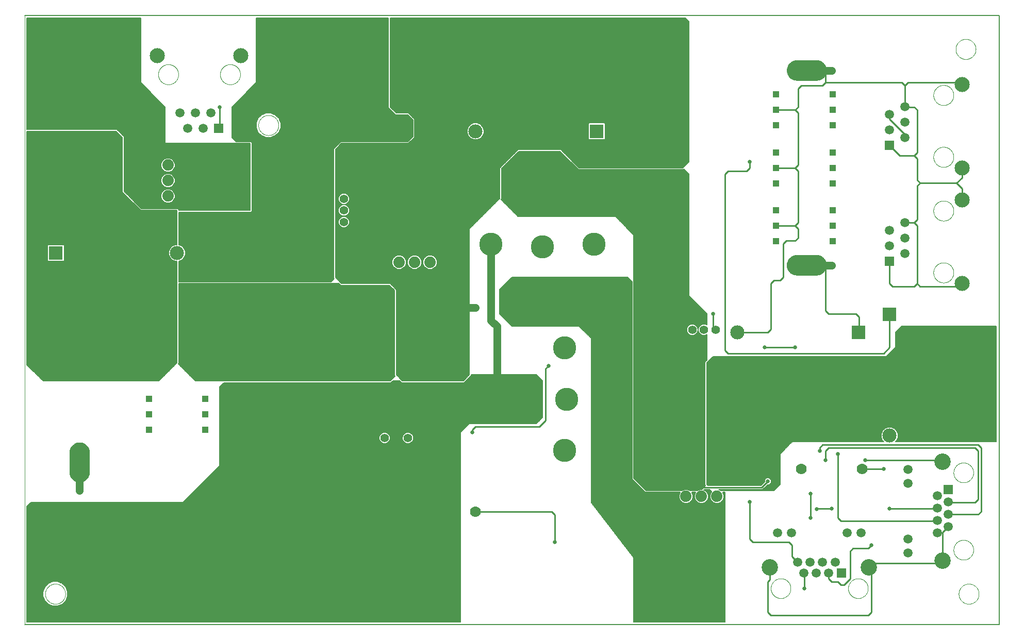
<source format=gtl>
G75*
%MOIN*%
%OFA0B0*%
%FSLAX25Y25*%
%IPPOS*%
%LPD*%
%AMOC8*
5,1,8,0,0,1.08239X$1,22.5*
%
%ADD10C,0.00000*%
%ADD11C,0.00600*%
%ADD12C,0.01000*%
%ADD13R,0.05937X0.05937*%
%ADD14C,0.05937*%
%ADD15C,0.10630*%
%ADD16C,0.10394*%
%ADD17C,0.09744*%
%ADD18C,0.15000*%
%ADD19R,0.04362X0.04362*%
%ADD20R,0.09150X0.09150*%
%ADD21C,0.09150*%
%ADD22C,0.00500*%
%ADD23R,0.11811X0.03937*%
%ADD24C,0.05543*%
%ADD25R,0.03937X0.11811*%
%ADD26R,0.09843X0.13780*%
%ADD27R,0.33465X0.51181*%
%ADD28R,0.02500X0.05000*%
%ADD29R,0.05000X0.02500*%
%ADD30C,0.07000*%
%ADD31C,0.07400*%
%ADD32C,0.02578*%
%ADD33C,0.01200*%
%ADD34C,0.05000*%
%ADD35C,0.03839*%
D10*
X0001300Y0001300D02*
X0001300Y0395001D01*
X0087560Y0357009D02*
X0087562Y0357170D01*
X0087568Y0357330D01*
X0087578Y0357491D01*
X0087592Y0357651D01*
X0087610Y0357810D01*
X0087631Y0357970D01*
X0087657Y0358128D01*
X0087687Y0358286D01*
X0087720Y0358443D01*
X0087758Y0358600D01*
X0087799Y0358755D01*
X0087844Y0358909D01*
X0087893Y0359062D01*
X0087946Y0359214D01*
X0088002Y0359364D01*
X0088062Y0359513D01*
X0088126Y0359661D01*
X0088193Y0359807D01*
X0088264Y0359951D01*
X0088339Y0360093D01*
X0088417Y0360234D01*
X0088498Y0360372D01*
X0088583Y0360509D01*
X0088672Y0360643D01*
X0088763Y0360775D01*
X0088858Y0360905D01*
X0088956Y0361032D01*
X0089057Y0361157D01*
X0089161Y0361280D01*
X0089268Y0361399D01*
X0089378Y0361516D01*
X0089491Y0361631D01*
X0089607Y0361742D01*
X0089725Y0361851D01*
X0089846Y0361956D01*
X0089970Y0362059D01*
X0090096Y0362159D01*
X0090225Y0362255D01*
X0090356Y0362348D01*
X0090489Y0362438D01*
X0090624Y0362525D01*
X0090762Y0362608D01*
X0090901Y0362687D01*
X0091043Y0362764D01*
X0091186Y0362837D01*
X0091331Y0362906D01*
X0091478Y0362971D01*
X0091626Y0363033D01*
X0091776Y0363092D01*
X0091927Y0363146D01*
X0092079Y0363197D01*
X0092233Y0363244D01*
X0092388Y0363287D01*
X0092543Y0363326D01*
X0092700Y0363362D01*
X0092858Y0363394D01*
X0093016Y0363421D01*
X0093175Y0363445D01*
X0093334Y0363465D01*
X0093494Y0363481D01*
X0093655Y0363493D01*
X0093815Y0363501D01*
X0093976Y0363505D01*
X0094136Y0363505D01*
X0094297Y0363501D01*
X0094457Y0363493D01*
X0094618Y0363481D01*
X0094778Y0363465D01*
X0094937Y0363445D01*
X0095096Y0363421D01*
X0095254Y0363394D01*
X0095412Y0363362D01*
X0095569Y0363326D01*
X0095724Y0363287D01*
X0095879Y0363244D01*
X0096033Y0363197D01*
X0096185Y0363146D01*
X0096336Y0363092D01*
X0096486Y0363033D01*
X0096634Y0362971D01*
X0096781Y0362906D01*
X0096926Y0362837D01*
X0097069Y0362764D01*
X0097211Y0362687D01*
X0097350Y0362608D01*
X0097488Y0362525D01*
X0097623Y0362438D01*
X0097756Y0362348D01*
X0097887Y0362255D01*
X0098016Y0362159D01*
X0098142Y0362059D01*
X0098266Y0361956D01*
X0098387Y0361851D01*
X0098505Y0361742D01*
X0098621Y0361631D01*
X0098734Y0361516D01*
X0098844Y0361399D01*
X0098951Y0361280D01*
X0099055Y0361157D01*
X0099156Y0361032D01*
X0099254Y0360905D01*
X0099349Y0360775D01*
X0099440Y0360643D01*
X0099529Y0360509D01*
X0099614Y0360372D01*
X0099695Y0360234D01*
X0099773Y0360093D01*
X0099848Y0359951D01*
X0099919Y0359807D01*
X0099986Y0359661D01*
X0100050Y0359513D01*
X0100110Y0359364D01*
X0100166Y0359214D01*
X0100219Y0359062D01*
X0100268Y0358909D01*
X0100313Y0358755D01*
X0100354Y0358600D01*
X0100392Y0358443D01*
X0100425Y0358286D01*
X0100455Y0358128D01*
X0100481Y0357970D01*
X0100502Y0357810D01*
X0100520Y0357651D01*
X0100534Y0357491D01*
X0100544Y0357330D01*
X0100550Y0357170D01*
X0100552Y0357009D01*
X0100550Y0356848D01*
X0100544Y0356688D01*
X0100534Y0356527D01*
X0100520Y0356367D01*
X0100502Y0356208D01*
X0100481Y0356048D01*
X0100455Y0355890D01*
X0100425Y0355732D01*
X0100392Y0355575D01*
X0100354Y0355418D01*
X0100313Y0355263D01*
X0100268Y0355109D01*
X0100219Y0354956D01*
X0100166Y0354804D01*
X0100110Y0354654D01*
X0100050Y0354505D01*
X0099986Y0354357D01*
X0099919Y0354211D01*
X0099848Y0354067D01*
X0099773Y0353925D01*
X0099695Y0353784D01*
X0099614Y0353646D01*
X0099529Y0353509D01*
X0099440Y0353375D01*
X0099349Y0353243D01*
X0099254Y0353113D01*
X0099156Y0352986D01*
X0099055Y0352861D01*
X0098951Y0352738D01*
X0098844Y0352619D01*
X0098734Y0352502D01*
X0098621Y0352387D01*
X0098505Y0352276D01*
X0098387Y0352167D01*
X0098266Y0352062D01*
X0098142Y0351959D01*
X0098016Y0351859D01*
X0097887Y0351763D01*
X0097756Y0351670D01*
X0097623Y0351580D01*
X0097488Y0351493D01*
X0097350Y0351410D01*
X0097211Y0351331D01*
X0097069Y0351254D01*
X0096926Y0351181D01*
X0096781Y0351112D01*
X0096634Y0351047D01*
X0096486Y0350985D01*
X0096336Y0350926D01*
X0096185Y0350872D01*
X0096033Y0350821D01*
X0095879Y0350774D01*
X0095724Y0350731D01*
X0095569Y0350692D01*
X0095412Y0350656D01*
X0095254Y0350624D01*
X0095096Y0350597D01*
X0094937Y0350573D01*
X0094778Y0350553D01*
X0094618Y0350537D01*
X0094457Y0350525D01*
X0094297Y0350517D01*
X0094136Y0350513D01*
X0093976Y0350513D01*
X0093815Y0350517D01*
X0093655Y0350525D01*
X0093494Y0350537D01*
X0093334Y0350553D01*
X0093175Y0350573D01*
X0093016Y0350597D01*
X0092858Y0350624D01*
X0092700Y0350656D01*
X0092543Y0350692D01*
X0092388Y0350731D01*
X0092233Y0350774D01*
X0092079Y0350821D01*
X0091927Y0350872D01*
X0091776Y0350926D01*
X0091626Y0350985D01*
X0091478Y0351047D01*
X0091331Y0351112D01*
X0091186Y0351181D01*
X0091043Y0351254D01*
X0090901Y0351331D01*
X0090762Y0351410D01*
X0090624Y0351493D01*
X0090489Y0351580D01*
X0090356Y0351670D01*
X0090225Y0351763D01*
X0090096Y0351859D01*
X0089970Y0351959D01*
X0089846Y0352062D01*
X0089725Y0352167D01*
X0089607Y0352276D01*
X0089491Y0352387D01*
X0089378Y0352502D01*
X0089268Y0352619D01*
X0089161Y0352738D01*
X0089057Y0352861D01*
X0088956Y0352986D01*
X0088858Y0353113D01*
X0088763Y0353243D01*
X0088672Y0353375D01*
X0088583Y0353509D01*
X0088498Y0353646D01*
X0088417Y0353784D01*
X0088339Y0353925D01*
X0088264Y0354067D01*
X0088193Y0354211D01*
X0088126Y0354357D01*
X0088062Y0354505D01*
X0088002Y0354654D01*
X0087946Y0354804D01*
X0087893Y0354956D01*
X0087844Y0355109D01*
X0087799Y0355263D01*
X0087758Y0355418D01*
X0087720Y0355575D01*
X0087687Y0355732D01*
X0087657Y0355890D01*
X0087631Y0356048D01*
X0087610Y0356208D01*
X0087592Y0356367D01*
X0087578Y0356527D01*
X0087568Y0356688D01*
X0087562Y0356848D01*
X0087560Y0357009D01*
X0127560Y0357009D02*
X0127562Y0357170D01*
X0127568Y0357330D01*
X0127578Y0357491D01*
X0127592Y0357651D01*
X0127610Y0357810D01*
X0127631Y0357970D01*
X0127657Y0358128D01*
X0127687Y0358286D01*
X0127720Y0358443D01*
X0127758Y0358600D01*
X0127799Y0358755D01*
X0127844Y0358909D01*
X0127893Y0359062D01*
X0127946Y0359214D01*
X0128002Y0359364D01*
X0128062Y0359513D01*
X0128126Y0359661D01*
X0128193Y0359807D01*
X0128264Y0359951D01*
X0128339Y0360093D01*
X0128417Y0360234D01*
X0128498Y0360372D01*
X0128583Y0360509D01*
X0128672Y0360643D01*
X0128763Y0360775D01*
X0128858Y0360905D01*
X0128956Y0361032D01*
X0129057Y0361157D01*
X0129161Y0361280D01*
X0129268Y0361399D01*
X0129378Y0361516D01*
X0129491Y0361631D01*
X0129607Y0361742D01*
X0129725Y0361851D01*
X0129846Y0361956D01*
X0129970Y0362059D01*
X0130096Y0362159D01*
X0130225Y0362255D01*
X0130356Y0362348D01*
X0130489Y0362438D01*
X0130624Y0362525D01*
X0130762Y0362608D01*
X0130901Y0362687D01*
X0131043Y0362764D01*
X0131186Y0362837D01*
X0131331Y0362906D01*
X0131478Y0362971D01*
X0131626Y0363033D01*
X0131776Y0363092D01*
X0131927Y0363146D01*
X0132079Y0363197D01*
X0132233Y0363244D01*
X0132388Y0363287D01*
X0132543Y0363326D01*
X0132700Y0363362D01*
X0132858Y0363394D01*
X0133016Y0363421D01*
X0133175Y0363445D01*
X0133334Y0363465D01*
X0133494Y0363481D01*
X0133655Y0363493D01*
X0133815Y0363501D01*
X0133976Y0363505D01*
X0134136Y0363505D01*
X0134297Y0363501D01*
X0134457Y0363493D01*
X0134618Y0363481D01*
X0134778Y0363465D01*
X0134937Y0363445D01*
X0135096Y0363421D01*
X0135254Y0363394D01*
X0135412Y0363362D01*
X0135569Y0363326D01*
X0135724Y0363287D01*
X0135879Y0363244D01*
X0136033Y0363197D01*
X0136185Y0363146D01*
X0136336Y0363092D01*
X0136486Y0363033D01*
X0136634Y0362971D01*
X0136781Y0362906D01*
X0136926Y0362837D01*
X0137069Y0362764D01*
X0137211Y0362687D01*
X0137350Y0362608D01*
X0137488Y0362525D01*
X0137623Y0362438D01*
X0137756Y0362348D01*
X0137887Y0362255D01*
X0138016Y0362159D01*
X0138142Y0362059D01*
X0138266Y0361956D01*
X0138387Y0361851D01*
X0138505Y0361742D01*
X0138621Y0361631D01*
X0138734Y0361516D01*
X0138844Y0361399D01*
X0138951Y0361280D01*
X0139055Y0361157D01*
X0139156Y0361032D01*
X0139254Y0360905D01*
X0139349Y0360775D01*
X0139440Y0360643D01*
X0139529Y0360509D01*
X0139614Y0360372D01*
X0139695Y0360234D01*
X0139773Y0360093D01*
X0139848Y0359951D01*
X0139919Y0359807D01*
X0139986Y0359661D01*
X0140050Y0359513D01*
X0140110Y0359364D01*
X0140166Y0359214D01*
X0140219Y0359062D01*
X0140268Y0358909D01*
X0140313Y0358755D01*
X0140354Y0358600D01*
X0140392Y0358443D01*
X0140425Y0358286D01*
X0140455Y0358128D01*
X0140481Y0357970D01*
X0140502Y0357810D01*
X0140520Y0357651D01*
X0140534Y0357491D01*
X0140544Y0357330D01*
X0140550Y0357170D01*
X0140552Y0357009D01*
X0140550Y0356848D01*
X0140544Y0356688D01*
X0140534Y0356527D01*
X0140520Y0356367D01*
X0140502Y0356208D01*
X0140481Y0356048D01*
X0140455Y0355890D01*
X0140425Y0355732D01*
X0140392Y0355575D01*
X0140354Y0355418D01*
X0140313Y0355263D01*
X0140268Y0355109D01*
X0140219Y0354956D01*
X0140166Y0354804D01*
X0140110Y0354654D01*
X0140050Y0354505D01*
X0139986Y0354357D01*
X0139919Y0354211D01*
X0139848Y0354067D01*
X0139773Y0353925D01*
X0139695Y0353784D01*
X0139614Y0353646D01*
X0139529Y0353509D01*
X0139440Y0353375D01*
X0139349Y0353243D01*
X0139254Y0353113D01*
X0139156Y0352986D01*
X0139055Y0352861D01*
X0138951Y0352738D01*
X0138844Y0352619D01*
X0138734Y0352502D01*
X0138621Y0352387D01*
X0138505Y0352276D01*
X0138387Y0352167D01*
X0138266Y0352062D01*
X0138142Y0351959D01*
X0138016Y0351859D01*
X0137887Y0351763D01*
X0137756Y0351670D01*
X0137623Y0351580D01*
X0137488Y0351493D01*
X0137350Y0351410D01*
X0137211Y0351331D01*
X0137069Y0351254D01*
X0136926Y0351181D01*
X0136781Y0351112D01*
X0136634Y0351047D01*
X0136486Y0350985D01*
X0136336Y0350926D01*
X0136185Y0350872D01*
X0136033Y0350821D01*
X0135879Y0350774D01*
X0135724Y0350731D01*
X0135569Y0350692D01*
X0135412Y0350656D01*
X0135254Y0350624D01*
X0135096Y0350597D01*
X0134937Y0350573D01*
X0134778Y0350553D01*
X0134618Y0350537D01*
X0134457Y0350525D01*
X0134297Y0350517D01*
X0134136Y0350513D01*
X0133976Y0350513D01*
X0133815Y0350517D01*
X0133655Y0350525D01*
X0133494Y0350537D01*
X0133334Y0350553D01*
X0133175Y0350573D01*
X0133016Y0350597D01*
X0132858Y0350624D01*
X0132700Y0350656D01*
X0132543Y0350692D01*
X0132388Y0350731D01*
X0132233Y0350774D01*
X0132079Y0350821D01*
X0131927Y0350872D01*
X0131776Y0350926D01*
X0131626Y0350985D01*
X0131478Y0351047D01*
X0131331Y0351112D01*
X0131186Y0351181D01*
X0131043Y0351254D01*
X0130901Y0351331D01*
X0130762Y0351410D01*
X0130624Y0351493D01*
X0130489Y0351580D01*
X0130356Y0351670D01*
X0130225Y0351763D01*
X0130096Y0351859D01*
X0129970Y0351959D01*
X0129846Y0352062D01*
X0129725Y0352167D01*
X0129607Y0352276D01*
X0129491Y0352387D01*
X0129378Y0352502D01*
X0129268Y0352619D01*
X0129161Y0352738D01*
X0129057Y0352861D01*
X0128956Y0352986D01*
X0128858Y0353113D01*
X0128763Y0353243D01*
X0128672Y0353375D01*
X0128583Y0353509D01*
X0128498Y0353646D01*
X0128417Y0353784D01*
X0128339Y0353925D01*
X0128264Y0354067D01*
X0128193Y0354211D01*
X0128126Y0354357D01*
X0128062Y0354505D01*
X0128002Y0354654D01*
X0127946Y0354804D01*
X0127893Y0354956D01*
X0127844Y0355109D01*
X0127799Y0355263D01*
X0127758Y0355418D01*
X0127720Y0355575D01*
X0127687Y0355732D01*
X0127657Y0355890D01*
X0127631Y0356048D01*
X0127610Y0356208D01*
X0127592Y0356367D01*
X0127578Y0356527D01*
X0127568Y0356688D01*
X0127562Y0356848D01*
X0127560Y0357009D01*
X0152280Y0324135D02*
X0152282Y0324296D01*
X0152288Y0324456D01*
X0152298Y0324617D01*
X0152312Y0324777D01*
X0152330Y0324937D01*
X0152351Y0325096D01*
X0152377Y0325255D01*
X0152407Y0325413D01*
X0152440Y0325570D01*
X0152478Y0325727D01*
X0152519Y0325882D01*
X0152564Y0326036D01*
X0152613Y0326189D01*
X0152666Y0326341D01*
X0152722Y0326492D01*
X0152783Y0326641D01*
X0152846Y0326789D01*
X0152914Y0326935D01*
X0152985Y0327079D01*
X0153059Y0327221D01*
X0153137Y0327362D01*
X0153219Y0327500D01*
X0153304Y0327637D01*
X0153392Y0327771D01*
X0153484Y0327903D01*
X0153579Y0328033D01*
X0153677Y0328161D01*
X0153778Y0328286D01*
X0153882Y0328408D01*
X0153989Y0328528D01*
X0154099Y0328645D01*
X0154212Y0328760D01*
X0154328Y0328871D01*
X0154447Y0328980D01*
X0154568Y0329085D01*
X0154692Y0329188D01*
X0154818Y0329288D01*
X0154946Y0329384D01*
X0155077Y0329477D01*
X0155211Y0329567D01*
X0155346Y0329654D01*
X0155484Y0329737D01*
X0155623Y0329817D01*
X0155765Y0329893D01*
X0155908Y0329966D01*
X0156053Y0330035D01*
X0156200Y0330101D01*
X0156348Y0330163D01*
X0156498Y0330221D01*
X0156649Y0330276D01*
X0156802Y0330327D01*
X0156956Y0330374D01*
X0157111Y0330417D01*
X0157267Y0330456D01*
X0157423Y0330492D01*
X0157581Y0330523D01*
X0157739Y0330551D01*
X0157898Y0330575D01*
X0158058Y0330595D01*
X0158218Y0330611D01*
X0158378Y0330623D01*
X0158539Y0330631D01*
X0158700Y0330635D01*
X0158860Y0330635D01*
X0159021Y0330631D01*
X0159182Y0330623D01*
X0159342Y0330611D01*
X0159502Y0330595D01*
X0159662Y0330575D01*
X0159821Y0330551D01*
X0159979Y0330523D01*
X0160137Y0330492D01*
X0160293Y0330456D01*
X0160449Y0330417D01*
X0160604Y0330374D01*
X0160758Y0330327D01*
X0160911Y0330276D01*
X0161062Y0330221D01*
X0161212Y0330163D01*
X0161360Y0330101D01*
X0161507Y0330035D01*
X0161652Y0329966D01*
X0161795Y0329893D01*
X0161937Y0329817D01*
X0162076Y0329737D01*
X0162214Y0329654D01*
X0162349Y0329567D01*
X0162483Y0329477D01*
X0162614Y0329384D01*
X0162742Y0329288D01*
X0162868Y0329188D01*
X0162992Y0329085D01*
X0163113Y0328980D01*
X0163232Y0328871D01*
X0163348Y0328760D01*
X0163461Y0328645D01*
X0163571Y0328528D01*
X0163678Y0328408D01*
X0163782Y0328286D01*
X0163883Y0328161D01*
X0163981Y0328033D01*
X0164076Y0327903D01*
X0164168Y0327771D01*
X0164256Y0327637D01*
X0164341Y0327500D01*
X0164423Y0327362D01*
X0164501Y0327221D01*
X0164575Y0327079D01*
X0164646Y0326935D01*
X0164714Y0326789D01*
X0164777Y0326641D01*
X0164838Y0326492D01*
X0164894Y0326341D01*
X0164947Y0326189D01*
X0164996Y0326036D01*
X0165041Y0325882D01*
X0165082Y0325727D01*
X0165120Y0325570D01*
X0165153Y0325413D01*
X0165183Y0325255D01*
X0165209Y0325096D01*
X0165230Y0324937D01*
X0165248Y0324777D01*
X0165262Y0324617D01*
X0165272Y0324456D01*
X0165278Y0324296D01*
X0165280Y0324135D01*
X0165278Y0323974D01*
X0165272Y0323814D01*
X0165262Y0323653D01*
X0165248Y0323493D01*
X0165230Y0323333D01*
X0165209Y0323174D01*
X0165183Y0323015D01*
X0165153Y0322857D01*
X0165120Y0322700D01*
X0165082Y0322543D01*
X0165041Y0322388D01*
X0164996Y0322234D01*
X0164947Y0322081D01*
X0164894Y0321929D01*
X0164838Y0321778D01*
X0164777Y0321629D01*
X0164714Y0321481D01*
X0164646Y0321335D01*
X0164575Y0321191D01*
X0164501Y0321049D01*
X0164423Y0320908D01*
X0164341Y0320770D01*
X0164256Y0320633D01*
X0164168Y0320499D01*
X0164076Y0320367D01*
X0163981Y0320237D01*
X0163883Y0320109D01*
X0163782Y0319984D01*
X0163678Y0319862D01*
X0163571Y0319742D01*
X0163461Y0319625D01*
X0163348Y0319510D01*
X0163232Y0319399D01*
X0163113Y0319290D01*
X0162992Y0319185D01*
X0162868Y0319082D01*
X0162742Y0318982D01*
X0162614Y0318886D01*
X0162483Y0318793D01*
X0162349Y0318703D01*
X0162214Y0318616D01*
X0162076Y0318533D01*
X0161937Y0318453D01*
X0161795Y0318377D01*
X0161652Y0318304D01*
X0161507Y0318235D01*
X0161360Y0318169D01*
X0161212Y0318107D01*
X0161062Y0318049D01*
X0160911Y0317994D01*
X0160758Y0317943D01*
X0160604Y0317896D01*
X0160449Y0317853D01*
X0160293Y0317814D01*
X0160137Y0317778D01*
X0159979Y0317747D01*
X0159821Y0317719D01*
X0159662Y0317695D01*
X0159502Y0317675D01*
X0159342Y0317659D01*
X0159182Y0317647D01*
X0159021Y0317639D01*
X0158860Y0317635D01*
X0158700Y0317635D01*
X0158539Y0317639D01*
X0158378Y0317647D01*
X0158218Y0317659D01*
X0158058Y0317675D01*
X0157898Y0317695D01*
X0157739Y0317719D01*
X0157581Y0317747D01*
X0157423Y0317778D01*
X0157267Y0317814D01*
X0157111Y0317853D01*
X0156956Y0317896D01*
X0156802Y0317943D01*
X0156649Y0317994D01*
X0156498Y0318049D01*
X0156348Y0318107D01*
X0156200Y0318169D01*
X0156053Y0318235D01*
X0155908Y0318304D01*
X0155765Y0318377D01*
X0155623Y0318453D01*
X0155484Y0318533D01*
X0155346Y0318616D01*
X0155211Y0318703D01*
X0155077Y0318793D01*
X0154946Y0318886D01*
X0154818Y0318982D01*
X0154692Y0319082D01*
X0154568Y0319185D01*
X0154447Y0319290D01*
X0154328Y0319399D01*
X0154212Y0319510D01*
X0154099Y0319625D01*
X0153989Y0319742D01*
X0153882Y0319862D01*
X0153778Y0319984D01*
X0153677Y0320109D01*
X0153579Y0320237D01*
X0153484Y0320367D01*
X0153392Y0320499D01*
X0153304Y0320633D01*
X0153219Y0320770D01*
X0153137Y0320908D01*
X0153059Y0321049D01*
X0152985Y0321191D01*
X0152914Y0321335D01*
X0152846Y0321481D01*
X0152783Y0321629D01*
X0152722Y0321778D01*
X0152666Y0321929D01*
X0152613Y0322081D01*
X0152564Y0322234D01*
X0152519Y0322388D01*
X0152478Y0322543D01*
X0152440Y0322700D01*
X0152407Y0322857D01*
X0152377Y0323015D01*
X0152351Y0323174D01*
X0152330Y0323333D01*
X0152312Y0323493D01*
X0152298Y0323653D01*
X0152288Y0323814D01*
X0152282Y0323974D01*
X0152280Y0324135D01*
X0588702Y0343583D02*
X0588704Y0343744D01*
X0588710Y0343904D01*
X0588720Y0344065D01*
X0588734Y0344225D01*
X0588752Y0344384D01*
X0588773Y0344544D01*
X0588799Y0344702D01*
X0588829Y0344860D01*
X0588862Y0345017D01*
X0588900Y0345174D01*
X0588941Y0345329D01*
X0588986Y0345483D01*
X0589035Y0345636D01*
X0589088Y0345788D01*
X0589144Y0345938D01*
X0589204Y0346087D01*
X0589268Y0346235D01*
X0589335Y0346381D01*
X0589406Y0346525D01*
X0589481Y0346667D01*
X0589559Y0346808D01*
X0589640Y0346946D01*
X0589725Y0347083D01*
X0589814Y0347217D01*
X0589905Y0347349D01*
X0590000Y0347479D01*
X0590098Y0347606D01*
X0590199Y0347731D01*
X0590303Y0347854D01*
X0590410Y0347973D01*
X0590520Y0348090D01*
X0590633Y0348205D01*
X0590749Y0348316D01*
X0590867Y0348425D01*
X0590988Y0348530D01*
X0591112Y0348633D01*
X0591238Y0348733D01*
X0591367Y0348829D01*
X0591498Y0348922D01*
X0591631Y0349012D01*
X0591766Y0349099D01*
X0591904Y0349182D01*
X0592043Y0349261D01*
X0592185Y0349338D01*
X0592328Y0349411D01*
X0592473Y0349480D01*
X0592620Y0349545D01*
X0592768Y0349607D01*
X0592918Y0349666D01*
X0593069Y0349720D01*
X0593221Y0349771D01*
X0593375Y0349818D01*
X0593530Y0349861D01*
X0593685Y0349900D01*
X0593842Y0349936D01*
X0594000Y0349968D01*
X0594158Y0349995D01*
X0594317Y0350019D01*
X0594476Y0350039D01*
X0594636Y0350055D01*
X0594797Y0350067D01*
X0594957Y0350075D01*
X0595118Y0350079D01*
X0595278Y0350079D01*
X0595439Y0350075D01*
X0595599Y0350067D01*
X0595760Y0350055D01*
X0595920Y0350039D01*
X0596079Y0350019D01*
X0596238Y0349995D01*
X0596396Y0349968D01*
X0596554Y0349936D01*
X0596711Y0349900D01*
X0596866Y0349861D01*
X0597021Y0349818D01*
X0597175Y0349771D01*
X0597327Y0349720D01*
X0597478Y0349666D01*
X0597628Y0349607D01*
X0597776Y0349545D01*
X0597923Y0349480D01*
X0598068Y0349411D01*
X0598211Y0349338D01*
X0598353Y0349261D01*
X0598492Y0349182D01*
X0598630Y0349099D01*
X0598765Y0349012D01*
X0598898Y0348922D01*
X0599029Y0348829D01*
X0599158Y0348733D01*
X0599284Y0348633D01*
X0599408Y0348530D01*
X0599529Y0348425D01*
X0599647Y0348316D01*
X0599763Y0348205D01*
X0599876Y0348090D01*
X0599986Y0347973D01*
X0600093Y0347854D01*
X0600197Y0347731D01*
X0600298Y0347606D01*
X0600396Y0347479D01*
X0600491Y0347349D01*
X0600582Y0347217D01*
X0600671Y0347083D01*
X0600756Y0346946D01*
X0600837Y0346808D01*
X0600915Y0346667D01*
X0600990Y0346525D01*
X0601061Y0346381D01*
X0601128Y0346235D01*
X0601192Y0346087D01*
X0601252Y0345938D01*
X0601308Y0345788D01*
X0601361Y0345636D01*
X0601410Y0345483D01*
X0601455Y0345329D01*
X0601496Y0345174D01*
X0601534Y0345017D01*
X0601567Y0344860D01*
X0601597Y0344702D01*
X0601623Y0344544D01*
X0601644Y0344384D01*
X0601662Y0344225D01*
X0601676Y0344065D01*
X0601686Y0343904D01*
X0601692Y0343744D01*
X0601694Y0343583D01*
X0601692Y0343422D01*
X0601686Y0343262D01*
X0601676Y0343101D01*
X0601662Y0342941D01*
X0601644Y0342782D01*
X0601623Y0342622D01*
X0601597Y0342464D01*
X0601567Y0342306D01*
X0601534Y0342149D01*
X0601496Y0341992D01*
X0601455Y0341837D01*
X0601410Y0341683D01*
X0601361Y0341530D01*
X0601308Y0341378D01*
X0601252Y0341228D01*
X0601192Y0341079D01*
X0601128Y0340931D01*
X0601061Y0340785D01*
X0600990Y0340641D01*
X0600915Y0340499D01*
X0600837Y0340358D01*
X0600756Y0340220D01*
X0600671Y0340083D01*
X0600582Y0339949D01*
X0600491Y0339817D01*
X0600396Y0339687D01*
X0600298Y0339560D01*
X0600197Y0339435D01*
X0600093Y0339312D01*
X0599986Y0339193D01*
X0599876Y0339076D01*
X0599763Y0338961D01*
X0599647Y0338850D01*
X0599529Y0338741D01*
X0599408Y0338636D01*
X0599284Y0338533D01*
X0599158Y0338433D01*
X0599029Y0338337D01*
X0598898Y0338244D01*
X0598765Y0338154D01*
X0598630Y0338067D01*
X0598492Y0337984D01*
X0598353Y0337905D01*
X0598211Y0337828D01*
X0598068Y0337755D01*
X0597923Y0337686D01*
X0597776Y0337621D01*
X0597628Y0337559D01*
X0597478Y0337500D01*
X0597327Y0337446D01*
X0597175Y0337395D01*
X0597021Y0337348D01*
X0596866Y0337305D01*
X0596711Y0337266D01*
X0596554Y0337230D01*
X0596396Y0337198D01*
X0596238Y0337171D01*
X0596079Y0337147D01*
X0595920Y0337127D01*
X0595760Y0337111D01*
X0595599Y0337099D01*
X0595439Y0337091D01*
X0595278Y0337087D01*
X0595118Y0337087D01*
X0594957Y0337091D01*
X0594797Y0337099D01*
X0594636Y0337111D01*
X0594476Y0337127D01*
X0594317Y0337147D01*
X0594158Y0337171D01*
X0594000Y0337198D01*
X0593842Y0337230D01*
X0593685Y0337266D01*
X0593530Y0337305D01*
X0593375Y0337348D01*
X0593221Y0337395D01*
X0593069Y0337446D01*
X0592918Y0337500D01*
X0592768Y0337559D01*
X0592620Y0337621D01*
X0592473Y0337686D01*
X0592328Y0337755D01*
X0592185Y0337828D01*
X0592043Y0337905D01*
X0591904Y0337984D01*
X0591766Y0338067D01*
X0591631Y0338154D01*
X0591498Y0338244D01*
X0591367Y0338337D01*
X0591238Y0338433D01*
X0591112Y0338533D01*
X0590988Y0338636D01*
X0590867Y0338741D01*
X0590749Y0338850D01*
X0590633Y0338961D01*
X0590520Y0339076D01*
X0590410Y0339193D01*
X0590303Y0339312D01*
X0590199Y0339435D01*
X0590098Y0339560D01*
X0590000Y0339687D01*
X0589905Y0339817D01*
X0589814Y0339949D01*
X0589725Y0340083D01*
X0589640Y0340220D01*
X0589559Y0340358D01*
X0589481Y0340499D01*
X0589406Y0340641D01*
X0589335Y0340785D01*
X0589268Y0340931D01*
X0589204Y0341079D01*
X0589144Y0341228D01*
X0589088Y0341378D01*
X0589035Y0341530D01*
X0588986Y0341683D01*
X0588941Y0341837D01*
X0588900Y0341992D01*
X0588862Y0342149D01*
X0588829Y0342306D01*
X0588799Y0342464D01*
X0588773Y0342622D01*
X0588752Y0342782D01*
X0588734Y0342941D01*
X0588720Y0343101D01*
X0588710Y0343262D01*
X0588704Y0343422D01*
X0588702Y0343583D01*
X0603068Y0373347D02*
X0603070Y0373508D01*
X0603076Y0373668D01*
X0603086Y0373829D01*
X0603100Y0373989D01*
X0603118Y0374149D01*
X0603139Y0374308D01*
X0603165Y0374467D01*
X0603195Y0374625D01*
X0603228Y0374782D01*
X0603266Y0374939D01*
X0603307Y0375094D01*
X0603352Y0375248D01*
X0603401Y0375401D01*
X0603454Y0375553D01*
X0603510Y0375704D01*
X0603571Y0375853D01*
X0603634Y0376001D01*
X0603702Y0376147D01*
X0603773Y0376291D01*
X0603847Y0376433D01*
X0603925Y0376574D01*
X0604007Y0376712D01*
X0604092Y0376849D01*
X0604180Y0376983D01*
X0604272Y0377115D01*
X0604367Y0377245D01*
X0604465Y0377373D01*
X0604566Y0377498D01*
X0604670Y0377620D01*
X0604777Y0377740D01*
X0604887Y0377857D01*
X0605000Y0377972D01*
X0605116Y0378083D01*
X0605235Y0378192D01*
X0605356Y0378297D01*
X0605480Y0378400D01*
X0605606Y0378500D01*
X0605734Y0378596D01*
X0605865Y0378689D01*
X0605999Y0378779D01*
X0606134Y0378866D01*
X0606272Y0378949D01*
X0606411Y0379029D01*
X0606553Y0379105D01*
X0606696Y0379178D01*
X0606841Y0379247D01*
X0606988Y0379313D01*
X0607136Y0379375D01*
X0607286Y0379433D01*
X0607437Y0379488D01*
X0607590Y0379539D01*
X0607744Y0379586D01*
X0607899Y0379629D01*
X0608055Y0379668D01*
X0608211Y0379704D01*
X0608369Y0379735D01*
X0608527Y0379763D01*
X0608686Y0379787D01*
X0608846Y0379807D01*
X0609006Y0379823D01*
X0609166Y0379835D01*
X0609327Y0379843D01*
X0609488Y0379847D01*
X0609648Y0379847D01*
X0609809Y0379843D01*
X0609970Y0379835D01*
X0610130Y0379823D01*
X0610290Y0379807D01*
X0610450Y0379787D01*
X0610609Y0379763D01*
X0610767Y0379735D01*
X0610925Y0379704D01*
X0611081Y0379668D01*
X0611237Y0379629D01*
X0611392Y0379586D01*
X0611546Y0379539D01*
X0611699Y0379488D01*
X0611850Y0379433D01*
X0612000Y0379375D01*
X0612148Y0379313D01*
X0612295Y0379247D01*
X0612440Y0379178D01*
X0612583Y0379105D01*
X0612725Y0379029D01*
X0612864Y0378949D01*
X0613002Y0378866D01*
X0613137Y0378779D01*
X0613271Y0378689D01*
X0613402Y0378596D01*
X0613530Y0378500D01*
X0613656Y0378400D01*
X0613780Y0378297D01*
X0613901Y0378192D01*
X0614020Y0378083D01*
X0614136Y0377972D01*
X0614249Y0377857D01*
X0614359Y0377740D01*
X0614466Y0377620D01*
X0614570Y0377498D01*
X0614671Y0377373D01*
X0614769Y0377245D01*
X0614864Y0377115D01*
X0614956Y0376983D01*
X0615044Y0376849D01*
X0615129Y0376712D01*
X0615211Y0376574D01*
X0615289Y0376433D01*
X0615363Y0376291D01*
X0615434Y0376147D01*
X0615502Y0376001D01*
X0615565Y0375853D01*
X0615626Y0375704D01*
X0615682Y0375553D01*
X0615735Y0375401D01*
X0615784Y0375248D01*
X0615829Y0375094D01*
X0615870Y0374939D01*
X0615908Y0374782D01*
X0615941Y0374625D01*
X0615971Y0374467D01*
X0615997Y0374308D01*
X0616018Y0374149D01*
X0616036Y0373989D01*
X0616050Y0373829D01*
X0616060Y0373668D01*
X0616066Y0373508D01*
X0616068Y0373347D01*
X0616066Y0373186D01*
X0616060Y0373026D01*
X0616050Y0372865D01*
X0616036Y0372705D01*
X0616018Y0372545D01*
X0615997Y0372386D01*
X0615971Y0372227D01*
X0615941Y0372069D01*
X0615908Y0371912D01*
X0615870Y0371755D01*
X0615829Y0371600D01*
X0615784Y0371446D01*
X0615735Y0371293D01*
X0615682Y0371141D01*
X0615626Y0370990D01*
X0615565Y0370841D01*
X0615502Y0370693D01*
X0615434Y0370547D01*
X0615363Y0370403D01*
X0615289Y0370261D01*
X0615211Y0370120D01*
X0615129Y0369982D01*
X0615044Y0369845D01*
X0614956Y0369711D01*
X0614864Y0369579D01*
X0614769Y0369449D01*
X0614671Y0369321D01*
X0614570Y0369196D01*
X0614466Y0369074D01*
X0614359Y0368954D01*
X0614249Y0368837D01*
X0614136Y0368722D01*
X0614020Y0368611D01*
X0613901Y0368502D01*
X0613780Y0368397D01*
X0613656Y0368294D01*
X0613530Y0368194D01*
X0613402Y0368098D01*
X0613271Y0368005D01*
X0613137Y0367915D01*
X0613002Y0367828D01*
X0612864Y0367745D01*
X0612725Y0367665D01*
X0612583Y0367589D01*
X0612440Y0367516D01*
X0612295Y0367447D01*
X0612148Y0367381D01*
X0612000Y0367319D01*
X0611850Y0367261D01*
X0611699Y0367206D01*
X0611546Y0367155D01*
X0611392Y0367108D01*
X0611237Y0367065D01*
X0611081Y0367026D01*
X0610925Y0366990D01*
X0610767Y0366959D01*
X0610609Y0366931D01*
X0610450Y0366907D01*
X0610290Y0366887D01*
X0610130Y0366871D01*
X0609970Y0366859D01*
X0609809Y0366851D01*
X0609648Y0366847D01*
X0609488Y0366847D01*
X0609327Y0366851D01*
X0609166Y0366859D01*
X0609006Y0366871D01*
X0608846Y0366887D01*
X0608686Y0366907D01*
X0608527Y0366931D01*
X0608369Y0366959D01*
X0608211Y0366990D01*
X0608055Y0367026D01*
X0607899Y0367065D01*
X0607744Y0367108D01*
X0607590Y0367155D01*
X0607437Y0367206D01*
X0607286Y0367261D01*
X0607136Y0367319D01*
X0606988Y0367381D01*
X0606841Y0367447D01*
X0606696Y0367516D01*
X0606553Y0367589D01*
X0606411Y0367665D01*
X0606272Y0367745D01*
X0606134Y0367828D01*
X0605999Y0367915D01*
X0605865Y0368005D01*
X0605734Y0368098D01*
X0605606Y0368194D01*
X0605480Y0368294D01*
X0605356Y0368397D01*
X0605235Y0368502D01*
X0605116Y0368611D01*
X0605000Y0368722D01*
X0604887Y0368837D01*
X0604777Y0368954D01*
X0604670Y0369074D01*
X0604566Y0369196D01*
X0604465Y0369321D01*
X0604367Y0369449D01*
X0604272Y0369579D01*
X0604180Y0369711D01*
X0604092Y0369845D01*
X0604007Y0369982D01*
X0603925Y0370120D01*
X0603847Y0370261D01*
X0603773Y0370403D01*
X0603702Y0370547D01*
X0603634Y0370693D01*
X0603571Y0370841D01*
X0603510Y0370990D01*
X0603454Y0371141D01*
X0603401Y0371293D01*
X0603352Y0371446D01*
X0603307Y0371600D01*
X0603266Y0371755D01*
X0603228Y0371912D01*
X0603195Y0372069D01*
X0603165Y0372227D01*
X0603139Y0372386D01*
X0603118Y0372545D01*
X0603100Y0372705D01*
X0603086Y0372865D01*
X0603076Y0373026D01*
X0603070Y0373186D01*
X0603068Y0373347D01*
X0588702Y0303583D02*
X0588704Y0303744D01*
X0588710Y0303904D01*
X0588720Y0304065D01*
X0588734Y0304225D01*
X0588752Y0304384D01*
X0588773Y0304544D01*
X0588799Y0304702D01*
X0588829Y0304860D01*
X0588862Y0305017D01*
X0588900Y0305174D01*
X0588941Y0305329D01*
X0588986Y0305483D01*
X0589035Y0305636D01*
X0589088Y0305788D01*
X0589144Y0305938D01*
X0589204Y0306087D01*
X0589268Y0306235D01*
X0589335Y0306381D01*
X0589406Y0306525D01*
X0589481Y0306667D01*
X0589559Y0306808D01*
X0589640Y0306946D01*
X0589725Y0307083D01*
X0589814Y0307217D01*
X0589905Y0307349D01*
X0590000Y0307479D01*
X0590098Y0307606D01*
X0590199Y0307731D01*
X0590303Y0307854D01*
X0590410Y0307973D01*
X0590520Y0308090D01*
X0590633Y0308205D01*
X0590749Y0308316D01*
X0590867Y0308425D01*
X0590988Y0308530D01*
X0591112Y0308633D01*
X0591238Y0308733D01*
X0591367Y0308829D01*
X0591498Y0308922D01*
X0591631Y0309012D01*
X0591766Y0309099D01*
X0591904Y0309182D01*
X0592043Y0309261D01*
X0592185Y0309338D01*
X0592328Y0309411D01*
X0592473Y0309480D01*
X0592620Y0309545D01*
X0592768Y0309607D01*
X0592918Y0309666D01*
X0593069Y0309720D01*
X0593221Y0309771D01*
X0593375Y0309818D01*
X0593530Y0309861D01*
X0593685Y0309900D01*
X0593842Y0309936D01*
X0594000Y0309968D01*
X0594158Y0309995D01*
X0594317Y0310019D01*
X0594476Y0310039D01*
X0594636Y0310055D01*
X0594797Y0310067D01*
X0594957Y0310075D01*
X0595118Y0310079D01*
X0595278Y0310079D01*
X0595439Y0310075D01*
X0595599Y0310067D01*
X0595760Y0310055D01*
X0595920Y0310039D01*
X0596079Y0310019D01*
X0596238Y0309995D01*
X0596396Y0309968D01*
X0596554Y0309936D01*
X0596711Y0309900D01*
X0596866Y0309861D01*
X0597021Y0309818D01*
X0597175Y0309771D01*
X0597327Y0309720D01*
X0597478Y0309666D01*
X0597628Y0309607D01*
X0597776Y0309545D01*
X0597923Y0309480D01*
X0598068Y0309411D01*
X0598211Y0309338D01*
X0598353Y0309261D01*
X0598492Y0309182D01*
X0598630Y0309099D01*
X0598765Y0309012D01*
X0598898Y0308922D01*
X0599029Y0308829D01*
X0599158Y0308733D01*
X0599284Y0308633D01*
X0599408Y0308530D01*
X0599529Y0308425D01*
X0599647Y0308316D01*
X0599763Y0308205D01*
X0599876Y0308090D01*
X0599986Y0307973D01*
X0600093Y0307854D01*
X0600197Y0307731D01*
X0600298Y0307606D01*
X0600396Y0307479D01*
X0600491Y0307349D01*
X0600582Y0307217D01*
X0600671Y0307083D01*
X0600756Y0306946D01*
X0600837Y0306808D01*
X0600915Y0306667D01*
X0600990Y0306525D01*
X0601061Y0306381D01*
X0601128Y0306235D01*
X0601192Y0306087D01*
X0601252Y0305938D01*
X0601308Y0305788D01*
X0601361Y0305636D01*
X0601410Y0305483D01*
X0601455Y0305329D01*
X0601496Y0305174D01*
X0601534Y0305017D01*
X0601567Y0304860D01*
X0601597Y0304702D01*
X0601623Y0304544D01*
X0601644Y0304384D01*
X0601662Y0304225D01*
X0601676Y0304065D01*
X0601686Y0303904D01*
X0601692Y0303744D01*
X0601694Y0303583D01*
X0601692Y0303422D01*
X0601686Y0303262D01*
X0601676Y0303101D01*
X0601662Y0302941D01*
X0601644Y0302782D01*
X0601623Y0302622D01*
X0601597Y0302464D01*
X0601567Y0302306D01*
X0601534Y0302149D01*
X0601496Y0301992D01*
X0601455Y0301837D01*
X0601410Y0301683D01*
X0601361Y0301530D01*
X0601308Y0301378D01*
X0601252Y0301228D01*
X0601192Y0301079D01*
X0601128Y0300931D01*
X0601061Y0300785D01*
X0600990Y0300641D01*
X0600915Y0300499D01*
X0600837Y0300358D01*
X0600756Y0300220D01*
X0600671Y0300083D01*
X0600582Y0299949D01*
X0600491Y0299817D01*
X0600396Y0299687D01*
X0600298Y0299560D01*
X0600197Y0299435D01*
X0600093Y0299312D01*
X0599986Y0299193D01*
X0599876Y0299076D01*
X0599763Y0298961D01*
X0599647Y0298850D01*
X0599529Y0298741D01*
X0599408Y0298636D01*
X0599284Y0298533D01*
X0599158Y0298433D01*
X0599029Y0298337D01*
X0598898Y0298244D01*
X0598765Y0298154D01*
X0598630Y0298067D01*
X0598492Y0297984D01*
X0598353Y0297905D01*
X0598211Y0297828D01*
X0598068Y0297755D01*
X0597923Y0297686D01*
X0597776Y0297621D01*
X0597628Y0297559D01*
X0597478Y0297500D01*
X0597327Y0297446D01*
X0597175Y0297395D01*
X0597021Y0297348D01*
X0596866Y0297305D01*
X0596711Y0297266D01*
X0596554Y0297230D01*
X0596396Y0297198D01*
X0596238Y0297171D01*
X0596079Y0297147D01*
X0595920Y0297127D01*
X0595760Y0297111D01*
X0595599Y0297099D01*
X0595439Y0297091D01*
X0595278Y0297087D01*
X0595118Y0297087D01*
X0594957Y0297091D01*
X0594797Y0297099D01*
X0594636Y0297111D01*
X0594476Y0297127D01*
X0594317Y0297147D01*
X0594158Y0297171D01*
X0594000Y0297198D01*
X0593842Y0297230D01*
X0593685Y0297266D01*
X0593530Y0297305D01*
X0593375Y0297348D01*
X0593221Y0297395D01*
X0593069Y0297446D01*
X0592918Y0297500D01*
X0592768Y0297559D01*
X0592620Y0297621D01*
X0592473Y0297686D01*
X0592328Y0297755D01*
X0592185Y0297828D01*
X0592043Y0297905D01*
X0591904Y0297984D01*
X0591766Y0298067D01*
X0591631Y0298154D01*
X0591498Y0298244D01*
X0591367Y0298337D01*
X0591238Y0298433D01*
X0591112Y0298533D01*
X0590988Y0298636D01*
X0590867Y0298741D01*
X0590749Y0298850D01*
X0590633Y0298961D01*
X0590520Y0299076D01*
X0590410Y0299193D01*
X0590303Y0299312D01*
X0590199Y0299435D01*
X0590098Y0299560D01*
X0590000Y0299687D01*
X0589905Y0299817D01*
X0589814Y0299949D01*
X0589725Y0300083D01*
X0589640Y0300220D01*
X0589559Y0300358D01*
X0589481Y0300499D01*
X0589406Y0300641D01*
X0589335Y0300785D01*
X0589268Y0300931D01*
X0589204Y0301079D01*
X0589144Y0301228D01*
X0589088Y0301378D01*
X0589035Y0301530D01*
X0588986Y0301683D01*
X0588941Y0301837D01*
X0588900Y0301992D01*
X0588862Y0302149D01*
X0588829Y0302306D01*
X0588799Y0302464D01*
X0588773Y0302622D01*
X0588752Y0302782D01*
X0588734Y0302941D01*
X0588720Y0303101D01*
X0588710Y0303262D01*
X0588704Y0303422D01*
X0588702Y0303583D01*
X0588702Y0268780D02*
X0588704Y0268941D01*
X0588710Y0269101D01*
X0588720Y0269262D01*
X0588734Y0269422D01*
X0588752Y0269581D01*
X0588773Y0269741D01*
X0588799Y0269899D01*
X0588829Y0270057D01*
X0588862Y0270214D01*
X0588900Y0270371D01*
X0588941Y0270526D01*
X0588986Y0270680D01*
X0589035Y0270833D01*
X0589088Y0270985D01*
X0589144Y0271135D01*
X0589204Y0271284D01*
X0589268Y0271432D01*
X0589335Y0271578D01*
X0589406Y0271722D01*
X0589481Y0271864D01*
X0589559Y0272005D01*
X0589640Y0272143D01*
X0589725Y0272280D01*
X0589814Y0272414D01*
X0589905Y0272546D01*
X0590000Y0272676D01*
X0590098Y0272803D01*
X0590199Y0272928D01*
X0590303Y0273051D01*
X0590410Y0273170D01*
X0590520Y0273287D01*
X0590633Y0273402D01*
X0590749Y0273513D01*
X0590867Y0273622D01*
X0590988Y0273727D01*
X0591112Y0273830D01*
X0591238Y0273930D01*
X0591367Y0274026D01*
X0591498Y0274119D01*
X0591631Y0274209D01*
X0591766Y0274296D01*
X0591904Y0274379D01*
X0592043Y0274458D01*
X0592185Y0274535D01*
X0592328Y0274608D01*
X0592473Y0274677D01*
X0592620Y0274742D01*
X0592768Y0274804D01*
X0592918Y0274863D01*
X0593069Y0274917D01*
X0593221Y0274968D01*
X0593375Y0275015D01*
X0593530Y0275058D01*
X0593685Y0275097D01*
X0593842Y0275133D01*
X0594000Y0275165D01*
X0594158Y0275192D01*
X0594317Y0275216D01*
X0594476Y0275236D01*
X0594636Y0275252D01*
X0594797Y0275264D01*
X0594957Y0275272D01*
X0595118Y0275276D01*
X0595278Y0275276D01*
X0595439Y0275272D01*
X0595599Y0275264D01*
X0595760Y0275252D01*
X0595920Y0275236D01*
X0596079Y0275216D01*
X0596238Y0275192D01*
X0596396Y0275165D01*
X0596554Y0275133D01*
X0596711Y0275097D01*
X0596866Y0275058D01*
X0597021Y0275015D01*
X0597175Y0274968D01*
X0597327Y0274917D01*
X0597478Y0274863D01*
X0597628Y0274804D01*
X0597776Y0274742D01*
X0597923Y0274677D01*
X0598068Y0274608D01*
X0598211Y0274535D01*
X0598353Y0274458D01*
X0598492Y0274379D01*
X0598630Y0274296D01*
X0598765Y0274209D01*
X0598898Y0274119D01*
X0599029Y0274026D01*
X0599158Y0273930D01*
X0599284Y0273830D01*
X0599408Y0273727D01*
X0599529Y0273622D01*
X0599647Y0273513D01*
X0599763Y0273402D01*
X0599876Y0273287D01*
X0599986Y0273170D01*
X0600093Y0273051D01*
X0600197Y0272928D01*
X0600298Y0272803D01*
X0600396Y0272676D01*
X0600491Y0272546D01*
X0600582Y0272414D01*
X0600671Y0272280D01*
X0600756Y0272143D01*
X0600837Y0272005D01*
X0600915Y0271864D01*
X0600990Y0271722D01*
X0601061Y0271578D01*
X0601128Y0271432D01*
X0601192Y0271284D01*
X0601252Y0271135D01*
X0601308Y0270985D01*
X0601361Y0270833D01*
X0601410Y0270680D01*
X0601455Y0270526D01*
X0601496Y0270371D01*
X0601534Y0270214D01*
X0601567Y0270057D01*
X0601597Y0269899D01*
X0601623Y0269741D01*
X0601644Y0269581D01*
X0601662Y0269422D01*
X0601676Y0269262D01*
X0601686Y0269101D01*
X0601692Y0268941D01*
X0601694Y0268780D01*
X0601692Y0268619D01*
X0601686Y0268459D01*
X0601676Y0268298D01*
X0601662Y0268138D01*
X0601644Y0267979D01*
X0601623Y0267819D01*
X0601597Y0267661D01*
X0601567Y0267503D01*
X0601534Y0267346D01*
X0601496Y0267189D01*
X0601455Y0267034D01*
X0601410Y0266880D01*
X0601361Y0266727D01*
X0601308Y0266575D01*
X0601252Y0266425D01*
X0601192Y0266276D01*
X0601128Y0266128D01*
X0601061Y0265982D01*
X0600990Y0265838D01*
X0600915Y0265696D01*
X0600837Y0265555D01*
X0600756Y0265417D01*
X0600671Y0265280D01*
X0600582Y0265146D01*
X0600491Y0265014D01*
X0600396Y0264884D01*
X0600298Y0264757D01*
X0600197Y0264632D01*
X0600093Y0264509D01*
X0599986Y0264390D01*
X0599876Y0264273D01*
X0599763Y0264158D01*
X0599647Y0264047D01*
X0599529Y0263938D01*
X0599408Y0263833D01*
X0599284Y0263730D01*
X0599158Y0263630D01*
X0599029Y0263534D01*
X0598898Y0263441D01*
X0598765Y0263351D01*
X0598630Y0263264D01*
X0598492Y0263181D01*
X0598353Y0263102D01*
X0598211Y0263025D01*
X0598068Y0262952D01*
X0597923Y0262883D01*
X0597776Y0262818D01*
X0597628Y0262756D01*
X0597478Y0262697D01*
X0597327Y0262643D01*
X0597175Y0262592D01*
X0597021Y0262545D01*
X0596866Y0262502D01*
X0596711Y0262463D01*
X0596554Y0262427D01*
X0596396Y0262395D01*
X0596238Y0262368D01*
X0596079Y0262344D01*
X0595920Y0262324D01*
X0595760Y0262308D01*
X0595599Y0262296D01*
X0595439Y0262288D01*
X0595278Y0262284D01*
X0595118Y0262284D01*
X0594957Y0262288D01*
X0594797Y0262296D01*
X0594636Y0262308D01*
X0594476Y0262324D01*
X0594317Y0262344D01*
X0594158Y0262368D01*
X0594000Y0262395D01*
X0593842Y0262427D01*
X0593685Y0262463D01*
X0593530Y0262502D01*
X0593375Y0262545D01*
X0593221Y0262592D01*
X0593069Y0262643D01*
X0592918Y0262697D01*
X0592768Y0262756D01*
X0592620Y0262818D01*
X0592473Y0262883D01*
X0592328Y0262952D01*
X0592185Y0263025D01*
X0592043Y0263102D01*
X0591904Y0263181D01*
X0591766Y0263264D01*
X0591631Y0263351D01*
X0591498Y0263441D01*
X0591367Y0263534D01*
X0591238Y0263630D01*
X0591112Y0263730D01*
X0590988Y0263833D01*
X0590867Y0263938D01*
X0590749Y0264047D01*
X0590633Y0264158D01*
X0590520Y0264273D01*
X0590410Y0264390D01*
X0590303Y0264509D01*
X0590199Y0264632D01*
X0590098Y0264757D01*
X0590000Y0264884D01*
X0589905Y0265014D01*
X0589814Y0265146D01*
X0589725Y0265280D01*
X0589640Y0265417D01*
X0589559Y0265555D01*
X0589481Y0265696D01*
X0589406Y0265838D01*
X0589335Y0265982D01*
X0589268Y0266128D01*
X0589204Y0266276D01*
X0589144Y0266425D01*
X0589088Y0266575D01*
X0589035Y0266727D01*
X0588986Y0266880D01*
X0588941Y0267034D01*
X0588900Y0267189D01*
X0588862Y0267346D01*
X0588829Y0267503D01*
X0588799Y0267661D01*
X0588773Y0267819D01*
X0588752Y0267979D01*
X0588734Y0268138D01*
X0588720Y0268298D01*
X0588710Y0268459D01*
X0588704Y0268619D01*
X0588702Y0268780D01*
X0588702Y0228780D02*
X0588704Y0228941D01*
X0588710Y0229101D01*
X0588720Y0229262D01*
X0588734Y0229422D01*
X0588752Y0229581D01*
X0588773Y0229741D01*
X0588799Y0229899D01*
X0588829Y0230057D01*
X0588862Y0230214D01*
X0588900Y0230371D01*
X0588941Y0230526D01*
X0588986Y0230680D01*
X0589035Y0230833D01*
X0589088Y0230985D01*
X0589144Y0231135D01*
X0589204Y0231284D01*
X0589268Y0231432D01*
X0589335Y0231578D01*
X0589406Y0231722D01*
X0589481Y0231864D01*
X0589559Y0232005D01*
X0589640Y0232143D01*
X0589725Y0232280D01*
X0589814Y0232414D01*
X0589905Y0232546D01*
X0590000Y0232676D01*
X0590098Y0232803D01*
X0590199Y0232928D01*
X0590303Y0233051D01*
X0590410Y0233170D01*
X0590520Y0233287D01*
X0590633Y0233402D01*
X0590749Y0233513D01*
X0590867Y0233622D01*
X0590988Y0233727D01*
X0591112Y0233830D01*
X0591238Y0233930D01*
X0591367Y0234026D01*
X0591498Y0234119D01*
X0591631Y0234209D01*
X0591766Y0234296D01*
X0591904Y0234379D01*
X0592043Y0234458D01*
X0592185Y0234535D01*
X0592328Y0234608D01*
X0592473Y0234677D01*
X0592620Y0234742D01*
X0592768Y0234804D01*
X0592918Y0234863D01*
X0593069Y0234917D01*
X0593221Y0234968D01*
X0593375Y0235015D01*
X0593530Y0235058D01*
X0593685Y0235097D01*
X0593842Y0235133D01*
X0594000Y0235165D01*
X0594158Y0235192D01*
X0594317Y0235216D01*
X0594476Y0235236D01*
X0594636Y0235252D01*
X0594797Y0235264D01*
X0594957Y0235272D01*
X0595118Y0235276D01*
X0595278Y0235276D01*
X0595439Y0235272D01*
X0595599Y0235264D01*
X0595760Y0235252D01*
X0595920Y0235236D01*
X0596079Y0235216D01*
X0596238Y0235192D01*
X0596396Y0235165D01*
X0596554Y0235133D01*
X0596711Y0235097D01*
X0596866Y0235058D01*
X0597021Y0235015D01*
X0597175Y0234968D01*
X0597327Y0234917D01*
X0597478Y0234863D01*
X0597628Y0234804D01*
X0597776Y0234742D01*
X0597923Y0234677D01*
X0598068Y0234608D01*
X0598211Y0234535D01*
X0598353Y0234458D01*
X0598492Y0234379D01*
X0598630Y0234296D01*
X0598765Y0234209D01*
X0598898Y0234119D01*
X0599029Y0234026D01*
X0599158Y0233930D01*
X0599284Y0233830D01*
X0599408Y0233727D01*
X0599529Y0233622D01*
X0599647Y0233513D01*
X0599763Y0233402D01*
X0599876Y0233287D01*
X0599986Y0233170D01*
X0600093Y0233051D01*
X0600197Y0232928D01*
X0600298Y0232803D01*
X0600396Y0232676D01*
X0600491Y0232546D01*
X0600582Y0232414D01*
X0600671Y0232280D01*
X0600756Y0232143D01*
X0600837Y0232005D01*
X0600915Y0231864D01*
X0600990Y0231722D01*
X0601061Y0231578D01*
X0601128Y0231432D01*
X0601192Y0231284D01*
X0601252Y0231135D01*
X0601308Y0230985D01*
X0601361Y0230833D01*
X0601410Y0230680D01*
X0601455Y0230526D01*
X0601496Y0230371D01*
X0601534Y0230214D01*
X0601567Y0230057D01*
X0601597Y0229899D01*
X0601623Y0229741D01*
X0601644Y0229581D01*
X0601662Y0229422D01*
X0601676Y0229262D01*
X0601686Y0229101D01*
X0601692Y0228941D01*
X0601694Y0228780D01*
X0601692Y0228619D01*
X0601686Y0228459D01*
X0601676Y0228298D01*
X0601662Y0228138D01*
X0601644Y0227979D01*
X0601623Y0227819D01*
X0601597Y0227661D01*
X0601567Y0227503D01*
X0601534Y0227346D01*
X0601496Y0227189D01*
X0601455Y0227034D01*
X0601410Y0226880D01*
X0601361Y0226727D01*
X0601308Y0226575D01*
X0601252Y0226425D01*
X0601192Y0226276D01*
X0601128Y0226128D01*
X0601061Y0225982D01*
X0600990Y0225838D01*
X0600915Y0225696D01*
X0600837Y0225555D01*
X0600756Y0225417D01*
X0600671Y0225280D01*
X0600582Y0225146D01*
X0600491Y0225014D01*
X0600396Y0224884D01*
X0600298Y0224757D01*
X0600197Y0224632D01*
X0600093Y0224509D01*
X0599986Y0224390D01*
X0599876Y0224273D01*
X0599763Y0224158D01*
X0599647Y0224047D01*
X0599529Y0223938D01*
X0599408Y0223833D01*
X0599284Y0223730D01*
X0599158Y0223630D01*
X0599029Y0223534D01*
X0598898Y0223441D01*
X0598765Y0223351D01*
X0598630Y0223264D01*
X0598492Y0223181D01*
X0598353Y0223102D01*
X0598211Y0223025D01*
X0598068Y0222952D01*
X0597923Y0222883D01*
X0597776Y0222818D01*
X0597628Y0222756D01*
X0597478Y0222697D01*
X0597327Y0222643D01*
X0597175Y0222592D01*
X0597021Y0222545D01*
X0596866Y0222502D01*
X0596711Y0222463D01*
X0596554Y0222427D01*
X0596396Y0222395D01*
X0596238Y0222368D01*
X0596079Y0222344D01*
X0595920Y0222324D01*
X0595760Y0222308D01*
X0595599Y0222296D01*
X0595439Y0222288D01*
X0595278Y0222284D01*
X0595118Y0222284D01*
X0594957Y0222288D01*
X0594797Y0222296D01*
X0594636Y0222308D01*
X0594476Y0222324D01*
X0594317Y0222344D01*
X0594158Y0222368D01*
X0594000Y0222395D01*
X0593842Y0222427D01*
X0593685Y0222463D01*
X0593530Y0222502D01*
X0593375Y0222545D01*
X0593221Y0222592D01*
X0593069Y0222643D01*
X0592918Y0222697D01*
X0592768Y0222756D01*
X0592620Y0222818D01*
X0592473Y0222883D01*
X0592328Y0222952D01*
X0592185Y0223025D01*
X0592043Y0223102D01*
X0591904Y0223181D01*
X0591766Y0223264D01*
X0591631Y0223351D01*
X0591498Y0223441D01*
X0591367Y0223534D01*
X0591238Y0223630D01*
X0591112Y0223730D01*
X0590988Y0223833D01*
X0590867Y0223938D01*
X0590749Y0224047D01*
X0590633Y0224158D01*
X0590520Y0224273D01*
X0590410Y0224390D01*
X0590303Y0224509D01*
X0590199Y0224632D01*
X0590098Y0224757D01*
X0590000Y0224884D01*
X0589905Y0225014D01*
X0589814Y0225146D01*
X0589725Y0225280D01*
X0589640Y0225417D01*
X0589559Y0225555D01*
X0589481Y0225696D01*
X0589406Y0225838D01*
X0589335Y0225982D01*
X0589268Y0226128D01*
X0589204Y0226276D01*
X0589144Y0226425D01*
X0589088Y0226575D01*
X0589035Y0226727D01*
X0588986Y0226880D01*
X0588941Y0227034D01*
X0588900Y0227189D01*
X0588862Y0227346D01*
X0588829Y0227503D01*
X0588799Y0227661D01*
X0588773Y0227819D01*
X0588752Y0227979D01*
X0588734Y0228138D01*
X0588720Y0228298D01*
X0588710Y0228459D01*
X0588704Y0228619D01*
X0588702Y0228780D01*
X0601716Y0099411D02*
X0601718Y0099571D01*
X0601724Y0099730D01*
X0601734Y0099889D01*
X0601748Y0100048D01*
X0601766Y0100207D01*
X0601787Y0100365D01*
X0601813Y0100522D01*
X0601843Y0100679D01*
X0601876Y0100835D01*
X0601914Y0100990D01*
X0601955Y0101144D01*
X0602000Y0101297D01*
X0602049Y0101449D01*
X0602102Y0101599D01*
X0602158Y0101748D01*
X0602218Y0101896D01*
X0602282Y0102042D01*
X0602350Y0102187D01*
X0602421Y0102330D01*
X0602495Y0102471D01*
X0602573Y0102610D01*
X0602655Y0102747D01*
X0602740Y0102882D01*
X0602828Y0103015D01*
X0602919Y0103146D01*
X0603014Y0103274D01*
X0603112Y0103400D01*
X0603213Y0103524D01*
X0603317Y0103644D01*
X0603424Y0103763D01*
X0603534Y0103878D01*
X0603647Y0103991D01*
X0603762Y0104101D01*
X0603881Y0104208D01*
X0604001Y0104312D01*
X0604125Y0104413D01*
X0604251Y0104511D01*
X0604379Y0104606D01*
X0604510Y0104697D01*
X0604643Y0104785D01*
X0604778Y0104870D01*
X0604915Y0104952D01*
X0605054Y0105030D01*
X0605195Y0105104D01*
X0605338Y0105175D01*
X0605483Y0105243D01*
X0605629Y0105307D01*
X0605777Y0105367D01*
X0605926Y0105423D01*
X0606076Y0105476D01*
X0606228Y0105525D01*
X0606381Y0105570D01*
X0606535Y0105611D01*
X0606690Y0105649D01*
X0606846Y0105682D01*
X0607003Y0105712D01*
X0607160Y0105738D01*
X0607318Y0105759D01*
X0607477Y0105777D01*
X0607636Y0105791D01*
X0607795Y0105801D01*
X0607954Y0105807D01*
X0608114Y0105809D01*
X0608274Y0105807D01*
X0608433Y0105801D01*
X0608592Y0105791D01*
X0608751Y0105777D01*
X0608910Y0105759D01*
X0609068Y0105738D01*
X0609225Y0105712D01*
X0609382Y0105682D01*
X0609538Y0105649D01*
X0609693Y0105611D01*
X0609847Y0105570D01*
X0610000Y0105525D01*
X0610152Y0105476D01*
X0610302Y0105423D01*
X0610451Y0105367D01*
X0610599Y0105307D01*
X0610745Y0105243D01*
X0610890Y0105175D01*
X0611033Y0105104D01*
X0611174Y0105030D01*
X0611313Y0104952D01*
X0611450Y0104870D01*
X0611585Y0104785D01*
X0611718Y0104697D01*
X0611849Y0104606D01*
X0611977Y0104511D01*
X0612103Y0104413D01*
X0612227Y0104312D01*
X0612347Y0104208D01*
X0612466Y0104101D01*
X0612581Y0103991D01*
X0612694Y0103878D01*
X0612804Y0103763D01*
X0612911Y0103644D01*
X0613015Y0103524D01*
X0613116Y0103400D01*
X0613214Y0103274D01*
X0613309Y0103146D01*
X0613400Y0103015D01*
X0613488Y0102882D01*
X0613573Y0102747D01*
X0613655Y0102610D01*
X0613733Y0102471D01*
X0613807Y0102330D01*
X0613878Y0102187D01*
X0613946Y0102042D01*
X0614010Y0101896D01*
X0614070Y0101748D01*
X0614126Y0101599D01*
X0614179Y0101449D01*
X0614228Y0101297D01*
X0614273Y0101144D01*
X0614314Y0100990D01*
X0614352Y0100835D01*
X0614385Y0100679D01*
X0614415Y0100522D01*
X0614441Y0100365D01*
X0614462Y0100207D01*
X0614480Y0100048D01*
X0614494Y0099889D01*
X0614504Y0099730D01*
X0614510Y0099571D01*
X0614512Y0099411D01*
X0614510Y0099251D01*
X0614504Y0099092D01*
X0614494Y0098933D01*
X0614480Y0098774D01*
X0614462Y0098615D01*
X0614441Y0098457D01*
X0614415Y0098300D01*
X0614385Y0098143D01*
X0614352Y0097987D01*
X0614314Y0097832D01*
X0614273Y0097678D01*
X0614228Y0097525D01*
X0614179Y0097373D01*
X0614126Y0097223D01*
X0614070Y0097074D01*
X0614010Y0096926D01*
X0613946Y0096780D01*
X0613878Y0096635D01*
X0613807Y0096492D01*
X0613733Y0096351D01*
X0613655Y0096212D01*
X0613573Y0096075D01*
X0613488Y0095940D01*
X0613400Y0095807D01*
X0613309Y0095676D01*
X0613214Y0095548D01*
X0613116Y0095422D01*
X0613015Y0095298D01*
X0612911Y0095178D01*
X0612804Y0095059D01*
X0612694Y0094944D01*
X0612581Y0094831D01*
X0612466Y0094721D01*
X0612347Y0094614D01*
X0612227Y0094510D01*
X0612103Y0094409D01*
X0611977Y0094311D01*
X0611849Y0094216D01*
X0611718Y0094125D01*
X0611585Y0094037D01*
X0611450Y0093952D01*
X0611313Y0093870D01*
X0611174Y0093792D01*
X0611033Y0093718D01*
X0610890Y0093647D01*
X0610745Y0093579D01*
X0610599Y0093515D01*
X0610451Y0093455D01*
X0610302Y0093399D01*
X0610152Y0093346D01*
X0610000Y0093297D01*
X0609847Y0093252D01*
X0609693Y0093211D01*
X0609538Y0093173D01*
X0609382Y0093140D01*
X0609225Y0093110D01*
X0609068Y0093084D01*
X0608910Y0093063D01*
X0608751Y0093045D01*
X0608592Y0093031D01*
X0608433Y0093021D01*
X0608274Y0093015D01*
X0608114Y0093013D01*
X0607954Y0093015D01*
X0607795Y0093021D01*
X0607636Y0093031D01*
X0607477Y0093045D01*
X0607318Y0093063D01*
X0607160Y0093084D01*
X0607003Y0093110D01*
X0606846Y0093140D01*
X0606690Y0093173D01*
X0606535Y0093211D01*
X0606381Y0093252D01*
X0606228Y0093297D01*
X0606076Y0093346D01*
X0605926Y0093399D01*
X0605777Y0093455D01*
X0605629Y0093515D01*
X0605483Y0093579D01*
X0605338Y0093647D01*
X0605195Y0093718D01*
X0605054Y0093792D01*
X0604915Y0093870D01*
X0604778Y0093952D01*
X0604643Y0094037D01*
X0604510Y0094125D01*
X0604379Y0094216D01*
X0604251Y0094311D01*
X0604125Y0094409D01*
X0604001Y0094510D01*
X0603881Y0094614D01*
X0603762Y0094721D01*
X0603647Y0094831D01*
X0603534Y0094944D01*
X0603424Y0095059D01*
X0603317Y0095178D01*
X0603213Y0095298D01*
X0603112Y0095422D01*
X0603014Y0095548D01*
X0602919Y0095676D01*
X0602828Y0095807D01*
X0602740Y0095940D01*
X0602655Y0096075D01*
X0602573Y0096212D01*
X0602495Y0096351D01*
X0602421Y0096492D01*
X0602350Y0096635D01*
X0602282Y0096780D01*
X0602218Y0096926D01*
X0602158Y0097074D01*
X0602102Y0097223D01*
X0602049Y0097373D01*
X0602000Y0097525D01*
X0601955Y0097678D01*
X0601914Y0097832D01*
X0601876Y0097987D01*
X0601843Y0098143D01*
X0601813Y0098300D01*
X0601787Y0098457D01*
X0601766Y0098615D01*
X0601748Y0098774D01*
X0601734Y0098933D01*
X0601724Y0099092D01*
X0601718Y0099251D01*
X0601716Y0099411D01*
X0601716Y0049411D02*
X0601718Y0049571D01*
X0601724Y0049730D01*
X0601734Y0049889D01*
X0601748Y0050048D01*
X0601766Y0050207D01*
X0601787Y0050365D01*
X0601813Y0050522D01*
X0601843Y0050679D01*
X0601876Y0050835D01*
X0601914Y0050990D01*
X0601955Y0051144D01*
X0602000Y0051297D01*
X0602049Y0051449D01*
X0602102Y0051599D01*
X0602158Y0051748D01*
X0602218Y0051896D01*
X0602282Y0052042D01*
X0602350Y0052187D01*
X0602421Y0052330D01*
X0602495Y0052471D01*
X0602573Y0052610D01*
X0602655Y0052747D01*
X0602740Y0052882D01*
X0602828Y0053015D01*
X0602919Y0053146D01*
X0603014Y0053274D01*
X0603112Y0053400D01*
X0603213Y0053524D01*
X0603317Y0053644D01*
X0603424Y0053763D01*
X0603534Y0053878D01*
X0603647Y0053991D01*
X0603762Y0054101D01*
X0603881Y0054208D01*
X0604001Y0054312D01*
X0604125Y0054413D01*
X0604251Y0054511D01*
X0604379Y0054606D01*
X0604510Y0054697D01*
X0604643Y0054785D01*
X0604778Y0054870D01*
X0604915Y0054952D01*
X0605054Y0055030D01*
X0605195Y0055104D01*
X0605338Y0055175D01*
X0605483Y0055243D01*
X0605629Y0055307D01*
X0605777Y0055367D01*
X0605926Y0055423D01*
X0606076Y0055476D01*
X0606228Y0055525D01*
X0606381Y0055570D01*
X0606535Y0055611D01*
X0606690Y0055649D01*
X0606846Y0055682D01*
X0607003Y0055712D01*
X0607160Y0055738D01*
X0607318Y0055759D01*
X0607477Y0055777D01*
X0607636Y0055791D01*
X0607795Y0055801D01*
X0607954Y0055807D01*
X0608114Y0055809D01*
X0608274Y0055807D01*
X0608433Y0055801D01*
X0608592Y0055791D01*
X0608751Y0055777D01*
X0608910Y0055759D01*
X0609068Y0055738D01*
X0609225Y0055712D01*
X0609382Y0055682D01*
X0609538Y0055649D01*
X0609693Y0055611D01*
X0609847Y0055570D01*
X0610000Y0055525D01*
X0610152Y0055476D01*
X0610302Y0055423D01*
X0610451Y0055367D01*
X0610599Y0055307D01*
X0610745Y0055243D01*
X0610890Y0055175D01*
X0611033Y0055104D01*
X0611174Y0055030D01*
X0611313Y0054952D01*
X0611450Y0054870D01*
X0611585Y0054785D01*
X0611718Y0054697D01*
X0611849Y0054606D01*
X0611977Y0054511D01*
X0612103Y0054413D01*
X0612227Y0054312D01*
X0612347Y0054208D01*
X0612466Y0054101D01*
X0612581Y0053991D01*
X0612694Y0053878D01*
X0612804Y0053763D01*
X0612911Y0053644D01*
X0613015Y0053524D01*
X0613116Y0053400D01*
X0613214Y0053274D01*
X0613309Y0053146D01*
X0613400Y0053015D01*
X0613488Y0052882D01*
X0613573Y0052747D01*
X0613655Y0052610D01*
X0613733Y0052471D01*
X0613807Y0052330D01*
X0613878Y0052187D01*
X0613946Y0052042D01*
X0614010Y0051896D01*
X0614070Y0051748D01*
X0614126Y0051599D01*
X0614179Y0051449D01*
X0614228Y0051297D01*
X0614273Y0051144D01*
X0614314Y0050990D01*
X0614352Y0050835D01*
X0614385Y0050679D01*
X0614415Y0050522D01*
X0614441Y0050365D01*
X0614462Y0050207D01*
X0614480Y0050048D01*
X0614494Y0049889D01*
X0614504Y0049730D01*
X0614510Y0049571D01*
X0614512Y0049411D01*
X0614510Y0049251D01*
X0614504Y0049092D01*
X0614494Y0048933D01*
X0614480Y0048774D01*
X0614462Y0048615D01*
X0614441Y0048457D01*
X0614415Y0048300D01*
X0614385Y0048143D01*
X0614352Y0047987D01*
X0614314Y0047832D01*
X0614273Y0047678D01*
X0614228Y0047525D01*
X0614179Y0047373D01*
X0614126Y0047223D01*
X0614070Y0047074D01*
X0614010Y0046926D01*
X0613946Y0046780D01*
X0613878Y0046635D01*
X0613807Y0046492D01*
X0613733Y0046351D01*
X0613655Y0046212D01*
X0613573Y0046075D01*
X0613488Y0045940D01*
X0613400Y0045807D01*
X0613309Y0045676D01*
X0613214Y0045548D01*
X0613116Y0045422D01*
X0613015Y0045298D01*
X0612911Y0045178D01*
X0612804Y0045059D01*
X0612694Y0044944D01*
X0612581Y0044831D01*
X0612466Y0044721D01*
X0612347Y0044614D01*
X0612227Y0044510D01*
X0612103Y0044409D01*
X0611977Y0044311D01*
X0611849Y0044216D01*
X0611718Y0044125D01*
X0611585Y0044037D01*
X0611450Y0043952D01*
X0611313Y0043870D01*
X0611174Y0043792D01*
X0611033Y0043718D01*
X0610890Y0043647D01*
X0610745Y0043579D01*
X0610599Y0043515D01*
X0610451Y0043455D01*
X0610302Y0043399D01*
X0610152Y0043346D01*
X0610000Y0043297D01*
X0609847Y0043252D01*
X0609693Y0043211D01*
X0609538Y0043173D01*
X0609382Y0043140D01*
X0609225Y0043110D01*
X0609068Y0043084D01*
X0608910Y0043063D01*
X0608751Y0043045D01*
X0608592Y0043031D01*
X0608433Y0043021D01*
X0608274Y0043015D01*
X0608114Y0043013D01*
X0607954Y0043015D01*
X0607795Y0043021D01*
X0607636Y0043031D01*
X0607477Y0043045D01*
X0607318Y0043063D01*
X0607160Y0043084D01*
X0607003Y0043110D01*
X0606846Y0043140D01*
X0606690Y0043173D01*
X0606535Y0043211D01*
X0606381Y0043252D01*
X0606228Y0043297D01*
X0606076Y0043346D01*
X0605926Y0043399D01*
X0605777Y0043455D01*
X0605629Y0043515D01*
X0605483Y0043579D01*
X0605338Y0043647D01*
X0605195Y0043718D01*
X0605054Y0043792D01*
X0604915Y0043870D01*
X0604778Y0043952D01*
X0604643Y0044037D01*
X0604510Y0044125D01*
X0604379Y0044216D01*
X0604251Y0044311D01*
X0604125Y0044409D01*
X0604001Y0044510D01*
X0603881Y0044614D01*
X0603762Y0044721D01*
X0603647Y0044831D01*
X0603534Y0044944D01*
X0603424Y0045059D01*
X0603317Y0045178D01*
X0603213Y0045298D01*
X0603112Y0045422D01*
X0603014Y0045548D01*
X0602919Y0045676D01*
X0602828Y0045807D01*
X0602740Y0045940D01*
X0602655Y0046075D01*
X0602573Y0046212D01*
X0602495Y0046351D01*
X0602421Y0046492D01*
X0602350Y0046635D01*
X0602282Y0046780D01*
X0602218Y0046926D01*
X0602158Y0047074D01*
X0602102Y0047223D01*
X0602049Y0047373D01*
X0602000Y0047525D01*
X0601955Y0047678D01*
X0601914Y0047832D01*
X0601876Y0047987D01*
X0601843Y0048143D01*
X0601813Y0048300D01*
X0601787Y0048457D01*
X0601766Y0048615D01*
X0601748Y0048774D01*
X0601734Y0048933D01*
X0601724Y0049092D01*
X0601718Y0049251D01*
X0601716Y0049411D01*
X0605036Y0020985D02*
X0605038Y0021146D01*
X0605044Y0021306D01*
X0605054Y0021467D01*
X0605068Y0021627D01*
X0605086Y0021787D01*
X0605107Y0021946D01*
X0605133Y0022105D01*
X0605163Y0022263D01*
X0605196Y0022420D01*
X0605234Y0022577D01*
X0605275Y0022732D01*
X0605320Y0022886D01*
X0605369Y0023039D01*
X0605422Y0023191D01*
X0605478Y0023342D01*
X0605539Y0023491D01*
X0605602Y0023639D01*
X0605670Y0023785D01*
X0605741Y0023929D01*
X0605815Y0024071D01*
X0605893Y0024212D01*
X0605975Y0024350D01*
X0606060Y0024487D01*
X0606148Y0024621D01*
X0606240Y0024753D01*
X0606335Y0024883D01*
X0606433Y0025011D01*
X0606534Y0025136D01*
X0606638Y0025258D01*
X0606745Y0025378D01*
X0606855Y0025495D01*
X0606968Y0025610D01*
X0607084Y0025721D01*
X0607203Y0025830D01*
X0607324Y0025935D01*
X0607448Y0026038D01*
X0607574Y0026138D01*
X0607702Y0026234D01*
X0607833Y0026327D01*
X0607967Y0026417D01*
X0608102Y0026504D01*
X0608240Y0026587D01*
X0608379Y0026667D01*
X0608521Y0026743D01*
X0608664Y0026816D01*
X0608809Y0026885D01*
X0608956Y0026951D01*
X0609104Y0027013D01*
X0609254Y0027071D01*
X0609405Y0027126D01*
X0609558Y0027177D01*
X0609712Y0027224D01*
X0609867Y0027267D01*
X0610023Y0027306D01*
X0610179Y0027342D01*
X0610337Y0027373D01*
X0610495Y0027401D01*
X0610654Y0027425D01*
X0610814Y0027445D01*
X0610974Y0027461D01*
X0611134Y0027473D01*
X0611295Y0027481D01*
X0611456Y0027485D01*
X0611616Y0027485D01*
X0611777Y0027481D01*
X0611938Y0027473D01*
X0612098Y0027461D01*
X0612258Y0027445D01*
X0612418Y0027425D01*
X0612577Y0027401D01*
X0612735Y0027373D01*
X0612893Y0027342D01*
X0613049Y0027306D01*
X0613205Y0027267D01*
X0613360Y0027224D01*
X0613514Y0027177D01*
X0613667Y0027126D01*
X0613818Y0027071D01*
X0613968Y0027013D01*
X0614116Y0026951D01*
X0614263Y0026885D01*
X0614408Y0026816D01*
X0614551Y0026743D01*
X0614693Y0026667D01*
X0614832Y0026587D01*
X0614970Y0026504D01*
X0615105Y0026417D01*
X0615239Y0026327D01*
X0615370Y0026234D01*
X0615498Y0026138D01*
X0615624Y0026038D01*
X0615748Y0025935D01*
X0615869Y0025830D01*
X0615988Y0025721D01*
X0616104Y0025610D01*
X0616217Y0025495D01*
X0616327Y0025378D01*
X0616434Y0025258D01*
X0616538Y0025136D01*
X0616639Y0025011D01*
X0616737Y0024883D01*
X0616832Y0024753D01*
X0616924Y0024621D01*
X0617012Y0024487D01*
X0617097Y0024350D01*
X0617179Y0024212D01*
X0617257Y0024071D01*
X0617331Y0023929D01*
X0617402Y0023785D01*
X0617470Y0023639D01*
X0617533Y0023491D01*
X0617594Y0023342D01*
X0617650Y0023191D01*
X0617703Y0023039D01*
X0617752Y0022886D01*
X0617797Y0022732D01*
X0617838Y0022577D01*
X0617876Y0022420D01*
X0617909Y0022263D01*
X0617939Y0022105D01*
X0617965Y0021946D01*
X0617986Y0021787D01*
X0618004Y0021627D01*
X0618018Y0021467D01*
X0618028Y0021306D01*
X0618034Y0021146D01*
X0618036Y0020985D01*
X0618034Y0020824D01*
X0618028Y0020664D01*
X0618018Y0020503D01*
X0618004Y0020343D01*
X0617986Y0020183D01*
X0617965Y0020024D01*
X0617939Y0019865D01*
X0617909Y0019707D01*
X0617876Y0019550D01*
X0617838Y0019393D01*
X0617797Y0019238D01*
X0617752Y0019084D01*
X0617703Y0018931D01*
X0617650Y0018779D01*
X0617594Y0018628D01*
X0617533Y0018479D01*
X0617470Y0018331D01*
X0617402Y0018185D01*
X0617331Y0018041D01*
X0617257Y0017899D01*
X0617179Y0017758D01*
X0617097Y0017620D01*
X0617012Y0017483D01*
X0616924Y0017349D01*
X0616832Y0017217D01*
X0616737Y0017087D01*
X0616639Y0016959D01*
X0616538Y0016834D01*
X0616434Y0016712D01*
X0616327Y0016592D01*
X0616217Y0016475D01*
X0616104Y0016360D01*
X0615988Y0016249D01*
X0615869Y0016140D01*
X0615748Y0016035D01*
X0615624Y0015932D01*
X0615498Y0015832D01*
X0615370Y0015736D01*
X0615239Y0015643D01*
X0615105Y0015553D01*
X0614970Y0015466D01*
X0614832Y0015383D01*
X0614693Y0015303D01*
X0614551Y0015227D01*
X0614408Y0015154D01*
X0614263Y0015085D01*
X0614116Y0015019D01*
X0613968Y0014957D01*
X0613818Y0014899D01*
X0613667Y0014844D01*
X0613514Y0014793D01*
X0613360Y0014746D01*
X0613205Y0014703D01*
X0613049Y0014664D01*
X0612893Y0014628D01*
X0612735Y0014597D01*
X0612577Y0014569D01*
X0612418Y0014545D01*
X0612258Y0014525D01*
X0612098Y0014509D01*
X0611938Y0014497D01*
X0611777Y0014489D01*
X0611616Y0014485D01*
X0611456Y0014485D01*
X0611295Y0014489D01*
X0611134Y0014497D01*
X0610974Y0014509D01*
X0610814Y0014525D01*
X0610654Y0014545D01*
X0610495Y0014569D01*
X0610337Y0014597D01*
X0610179Y0014628D01*
X0610023Y0014664D01*
X0609867Y0014703D01*
X0609712Y0014746D01*
X0609558Y0014793D01*
X0609405Y0014844D01*
X0609254Y0014899D01*
X0609104Y0014957D01*
X0608956Y0015019D01*
X0608809Y0015085D01*
X0608664Y0015154D01*
X0608521Y0015227D01*
X0608379Y0015303D01*
X0608240Y0015383D01*
X0608102Y0015466D01*
X0607967Y0015553D01*
X0607833Y0015643D01*
X0607702Y0015736D01*
X0607574Y0015832D01*
X0607448Y0015932D01*
X0607324Y0016035D01*
X0607203Y0016140D01*
X0607084Y0016249D01*
X0606968Y0016360D01*
X0606855Y0016475D01*
X0606745Y0016592D01*
X0606638Y0016712D01*
X0606534Y0016834D01*
X0606433Y0016959D01*
X0606335Y0017087D01*
X0606240Y0017217D01*
X0606148Y0017349D01*
X0606060Y0017483D01*
X0605975Y0017620D01*
X0605893Y0017758D01*
X0605815Y0017899D01*
X0605741Y0018041D01*
X0605670Y0018185D01*
X0605602Y0018331D01*
X0605539Y0018479D01*
X0605478Y0018628D01*
X0605422Y0018779D01*
X0605369Y0018931D01*
X0605320Y0019084D01*
X0605275Y0019238D01*
X0605234Y0019393D01*
X0605196Y0019550D01*
X0605163Y0019707D01*
X0605133Y0019865D01*
X0605107Y0020024D01*
X0605086Y0020183D01*
X0605068Y0020343D01*
X0605054Y0020503D01*
X0605044Y0020664D01*
X0605038Y0020824D01*
X0605036Y0020985D01*
X0533601Y0024544D02*
X0533603Y0024704D01*
X0533609Y0024863D01*
X0533619Y0025022D01*
X0533633Y0025181D01*
X0533651Y0025340D01*
X0533672Y0025498D01*
X0533698Y0025655D01*
X0533728Y0025812D01*
X0533761Y0025968D01*
X0533799Y0026123D01*
X0533840Y0026277D01*
X0533885Y0026430D01*
X0533934Y0026582D01*
X0533987Y0026732D01*
X0534043Y0026881D01*
X0534103Y0027029D01*
X0534167Y0027175D01*
X0534235Y0027320D01*
X0534306Y0027463D01*
X0534380Y0027604D01*
X0534458Y0027743D01*
X0534540Y0027880D01*
X0534625Y0028015D01*
X0534713Y0028148D01*
X0534804Y0028279D01*
X0534899Y0028407D01*
X0534997Y0028533D01*
X0535098Y0028657D01*
X0535202Y0028777D01*
X0535309Y0028896D01*
X0535419Y0029011D01*
X0535532Y0029124D01*
X0535647Y0029234D01*
X0535766Y0029341D01*
X0535886Y0029445D01*
X0536010Y0029546D01*
X0536136Y0029644D01*
X0536264Y0029739D01*
X0536395Y0029830D01*
X0536528Y0029918D01*
X0536663Y0030003D01*
X0536800Y0030085D01*
X0536939Y0030163D01*
X0537080Y0030237D01*
X0537223Y0030308D01*
X0537368Y0030376D01*
X0537514Y0030440D01*
X0537662Y0030500D01*
X0537811Y0030556D01*
X0537961Y0030609D01*
X0538113Y0030658D01*
X0538266Y0030703D01*
X0538420Y0030744D01*
X0538575Y0030782D01*
X0538731Y0030815D01*
X0538888Y0030845D01*
X0539045Y0030871D01*
X0539203Y0030892D01*
X0539362Y0030910D01*
X0539521Y0030924D01*
X0539680Y0030934D01*
X0539839Y0030940D01*
X0539999Y0030942D01*
X0540159Y0030940D01*
X0540318Y0030934D01*
X0540477Y0030924D01*
X0540636Y0030910D01*
X0540795Y0030892D01*
X0540953Y0030871D01*
X0541110Y0030845D01*
X0541267Y0030815D01*
X0541423Y0030782D01*
X0541578Y0030744D01*
X0541732Y0030703D01*
X0541885Y0030658D01*
X0542037Y0030609D01*
X0542187Y0030556D01*
X0542336Y0030500D01*
X0542484Y0030440D01*
X0542630Y0030376D01*
X0542775Y0030308D01*
X0542918Y0030237D01*
X0543059Y0030163D01*
X0543198Y0030085D01*
X0543335Y0030003D01*
X0543470Y0029918D01*
X0543603Y0029830D01*
X0543734Y0029739D01*
X0543862Y0029644D01*
X0543988Y0029546D01*
X0544112Y0029445D01*
X0544232Y0029341D01*
X0544351Y0029234D01*
X0544466Y0029124D01*
X0544579Y0029011D01*
X0544689Y0028896D01*
X0544796Y0028777D01*
X0544900Y0028657D01*
X0545001Y0028533D01*
X0545099Y0028407D01*
X0545194Y0028279D01*
X0545285Y0028148D01*
X0545373Y0028015D01*
X0545458Y0027880D01*
X0545540Y0027743D01*
X0545618Y0027604D01*
X0545692Y0027463D01*
X0545763Y0027320D01*
X0545831Y0027175D01*
X0545895Y0027029D01*
X0545955Y0026881D01*
X0546011Y0026732D01*
X0546064Y0026582D01*
X0546113Y0026430D01*
X0546158Y0026277D01*
X0546199Y0026123D01*
X0546237Y0025968D01*
X0546270Y0025812D01*
X0546300Y0025655D01*
X0546326Y0025498D01*
X0546347Y0025340D01*
X0546365Y0025181D01*
X0546379Y0025022D01*
X0546389Y0024863D01*
X0546395Y0024704D01*
X0546397Y0024544D01*
X0546395Y0024384D01*
X0546389Y0024225D01*
X0546379Y0024066D01*
X0546365Y0023907D01*
X0546347Y0023748D01*
X0546326Y0023590D01*
X0546300Y0023433D01*
X0546270Y0023276D01*
X0546237Y0023120D01*
X0546199Y0022965D01*
X0546158Y0022811D01*
X0546113Y0022658D01*
X0546064Y0022506D01*
X0546011Y0022356D01*
X0545955Y0022207D01*
X0545895Y0022059D01*
X0545831Y0021913D01*
X0545763Y0021768D01*
X0545692Y0021625D01*
X0545618Y0021484D01*
X0545540Y0021345D01*
X0545458Y0021208D01*
X0545373Y0021073D01*
X0545285Y0020940D01*
X0545194Y0020809D01*
X0545099Y0020681D01*
X0545001Y0020555D01*
X0544900Y0020431D01*
X0544796Y0020311D01*
X0544689Y0020192D01*
X0544579Y0020077D01*
X0544466Y0019964D01*
X0544351Y0019854D01*
X0544232Y0019747D01*
X0544112Y0019643D01*
X0543988Y0019542D01*
X0543862Y0019444D01*
X0543734Y0019349D01*
X0543603Y0019258D01*
X0543470Y0019170D01*
X0543335Y0019085D01*
X0543198Y0019003D01*
X0543059Y0018925D01*
X0542918Y0018851D01*
X0542775Y0018780D01*
X0542630Y0018712D01*
X0542484Y0018648D01*
X0542336Y0018588D01*
X0542187Y0018532D01*
X0542037Y0018479D01*
X0541885Y0018430D01*
X0541732Y0018385D01*
X0541578Y0018344D01*
X0541423Y0018306D01*
X0541267Y0018273D01*
X0541110Y0018243D01*
X0540953Y0018217D01*
X0540795Y0018196D01*
X0540636Y0018178D01*
X0540477Y0018164D01*
X0540318Y0018154D01*
X0540159Y0018148D01*
X0539999Y0018146D01*
X0539839Y0018148D01*
X0539680Y0018154D01*
X0539521Y0018164D01*
X0539362Y0018178D01*
X0539203Y0018196D01*
X0539045Y0018217D01*
X0538888Y0018243D01*
X0538731Y0018273D01*
X0538575Y0018306D01*
X0538420Y0018344D01*
X0538266Y0018385D01*
X0538113Y0018430D01*
X0537961Y0018479D01*
X0537811Y0018532D01*
X0537662Y0018588D01*
X0537514Y0018648D01*
X0537368Y0018712D01*
X0537223Y0018780D01*
X0537080Y0018851D01*
X0536939Y0018925D01*
X0536800Y0019003D01*
X0536663Y0019085D01*
X0536528Y0019170D01*
X0536395Y0019258D01*
X0536264Y0019349D01*
X0536136Y0019444D01*
X0536010Y0019542D01*
X0535886Y0019643D01*
X0535766Y0019747D01*
X0535647Y0019854D01*
X0535532Y0019964D01*
X0535419Y0020077D01*
X0535309Y0020192D01*
X0535202Y0020311D01*
X0535098Y0020431D01*
X0534997Y0020555D01*
X0534899Y0020681D01*
X0534804Y0020809D01*
X0534713Y0020940D01*
X0534625Y0021073D01*
X0534540Y0021208D01*
X0534458Y0021345D01*
X0534380Y0021484D01*
X0534306Y0021625D01*
X0534235Y0021768D01*
X0534167Y0021913D01*
X0534103Y0022059D01*
X0534043Y0022207D01*
X0533987Y0022356D01*
X0533934Y0022506D01*
X0533885Y0022658D01*
X0533840Y0022811D01*
X0533799Y0022965D01*
X0533761Y0023120D01*
X0533728Y0023276D01*
X0533698Y0023433D01*
X0533672Y0023590D01*
X0533651Y0023748D01*
X0533633Y0023907D01*
X0533619Y0024066D01*
X0533609Y0024225D01*
X0533603Y0024384D01*
X0533601Y0024544D01*
X0483601Y0024544D02*
X0483603Y0024704D01*
X0483609Y0024863D01*
X0483619Y0025022D01*
X0483633Y0025181D01*
X0483651Y0025340D01*
X0483672Y0025498D01*
X0483698Y0025655D01*
X0483728Y0025812D01*
X0483761Y0025968D01*
X0483799Y0026123D01*
X0483840Y0026277D01*
X0483885Y0026430D01*
X0483934Y0026582D01*
X0483987Y0026732D01*
X0484043Y0026881D01*
X0484103Y0027029D01*
X0484167Y0027175D01*
X0484235Y0027320D01*
X0484306Y0027463D01*
X0484380Y0027604D01*
X0484458Y0027743D01*
X0484540Y0027880D01*
X0484625Y0028015D01*
X0484713Y0028148D01*
X0484804Y0028279D01*
X0484899Y0028407D01*
X0484997Y0028533D01*
X0485098Y0028657D01*
X0485202Y0028777D01*
X0485309Y0028896D01*
X0485419Y0029011D01*
X0485532Y0029124D01*
X0485647Y0029234D01*
X0485766Y0029341D01*
X0485886Y0029445D01*
X0486010Y0029546D01*
X0486136Y0029644D01*
X0486264Y0029739D01*
X0486395Y0029830D01*
X0486528Y0029918D01*
X0486663Y0030003D01*
X0486800Y0030085D01*
X0486939Y0030163D01*
X0487080Y0030237D01*
X0487223Y0030308D01*
X0487368Y0030376D01*
X0487514Y0030440D01*
X0487662Y0030500D01*
X0487811Y0030556D01*
X0487961Y0030609D01*
X0488113Y0030658D01*
X0488266Y0030703D01*
X0488420Y0030744D01*
X0488575Y0030782D01*
X0488731Y0030815D01*
X0488888Y0030845D01*
X0489045Y0030871D01*
X0489203Y0030892D01*
X0489362Y0030910D01*
X0489521Y0030924D01*
X0489680Y0030934D01*
X0489839Y0030940D01*
X0489999Y0030942D01*
X0490159Y0030940D01*
X0490318Y0030934D01*
X0490477Y0030924D01*
X0490636Y0030910D01*
X0490795Y0030892D01*
X0490953Y0030871D01*
X0491110Y0030845D01*
X0491267Y0030815D01*
X0491423Y0030782D01*
X0491578Y0030744D01*
X0491732Y0030703D01*
X0491885Y0030658D01*
X0492037Y0030609D01*
X0492187Y0030556D01*
X0492336Y0030500D01*
X0492484Y0030440D01*
X0492630Y0030376D01*
X0492775Y0030308D01*
X0492918Y0030237D01*
X0493059Y0030163D01*
X0493198Y0030085D01*
X0493335Y0030003D01*
X0493470Y0029918D01*
X0493603Y0029830D01*
X0493734Y0029739D01*
X0493862Y0029644D01*
X0493988Y0029546D01*
X0494112Y0029445D01*
X0494232Y0029341D01*
X0494351Y0029234D01*
X0494466Y0029124D01*
X0494579Y0029011D01*
X0494689Y0028896D01*
X0494796Y0028777D01*
X0494900Y0028657D01*
X0495001Y0028533D01*
X0495099Y0028407D01*
X0495194Y0028279D01*
X0495285Y0028148D01*
X0495373Y0028015D01*
X0495458Y0027880D01*
X0495540Y0027743D01*
X0495618Y0027604D01*
X0495692Y0027463D01*
X0495763Y0027320D01*
X0495831Y0027175D01*
X0495895Y0027029D01*
X0495955Y0026881D01*
X0496011Y0026732D01*
X0496064Y0026582D01*
X0496113Y0026430D01*
X0496158Y0026277D01*
X0496199Y0026123D01*
X0496237Y0025968D01*
X0496270Y0025812D01*
X0496300Y0025655D01*
X0496326Y0025498D01*
X0496347Y0025340D01*
X0496365Y0025181D01*
X0496379Y0025022D01*
X0496389Y0024863D01*
X0496395Y0024704D01*
X0496397Y0024544D01*
X0496395Y0024384D01*
X0496389Y0024225D01*
X0496379Y0024066D01*
X0496365Y0023907D01*
X0496347Y0023748D01*
X0496326Y0023590D01*
X0496300Y0023433D01*
X0496270Y0023276D01*
X0496237Y0023120D01*
X0496199Y0022965D01*
X0496158Y0022811D01*
X0496113Y0022658D01*
X0496064Y0022506D01*
X0496011Y0022356D01*
X0495955Y0022207D01*
X0495895Y0022059D01*
X0495831Y0021913D01*
X0495763Y0021768D01*
X0495692Y0021625D01*
X0495618Y0021484D01*
X0495540Y0021345D01*
X0495458Y0021208D01*
X0495373Y0021073D01*
X0495285Y0020940D01*
X0495194Y0020809D01*
X0495099Y0020681D01*
X0495001Y0020555D01*
X0494900Y0020431D01*
X0494796Y0020311D01*
X0494689Y0020192D01*
X0494579Y0020077D01*
X0494466Y0019964D01*
X0494351Y0019854D01*
X0494232Y0019747D01*
X0494112Y0019643D01*
X0493988Y0019542D01*
X0493862Y0019444D01*
X0493734Y0019349D01*
X0493603Y0019258D01*
X0493470Y0019170D01*
X0493335Y0019085D01*
X0493198Y0019003D01*
X0493059Y0018925D01*
X0492918Y0018851D01*
X0492775Y0018780D01*
X0492630Y0018712D01*
X0492484Y0018648D01*
X0492336Y0018588D01*
X0492187Y0018532D01*
X0492037Y0018479D01*
X0491885Y0018430D01*
X0491732Y0018385D01*
X0491578Y0018344D01*
X0491423Y0018306D01*
X0491267Y0018273D01*
X0491110Y0018243D01*
X0490953Y0018217D01*
X0490795Y0018196D01*
X0490636Y0018178D01*
X0490477Y0018164D01*
X0490318Y0018154D01*
X0490159Y0018148D01*
X0489999Y0018146D01*
X0489839Y0018148D01*
X0489680Y0018154D01*
X0489521Y0018164D01*
X0489362Y0018178D01*
X0489203Y0018196D01*
X0489045Y0018217D01*
X0488888Y0018243D01*
X0488731Y0018273D01*
X0488575Y0018306D01*
X0488420Y0018344D01*
X0488266Y0018385D01*
X0488113Y0018430D01*
X0487961Y0018479D01*
X0487811Y0018532D01*
X0487662Y0018588D01*
X0487514Y0018648D01*
X0487368Y0018712D01*
X0487223Y0018780D01*
X0487080Y0018851D01*
X0486939Y0018925D01*
X0486800Y0019003D01*
X0486663Y0019085D01*
X0486528Y0019170D01*
X0486395Y0019258D01*
X0486264Y0019349D01*
X0486136Y0019444D01*
X0486010Y0019542D01*
X0485886Y0019643D01*
X0485766Y0019747D01*
X0485647Y0019854D01*
X0485532Y0019964D01*
X0485419Y0020077D01*
X0485309Y0020192D01*
X0485202Y0020311D01*
X0485098Y0020431D01*
X0484997Y0020555D01*
X0484899Y0020681D01*
X0484804Y0020809D01*
X0484713Y0020940D01*
X0484625Y0021073D01*
X0484540Y0021208D01*
X0484458Y0021345D01*
X0484380Y0021484D01*
X0484306Y0021625D01*
X0484235Y0021768D01*
X0484167Y0021913D01*
X0484103Y0022059D01*
X0484043Y0022207D01*
X0483987Y0022356D01*
X0483934Y0022506D01*
X0483885Y0022658D01*
X0483840Y0022811D01*
X0483799Y0022965D01*
X0483761Y0023120D01*
X0483728Y0023276D01*
X0483698Y0023433D01*
X0483672Y0023590D01*
X0483651Y0023748D01*
X0483633Y0023907D01*
X0483619Y0024066D01*
X0483609Y0024225D01*
X0483603Y0024384D01*
X0483601Y0024544D01*
X0014485Y0020985D02*
X0014487Y0021146D01*
X0014493Y0021306D01*
X0014503Y0021467D01*
X0014517Y0021627D01*
X0014535Y0021787D01*
X0014556Y0021946D01*
X0014582Y0022105D01*
X0014612Y0022263D01*
X0014645Y0022420D01*
X0014683Y0022577D01*
X0014724Y0022732D01*
X0014769Y0022886D01*
X0014818Y0023039D01*
X0014871Y0023191D01*
X0014927Y0023342D01*
X0014988Y0023491D01*
X0015051Y0023639D01*
X0015119Y0023785D01*
X0015190Y0023929D01*
X0015264Y0024071D01*
X0015342Y0024212D01*
X0015424Y0024350D01*
X0015509Y0024487D01*
X0015597Y0024621D01*
X0015689Y0024753D01*
X0015784Y0024883D01*
X0015882Y0025011D01*
X0015983Y0025136D01*
X0016087Y0025258D01*
X0016194Y0025378D01*
X0016304Y0025495D01*
X0016417Y0025610D01*
X0016533Y0025721D01*
X0016652Y0025830D01*
X0016773Y0025935D01*
X0016897Y0026038D01*
X0017023Y0026138D01*
X0017151Y0026234D01*
X0017282Y0026327D01*
X0017416Y0026417D01*
X0017551Y0026504D01*
X0017689Y0026587D01*
X0017828Y0026667D01*
X0017970Y0026743D01*
X0018113Y0026816D01*
X0018258Y0026885D01*
X0018405Y0026951D01*
X0018553Y0027013D01*
X0018703Y0027071D01*
X0018854Y0027126D01*
X0019007Y0027177D01*
X0019161Y0027224D01*
X0019316Y0027267D01*
X0019472Y0027306D01*
X0019628Y0027342D01*
X0019786Y0027373D01*
X0019944Y0027401D01*
X0020103Y0027425D01*
X0020263Y0027445D01*
X0020423Y0027461D01*
X0020583Y0027473D01*
X0020744Y0027481D01*
X0020905Y0027485D01*
X0021065Y0027485D01*
X0021226Y0027481D01*
X0021387Y0027473D01*
X0021547Y0027461D01*
X0021707Y0027445D01*
X0021867Y0027425D01*
X0022026Y0027401D01*
X0022184Y0027373D01*
X0022342Y0027342D01*
X0022498Y0027306D01*
X0022654Y0027267D01*
X0022809Y0027224D01*
X0022963Y0027177D01*
X0023116Y0027126D01*
X0023267Y0027071D01*
X0023417Y0027013D01*
X0023565Y0026951D01*
X0023712Y0026885D01*
X0023857Y0026816D01*
X0024000Y0026743D01*
X0024142Y0026667D01*
X0024281Y0026587D01*
X0024419Y0026504D01*
X0024554Y0026417D01*
X0024688Y0026327D01*
X0024819Y0026234D01*
X0024947Y0026138D01*
X0025073Y0026038D01*
X0025197Y0025935D01*
X0025318Y0025830D01*
X0025437Y0025721D01*
X0025553Y0025610D01*
X0025666Y0025495D01*
X0025776Y0025378D01*
X0025883Y0025258D01*
X0025987Y0025136D01*
X0026088Y0025011D01*
X0026186Y0024883D01*
X0026281Y0024753D01*
X0026373Y0024621D01*
X0026461Y0024487D01*
X0026546Y0024350D01*
X0026628Y0024212D01*
X0026706Y0024071D01*
X0026780Y0023929D01*
X0026851Y0023785D01*
X0026919Y0023639D01*
X0026982Y0023491D01*
X0027043Y0023342D01*
X0027099Y0023191D01*
X0027152Y0023039D01*
X0027201Y0022886D01*
X0027246Y0022732D01*
X0027287Y0022577D01*
X0027325Y0022420D01*
X0027358Y0022263D01*
X0027388Y0022105D01*
X0027414Y0021946D01*
X0027435Y0021787D01*
X0027453Y0021627D01*
X0027467Y0021467D01*
X0027477Y0021306D01*
X0027483Y0021146D01*
X0027485Y0020985D01*
X0027483Y0020824D01*
X0027477Y0020664D01*
X0027467Y0020503D01*
X0027453Y0020343D01*
X0027435Y0020183D01*
X0027414Y0020024D01*
X0027388Y0019865D01*
X0027358Y0019707D01*
X0027325Y0019550D01*
X0027287Y0019393D01*
X0027246Y0019238D01*
X0027201Y0019084D01*
X0027152Y0018931D01*
X0027099Y0018779D01*
X0027043Y0018628D01*
X0026982Y0018479D01*
X0026919Y0018331D01*
X0026851Y0018185D01*
X0026780Y0018041D01*
X0026706Y0017899D01*
X0026628Y0017758D01*
X0026546Y0017620D01*
X0026461Y0017483D01*
X0026373Y0017349D01*
X0026281Y0017217D01*
X0026186Y0017087D01*
X0026088Y0016959D01*
X0025987Y0016834D01*
X0025883Y0016712D01*
X0025776Y0016592D01*
X0025666Y0016475D01*
X0025553Y0016360D01*
X0025437Y0016249D01*
X0025318Y0016140D01*
X0025197Y0016035D01*
X0025073Y0015932D01*
X0024947Y0015832D01*
X0024819Y0015736D01*
X0024688Y0015643D01*
X0024554Y0015553D01*
X0024419Y0015466D01*
X0024281Y0015383D01*
X0024142Y0015303D01*
X0024000Y0015227D01*
X0023857Y0015154D01*
X0023712Y0015085D01*
X0023565Y0015019D01*
X0023417Y0014957D01*
X0023267Y0014899D01*
X0023116Y0014844D01*
X0022963Y0014793D01*
X0022809Y0014746D01*
X0022654Y0014703D01*
X0022498Y0014664D01*
X0022342Y0014628D01*
X0022184Y0014597D01*
X0022026Y0014569D01*
X0021867Y0014545D01*
X0021707Y0014525D01*
X0021547Y0014509D01*
X0021387Y0014497D01*
X0021226Y0014489D01*
X0021065Y0014485D01*
X0020905Y0014485D01*
X0020744Y0014489D01*
X0020583Y0014497D01*
X0020423Y0014509D01*
X0020263Y0014525D01*
X0020103Y0014545D01*
X0019944Y0014569D01*
X0019786Y0014597D01*
X0019628Y0014628D01*
X0019472Y0014664D01*
X0019316Y0014703D01*
X0019161Y0014746D01*
X0019007Y0014793D01*
X0018854Y0014844D01*
X0018703Y0014899D01*
X0018553Y0014957D01*
X0018405Y0015019D01*
X0018258Y0015085D01*
X0018113Y0015154D01*
X0017970Y0015227D01*
X0017828Y0015303D01*
X0017689Y0015383D01*
X0017551Y0015466D01*
X0017416Y0015553D01*
X0017282Y0015643D01*
X0017151Y0015736D01*
X0017023Y0015832D01*
X0016897Y0015932D01*
X0016773Y0016035D01*
X0016652Y0016140D01*
X0016533Y0016249D01*
X0016417Y0016360D01*
X0016304Y0016475D01*
X0016194Y0016592D01*
X0016087Y0016712D01*
X0015983Y0016834D01*
X0015882Y0016959D01*
X0015784Y0017087D01*
X0015689Y0017217D01*
X0015597Y0017349D01*
X0015509Y0017483D01*
X0015424Y0017620D01*
X0015342Y0017758D01*
X0015264Y0017899D01*
X0015190Y0018041D01*
X0015119Y0018185D01*
X0015051Y0018331D01*
X0014988Y0018479D01*
X0014927Y0018628D01*
X0014871Y0018779D01*
X0014818Y0018931D01*
X0014769Y0019084D01*
X0014724Y0019238D01*
X0014683Y0019393D01*
X0014645Y0019550D01*
X0014612Y0019707D01*
X0014582Y0019865D01*
X0014556Y0020024D01*
X0014535Y0020183D01*
X0014517Y0020343D01*
X0014503Y0020503D01*
X0014493Y0020664D01*
X0014487Y0020824D01*
X0014485Y0020985D01*
D11*
X0001300Y0001300D02*
X0631221Y0001300D01*
X0631221Y0395001D01*
X0001300Y0395001D01*
X0002600Y0393401D02*
X0076103Y0393401D01*
X0076103Y0351694D01*
X0091851Y0335946D01*
X0091851Y0312324D01*
X0146969Y0312324D01*
X0146969Y0269017D01*
X0100925Y0269017D01*
X0100925Y0269514D01*
X0100222Y0270217D01*
X0076600Y0270217D01*
X0065492Y0281325D01*
X0065492Y0316758D01*
X0061555Y0320695D01*
X0060852Y0321398D01*
X0002600Y0321398D01*
X0002600Y0393401D01*
X0002600Y0393325D02*
X0076103Y0393325D01*
X0076103Y0392726D02*
X0002600Y0392726D01*
X0002600Y0392128D02*
X0076103Y0392128D01*
X0076103Y0391529D02*
X0002600Y0391529D01*
X0002600Y0390931D02*
X0076103Y0390931D01*
X0076103Y0390332D02*
X0002600Y0390332D01*
X0002600Y0389734D02*
X0076103Y0389734D01*
X0076103Y0389135D02*
X0002600Y0389135D01*
X0002600Y0388537D02*
X0076103Y0388537D01*
X0076103Y0387938D02*
X0002600Y0387938D01*
X0002600Y0387340D02*
X0076103Y0387340D01*
X0076103Y0386741D02*
X0002600Y0386741D01*
X0002600Y0386143D02*
X0076103Y0386143D01*
X0076103Y0385544D02*
X0002600Y0385544D01*
X0002600Y0384946D02*
X0076103Y0384946D01*
X0076103Y0384347D02*
X0002600Y0384347D01*
X0002600Y0383749D02*
X0076103Y0383749D01*
X0076103Y0383150D02*
X0002600Y0383150D01*
X0002600Y0382552D02*
X0076103Y0382552D01*
X0076103Y0381953D02*
X0002600Y0381953D01*
X0002600Y0381355D02*
X0076103Y0381355D01*
X0076103Y0380756D02*
X0002600Y0380756D01*
X0002600Y0380158D02*
X0076103Y0380158D01*
X0076103Y0379559D02*
X0002600Y0379559D01*
X0002600Y0378961D02*
X0076103Y0378961D01*
X0076103Y0378362D02*
X0002600Y0378362D01*
X0002600Y0377764D02*
X0076103Y0377764D01*
X0076103Y0377165D02*
X0002600Y0377165D01*
X0002600Y0376567D02*
X0076103Y0376567D01*
X0076103Y0375968D02*
X0002600Y0375968D01*
X0002600Y0375370D02*
X0076103Y0375370D01*
X0076103Y0374771D02*
X0002600Y0374771D01*
X0002600Y0374173D02*
X0076103Y0374173D01*
X0076103Y0373574D02*
X0002600Y0373574D01*
X0002600Y0372976D02*
X0076103Y0372976D01*
X0076103Y0372377D02*
X0002600Y0372377D01*
X0002600Y0371779D02*
X0076103Y0371779D01*
X0076103Y0371180D02*
X0002600Y0371180D01*
X0002600Y0370581D02*
X0076103Y0370581D01*
X0076103Y0369983D02*
X0002600Y0369983D01*
X0002600Y0369384D02*
X0076103Y0369384D01*
X0076103Y0368786D02*
X0002600Y0368786D01*
X0002600Y0368187D02*
X0076103Y0368187D01*
X0076103Y0367589D02*
X0002600Y0367589D01*
X0002600Y0366990D02*
X0076103Y0366990D01*
X0076103Y0366392D02*
X0002600Y0366392D01*
X0002600Y0365793D02*
X0076103Y0365793D01*
X0076103Y0365195D02*
X0002600Y0365195D01*
X0002600Y0364596D02*
X0076103Y0364596D01*
X0076103Y0363998D02*
X0002600Y0363998D01*
X0002600Y0363399D02*
X0076103Y0363399D01*
X0076103Y0362801D02*
X0002600Y0362801D01*
X0002600Y0362202D02*
X0076103Y0362202D01*
X0076103Y0361604D02*
X0002600Y0361604D01*
X0002600Y0361005D02*
X0076103Y0361005D01*
X0076103Y0360407D02*
X0002600Y0360407D01*
X0002600Y0359808D02*
X0076103Y0359808D01*
X0076103Y0359210D02*
X0002600Y0359210D01*
X0002600Y0358611D02*
X0076103Y0358611D01*
X0076103Y0358013D02*
X0002600Y0358013D01*
X0002600Y0357414D02*
X0076103Y0357414D01*
X0076103Y0356816D02*
X0002600Y0356816D01*
X0002600Y0356217D02*
X0076103Y0356217D01*
X0076103Y0355619D02*
X0002600Y0355619D01*
X0002600Y0355020D02*
X0076103Y0355020D01*
X0076103Y0354422D02*
X0002600Y0354422D01*
X0002600Y0353823D02*
X0076103Y0353823D01*
X0076103Y0353225D02*
X0002600Y0353225D01*
X0002600Y0352626D02*
X0076103Y0352626D01*
X0076103Y0352028D02*
X0002600Y0352028D01*
X0002600Y0351429D02*
X0076368Y0351429D01*
X0076966Y0350831D02*
X0002600Y0350831D01*
X0002600Y0350232D02*
X0077565Y0350232D01*
X0078163Y0349634D02*
X0002600Y0349634D01*
X0002600Y0349035D02*
X0078762Y0349035D01*
X0079360Y0348437D02*
X0002600Y0348437D01*
X0002600Y0347838D02*
X0079959Y0347838D01*
X0080557Y0347240D02*
X0002600Y0347240D01*
X0002600Y0346641D02*
X0081156Y0346641D01*
X0081754Y0346043D02*
X0002600Y0346043D01*
X0002600Y0345444D02*
X0082353Y0345444D01*
X0082951Y0344845D02*
X0002600Y0344845D01*
X0002600Y0344247D02*
X0083550Y0344247D01*
X0084148Y0343648D02*
X0002600Y0343648D01*
X0002600Y0343050D02*
X0084747Y0343050D01*
X0085345Y0342451D02*
X0002600Y0342451D01*
X0002600Y0341853D02*
X0085944Y0341853D01*
X0086542Y0341254D02*
X0002600Y0341254D01*
X0002600Y0340656D02*
X0087141Y0340656D01*
X0087739Y0340057D02*
X0002600Y0340057D01*
X0002600Y0339459D02*
X0088338Y0339459D01*
X0088936Y0338860D02*
X0002600Y0338860D01*
X0002600Y0338262D02*
X0089535Y0338262D01*
X0090133Y0337663D02*
X0002600Y0337663D01*
X0002600Y0337065D02*
X0090732Y0337065D01*
X0091331Y0336466D02*
X0002600Y0336466D01*
X0002600Y0335868D02*
X0091851Y0335868D01*
X0091851Y0335269D02*
X0002600Y0335269D01*
X0002600Y0334671D02*
X0091851Y0334671D01*
X0091851Y0334072D02*
X0002600Y0334072D01*
X0002600Y0333474D02*
X0091851Y0333474D01*
X0091851Y0332875D02*
X0002600Y0332875D01*
X0002600Y0332277D02*
X0091851Y0332277D01*
X0091851Y0331678D02*
X0002600Y0331678D01*
X0002600Y0331080D02*
X0091851Y0331080D01*
X0091851Y0330481D02*
X0002600Y0330481D01*
X0002600Y0329883D02*
X0091851Y0329883D01*
X0091851Y0329284D02*
X0002600Y0329284D01*
X0002600Y0328686D02*
X0091851Y0328686D01*
X0091851Y0328087D02*
X0002600Y0328087D01*
X0002600Y0327489D02*
X0091851Y0327489D01*
X0091851Y0326890D02*
X0002600Y0326890D01*
X0002600Y0326292D02*
X0091851Y0326292D01*
X0091851Y0325693D02*
X0002600Y0325693D01*
X0002600Y0325095D02*
X0091851Y0325095D01*
X0091851Y0324496D02*
X0002600Y0324496D01*
X0002600Y0323898D02*
X0091851Y0323898D01*
X0091851Y0323299D02*
X0002600Y0323299D01*
X0002600Y0322701D02*
X0091851Y0322701D01*
X0091851Y0322102D02*
X0002600Y0322102D01*
X0002600Y0321504D02*
X0091851Y0321504D01*
X0091851Y0320905D02*
X0061345Y0320905D01*
X0061943Y0320307D02*
X0091851Y0320307D01*
X0091851Y0319708D02*
X0062542Y0319708D01*
X0063140Y0319110D02*
X0091851Y0319110D01*
X0091851Y0318511D02*
X0063739Y0318511D01*
X0064337Y0317912D02*
X0091851Y0317912D01*
X0091851Y0317314D02*
X0064936Y0317314D01*
X0065492Y0316715D02*
X0091851Y0316715D01*
X0091851Y0316117D02*
X0065492Y0316117D01*
X0065492Y0315518D02*
X0091851Y0315518D01*
X0091851Y0314920D02*
X0065492Y0314920D01*
X0065492Y0314321D02*
X0091851Y0314321D01*
X0091851Y0313723D02*
X0065492Y0313723D01*
X0065492Y0313124D02*
X0091851Y0313124D01*
X0091851Y0312526D02*
X0065492Y0312526D01*
X0065492Y0311927D02*
X0146969Y0311927D01*
X0146969Y0311329D02*
X0065492Y0311329D01*
X0065492Y0310730D02*
X0146969Y0310730D01*
X0146969Y0310132D02*
X0065492Y0310132D01*
X0065492Y0309533D02*
X0146969Y0309533D01*
X0146969Y0308935D02*
X0065492Y0308935D01*
X0065492Y0308336D02*
X0146969Y0308336D01*
X0146969Y0307738D02*
X0065492Y0307738D01*
X0065492Y0307139D02*
X0146969Y0307139D01*
X0146969Y0306541D02*
X0065492Y0306541D01*
X0065492Y0305942D02*
X0146969Y0305942D01*
X0146969Y0305344D02*
X0065492Y0305344D01*
X0065492Y0304745D02*
X0146969Y0304745D01*
X0146969Y0304147D02*
X0065492Y0304147D01*
X0065492Y0303548D02*
X0146969Y0303548D01*
X0146969Y0302950D02*
X0065492Y0302950D01*
X0065492Y0302351D02*
X0091561Y0302351D01*
X0091214Y0302208D02*
X0089920Y0300914D01*
X0089220Y0299223D01*
X0089220Y0297393D01*
X0089920Y0295702D01*
X0091214Y0294408D01*
X0092905Y0293708D01*
X0094735Y0293708D01*
X0096425Y0294408D01*
X0097719Y0295702D01*
X0098420Y0297393D01*
X0098420Y0299223D01*
X0097719Y0300914D01*
X0096425Y0302208D01*
X0094735Y0302908D01*
X0092905Y0302908D01*
X0091214Y0302208D01*
X0090759Y0301753D02*
X0065492Y0301753D01*
X0065492Y0301154D02*
X0090161Y0301154D01*
X0089772Y0300556D02*
X0065492Y0300556D01*
X0065492Y0299957D02*
X0089524Y0299957D01*
X0089276Y0299359D02*
X0065492Y0299359D01*
X0065492Y0298760D02*
X0089220Y0298760D01*
X0089220Y0298162D02*
X0065492Y0298162D01*
X0065492Y0297563D02*
X0089220Y0297563D01*
X0089397Y0296965D02*
X0065492Y0296965D01*
X0065492Y0296366D02*
X0089645Y0296366D01*
X0089893Y0295768D02*
X0065492Y0295768D01*
X0065492Y0295169D02*
X0090453Y0295169D01*
X0091052Y0294571D02*
X0065492Y0294571D01*
X0065492Y0293972D02*
X0092267Y0293972D01*
X0092584Y0292775D02*
X0065492Y0292775D01*
X0065492Y0292177D02*
X0091183Y0292177D01*
X0091214Y0292208D02*
X0089920Y0290914D01*
X0089220Y0289223D01*
X0089220Y0287393D01*
X0089920Y0285702D01*
X0091214Y0284408D01*
X0092905Y0283708D01*
X0094735Y0283708D01*
X0096425Y0284408D01*
X0097719Y0285702D01*
X0098420Y0287393D01*
X0098420Y0289223D01*
X0097719Y0290914D01*
X0096425Y0292208D01*
X0094735Y0292908D01*
X0092905Y0292908D01*
X0091214Y0292208D01*
X0090584Y0291578D02*
X0065492Y0291578D01*
X0065492Y0290979D02*
X0089986Y0290979D01*
X0089699Y0290381D02*
X0065492Y0290381D01*
X0065492Y0289782D02*
X0089451Y0289782D01*
X0089220Y0289184D02*
X0065492Y0289184D01*
X0065492Y0288585D02*
X0089220Y0288585D01*
X0089220Y0287987D02*
X0065492Y0287987D01*
X0065492Y0287388D02*
X0089222Y0287388D01*
X0089469Y0286790D02*
X0065492Y0286790D01*
X0065492Y0286191D02*
X0089717Y0286191D01*
X0090029Y0285593D02*
X0065492Y0285593D01*
X0065492Y0284994D02*
X0090628Y0284994D01*
X0091244Y0284396D02*
X0065492Y0284396D01*
X0065492Y0283797D02*
X0092689Y0283797D01*
X0092905Y0282908D02*
X0091214Y0282208D01*
X0089920Y0280914D01*
X0089220Y0279223D01*
X0089220Y0277393D01*
X0089920Y0275702D01*
X0091214Y0274408D01*
X0092905Y0273708D01*
X0094735Y0273708D01*
X0096425Y0274408D01*
X0097719Y0275702D01*
X0098420Y0277393D01*
X0098420Y0279223D01*
X0097719Y0280914D01*
X0096425Y0282208D01*
X0094735Y0282908D01*
X0092905Y0282908D01*
X0092162Y0282600D02*
X0065492Y0282600D01*
X0065492Y0282002D02*
X0091008Y0282002D01*
X0090410Y0281403D02*
X0065492Y0281403D01*
X0066012Y0280805D02*
X0089875Y0280805D01*
X0089627Y0280206D02*
X0066610Y0280206D01*
X0067209Y0279608D02*
X0089379Y0279608D01*
X0089220Y0279009D02*
X0067807Y0279009D01*
X0068406Y0278411D02*
X0089220Y0278411D01*
X0089220Y0277812D02*
X0069004Y0277812D01*
X0069603Y0277214D02*
X0089294Y0277214D01*
X0089542Y0276615D02*
X0070202Y0276615D01*
X0070800Y0276017D02*
X0089790Y0276017D01*
X0090204Y0275418D02*
X0071399Y0275418D01*
X0071997Y0274820D02*
X0090802Y0274820D01*
X0091665Y0274221D02*
X0072596Y0274221D01*
X0073194Y0273623D02*
X0146969Y0273623D01*
X0146969Y0274221D02*
X0095974Y0274221D01*
X0096837Y0274820D02*
X0146969Y0274820D01*
X0146969Y0275418D02*
X0124306Y0275418D01*
X0123347Y0275199D02*
X0125789Y0275757D01*
X0127747Y0277318D01*
X0127747Y0277318D01*
X0128834Y0279575D01*
X0128834Y0297828D01*
X0127747Y0300085D01*
X0125789Y0301646D01*
X0123347Y0302204D01*
X0120905Y0301646D01*
X0118947Y0300085D01*
X0118947Y0300085D01*
X0118947Y0300085D01*
X0117860Y0297828D01*
X0117860Y0280186D01*
X0117860Y0279575D01*
X0118947Y0277318D01*
X0120905Y0275757D01*
X0120905Y0275757D01*
X0123347Y0275199D01*
X0123347Y0275199D01*
X0122389Y0275418D02*
X0097435Y0275418D01*
X0097850Y0276017D02*
X0120579Y0276017D01*
X0119829Y0276615D02*
X0098098Y0276615D01*
X0098345Y0277214D02*
X0119078Y0277214D01*
X0118947Y0277318D02*
X0118947Y0277318D01*
X0118709Y0277812D02*
X0098420Y0277812D01*
X0098420Y0278411D02*
X0118421Y0278411D01*
X0118133Y0279009D02*
X0098420Y0279009D01*
X0098260Y0279608D02*
X0117860Y0279608D01*
X0117860Y0279575D02*
X0117860Y0279575D01*
X0117860Y0280206D02*
X0098012Y0280206D01*
X0097764Y0280805D02*
X0117860Y0280805D01*
X0117860Y0281403D02*
X0097230Y0281403D01*
X0096631Y0282002D02*
X0117860Y0282002D01*
X0117860Y0282600D02*
X0095477Y0282600D01*
X0094951Y0283797D02*
X0117860Y0283797D01*
X0117860Y0283199D02*
X0065492Y0283199D01*
X0064292Y0283199D02*
X0002600Y0283199D01*
X0002600Y0283797D02*
X0064292Y0283797D01*
X0064292Y0284396D02*
X0002600Y0284396D01*
X0002600Y0284994D02*
X0064292Y0284994D01*
X0064292Y0285593D02*
X0002600Y0285593D01*
X0002600Y0286191D02*
X0064292Y0286191D01*
X0064292Y0286790D02*
X0002600Y0286790D01*
X0002600Y0287388D02*
X0064292Y0287388D01*
X0064292Y0287987D02*
X0002600Y0287987D01*
X0002600Y0288585D02*
X0064292Y0288585D01*
X0064292Y0289184D02*
X0002600Y0289184D01*
X0002600Y0289782D02*
X0064292Y0289782D01*
X0064292Y0290381D02*
X0002600Y0290381D01*
X0002600Y0290979D02*
X0064292Y0290979D01*
X0064292Y0291578D02*
X0002600Y0291578D01*
X0002600Y0292177D02*
X0064292Y0292177D01*
X0064292Y0292775D02*
X0002600Y0292775D01*
X0002600Y0293374D02*
X0064292Y0293374D01*
X0064292Y0293972D02*
X0002600Y0293972D01*
X0002600Y0294571D02*
X0064292Y0294571D01*
X0064292Y0295169D02*
X0002600Y0295169D01*
X0002600Y0295768D02*
X0064292Y0295768D01*
X0064292Y0296366D02*
X0002600Y0296366D01*
X0002600Y0296965D02*
X0064292Y0296965D01*
X0064292Y0297563D02*
X0002600Y0297563D01*
X0002600Y0298162D02*
X0064292Y0298162D01*
X0064292Y0298760D02*
X0002600Y0298760D01*
X0002600Y0299359D02*
X0064292Y0299359D01*
X0064292Y0299957D02*
X0002600Y0299957D01*
X0002600Y0300556D02*
X0064292Y0300556D01*
X0064292Y0301154D02*
X0002600Y0301154D01*
X0002600Y0301753D02*
X0064292Y0301753D01*
X0064292Y0302351D02*
X0002600Y0302351D01*
X0002600Y0302950D02*
X0064292Y0302950D01*
X0064292Y0303548D02*
X0002600Y0303548D01*
X0002600Y0304147D02*
X0064292Y0304147D01*
X0064292Y0304745D02*
X0002600Y0304745D01*
X0002600Y0305344D02*
X0064292Y0305344D01*
X0064292Y0305942D02*
X0002600Y0305942D01*
X0002600Y0306541D02*
X0064292Y0306541D01*
X0064292Y0307139D02*
X0002600Y0307139D01*
X0002600Y0307738D02*
X0064292Y0307738D01*
X0064292Y0308336D02*
X0002600Y0308336D01*
X0002600Y0308935D02*
X0064292Y0308935D01*
X0064292Y0309533D02*
X0002600Y0309533D01*
X0002600Y0310132D02*
X0064292Y0310132D01*
X0064292Y0310730D02*
X0002600Y0310730D01*
X0002600Y0311329D02*
X0064292Y0311329D01*
X0064292Y0311927D02*
X0002600Y0311927D01*
X0002600Y0312526D02*
X0064292Y0312526D01*
X0064292Y0313124D02*
X0002600Y0313124D01*
X0002600Y0313723D02*
X0064292Y0313723D01*
X0064292Y0314321D02*
X0002600Y0314321D01*
X0002600Y0314920D02*
X0064292Y0314920D01*
X0064292Y0315518D02*
X0002600Y0315518D01*
X0002600Y0316117D02*
X0064292Y0316117D01*
X0064292Y0316261D02*
X0064292Y0280828D01*
X0076103Y0269017D01*
X0099725Y0269017D01*
X0099725Y0246932D01*
X0098636Y0246932D01*
X0096624Y0246099D01*
X0095084Y0244559D01*
X0094250Y0242547D01*
X0094250Y0240368D01*
X0095084Y0238356D01*
X0096624Y0236816D01*
X0098636Y0235982D01*
X0099725Y0235982D01*
X0099725Y0170591D01*
X0087914Y0158780D01*
X0013111Y0158780D01*
X0002600Y0169291D01*
X0002600Y0320198D01*
X0060355Y0320198D01*
X0064292Y0316261D01*
X0063837Y0316715D02*
X0002600Y0316715D01*
X0002600Y0317314D02*
X0063239Y0317314D01*
X0062640Y0317912D02*
X0002600Y0317912D01*
X0002600Y0318511D02*
X0062042Y0318511D01*
X0061443Y0319110D02*
X0002600Y0319110D01*
X0002600Y0319708D02*
X0060845Y0319708D01*
X0096079Y0302351D02*
X0146969Y0302351D01*
X0146969Y0301753D02*
X0125323Y0301753D01*
X0125789Y0301646D02*
X0125789Y0301646D01*
X0126406Y0301154D02*
X0146969Y0301154D01*
X0146969Y0300556D02*
X0127157Y0300556D01*
X0127747Y0300085D02*
X0127747Y0300085D01*
X0127809Y0299957D02*
X0146969Y0299957D01*
X0146969Y0299359D02*
X0128097Y0299359D01*
X0128385Y0298760D02*
X0146969Y0298760D01*
X0146969Y0298162D02*
X0128674Y0298162D01*
X0128834Y0297563D02*
X0146969Y0297563D01*
X0146969Y0296965D02*
X0128834Y0296965D01*
X0128834Y0296366D02*
X0146969Y0296366D01*
X0146969Y0295768D02*
X0128834Y0295768D01*
X0128834Y0295169D02*
X0146969Y0295169D01*
X0146969Y0294571D02*
X0128834Y0294571D01*
X0128834Y0293972D02*
X0146969Y0293972D01*
X0146969Y0293374D02*
X0128834Y0293374D01*
X0128834Y0292775D02*
X0146969Y0292775D01*
X0146969Y0292177D02*
X0128834Y0292177D01*
X0128834Y0291578D02*
X0146969Y0291578D01*
X0146969Y0290979D02*
X0128834Y0290979D01*
X0128834Y0290381D02*
X0146969Y0290381D01*
X0146969Y0289782D02*
X0128834Y0289782D01*
X0128834Y0289184D02*
X0146969Y0289184D01*
X0146969Y0288585D02*
X0128834Y0288585D01*
X0128834Y0287987D02*
X0146969Y0287987D01*
X0146969Y0287388D02*
X0128834Y0287388D01*
X0128834Y0286790D02*
X0146969Y0286790D01*
X0146969Y0286191D02*
X0128834Y0286191D01*
X0128834Y0285593D02*
X0146969Y0285593D01*
X0146969Y0284994D02*
X0128834Y0284994D01*
X0128834Y0284396D02*
X0146969Y0284396D01*
X0146969Y0283797D02*
X0128834Y0283797D01*
X0128834Y0283199D02*
X0146969Y0283199D01*
X0146969Y0282600D02*
X0128834Y0282600D01*
X0128834Y0282002D02*
X0146969Y0282002D01*
X0146969Y0281403D02*
X0128834Y0281403D01*
X0128834Y0280805D02*
X0146969Y0280805D01*
X0146969Y0280206D02*
X0128834Y0280206D01*
X0128834Y0279608D02*
X0146969Y0279608D01*
X0146969Y0279009D02*
X0128562Y0279009D01*
X0128273Y0278411D02*
X0146969Y0278411D01*
X0146969Y0277812D02*
X0127985Y0277812D01*
X0127747Y0277318D02*
X0127747Y0277318D01*
X0127616Y0277214D02*
X0146969Y0277214D01*
X0146969Y0276615D02*
X0126866Y0276615D01*
X0126115Y0276017D02*
X0146969Y0276017D01*
X0148169Y0276017D02*
X0200887Y0276017D01*
X0200887Y0276615D02*
X0148169Y0276615D01*
X0148169Y0277214D02*
X0200887Y0277214D01*
X0200887Y0277812D02*
X0148169Y0277812D01*
X0148169Y0278411D02*
X0200887Y0278411D01*
X0200887Y0279009D02*
X0148169Y0279009D01*
X0148169Y0279608D02*
X0200887Y0279608D01*
X0200887Y0280206D02*
X0148169Y0280206D01*
X0148169Y0280805D02*
X0200887Y0280805D01*
X0200887Y0281403D02*
X0148169Y0281403D01*
X0148169Y0282002D02*
X0200887Y0282002D01*
X0200887Y0282600D02*
X0148169Y0282600D01*
X0148169Y0283199D02*
X0200887Y0283199D01*
X0200887Y0283797D02*
X0148169Y0283797D01*
X0148169Y0284396D02*
X0200887Y0284396D01*
X0200887Y0284994D02*
X0148169Y0284994D01*
X0148169Y0285593D02*
X0200887Y0285593D01*
X0200887Y0286191D02*
X0148169Y0286191D01*
X0148169Y0286790D02*
X0200887Y0286790D01*
X0200887Y0287388D02*
X0148169Y0287388D01*
X0148169Y0287987D02*
X0200887Y0287987D01*
X0200887Y0288585D02*
X0148169Y0288585D01*
X0148169Y0289184D02*
X0200887Y0289184D01*
X0200887Y0289782D02*
X0148169Y0289782D01*
X0148169Y0290381D02*
X0200887Y0290381D01*
X0200887Y0290979D02*
X0148169Y0290979D01*
X0148169Y0291578D02*
X0200887Y0291578D01*
X0200887Y0292177D02*
X0148169Y0292177D01*
X0148169Y0292775D02*
X0200887Y0292775D01*
X0200887Y0293374D02*
X0148169Y0293374D01*
X0148169Y0293972D02*
X0200887Y0293972D01*
X0200887Y0294571D02*
X0148169Y0294571D01*
X0148169Y0295169D02*
X0200887Y0295169D01*
X0200887Y0295768D02*
X0148169Y0295768D01*
X0148169Y0296366D02*
X0200887Y0296366D01*
X0200887Y0296965D02*
X0148169Y0296965D01*
X0148169Y0297563D02*
X0200887Y0297563D01*
X0200887Y0298162D02*
X0148169Y0298162D01*
X0148169Y0298760D02*
X0200887Y0298760D01*
X0200887Y0299359D02*
X0148169Y0299359D01*
X0148169Y0299957D02*
X0200887Y0299957D01*
X0200887Y0300556D02*
X0148169Y0300556D01*
X0148169Y0301154D02*
X0200887Y0301154D01*
X0200887Y0301753D02*
X0148169Y0301753D01*
X0148169Y0302351D02*
X0200887Y0302351D01*
X0200887Y0302950D02*
X0148169Y0302950D01*
X0148169Y0303548D02*
X0200887Y0303548D01*
X0200887Y0304147D02*
X0148169Y0304147D01*
X0148169Y0304745D02*
X0200887Y0304745D01*
X0200887Y0305344D02*
X0148169Y0305344D01*
X0148169Y0305942D02*
X0200887Y0305942D01*
X0200887Y0306541D02*
X0148169Y0306541D01*
X0148169Y0307139D02*
X0200887Y0307139D01*
X0200887Y0307738D02*
X0148169Y0307738D01*
X0148169Y0308336D02*
X0200887Y0308336D01*
X0200887Y0308884D02*
X0200887Y0225212D01*
X0201239Y0224861D01*
X0199350Y0222972D01*
X0100925Y0222972D01*
X0100925Y0236028D01*
X0102827Y0236816D01*
X0104367Y0238356D01*
X0105200Y0240368D01*
X0105200Y0242547D01*
X0104367Y0244559D01*
X0102827Y0246099D01*
X0100925Y0246887D01*
X0100925Y0267817D01*
X0147466Y0267817D01*
X0148169Y0268519D01*
X0148169Y0312821D01*
X0147466Y0313524D01*
X0137895Y0313524D01*
X0135158Y0316261D01*
X0135158Y0335946D01*
X0150906Y0351694D01*
X0150906Y0393401D01*
X0236320Y0393401D01*
X0236320Y0335449D01*
X0237023Y0334746D01*
X0240960Y0330809D01*
X0248834Y0330809D01*
X0252069Y0327575D01*
X0252069Y0316758D01*
X0248834Y0313524D01*
X0205527Y0313524D01*
X0204824Y0312821D01*
X0204824Y0312821D01*
X0200887Y0308884D01*
X0200939Y0308935D02*
X0148169Y0308935D01*
X0148169Y0309533D02*
X0201537Y0309533D01*
X0202136Y0310132D02*
X0148169Y0310132D01*
X0148169Y0310730D02*
X0202734Y0310730D01*
X0203333Y0311329D02*
X0148169Y0311329D01*
X0148169Y0311927D02*
X0203931Y0311927D01*
X0204530Y0312526D02*
X0148169Y0312526D01*
X0147866Y0313124D02*
X0205128Y0313124D01*
X0206024Y0312324D02*
X0249331Y0312324D01*
X0253269Y0316261D01*
X0253269Y0328072D01*
X0249331Y0332009D01*
X0241457Y0332009D01*
X0237520Y0335946D01*
X0237520Y0393401D01*
X0428097Y0393401D01*
X0430434Y0391064D01*
X0430434Y0300513D01*
X0426497Y0296576D01*
X0359568Y0296576D01*
X0347757Y0308387D01*
X0320198Y0308387D01*
X0308387Y0296576D01*
X0308387Y0276891D01*
X0288702Y0257206D01*
X0288702Y0162717D01*
X0284765Y0158780D01*
X0245394Y0158780D01*
X0241457Y0162717D01*
X0241457Y0217835D01*
X0237520Y0221772D01*
X0206024Y0221772D01*
X0202087Y0225709D01*
X0202087Y0308387D01*
X0206024Y0312324D01*
X0205628Y0311927D02*
X0408411Y0311927D01*
X0408411Y0311329D02*
X0205030Y0311329D01*
X0204431Y0310730D02*
X0408587Y0310730D01*
X0408411Y0311154D02*
X0409307Y0308992D01*
X0410961Y0307338D01*
X0413122Y0306443D01*
X0415462Y0306443D01*
X0417623Y0307338D01*
X0417623Y0307338D01*
X0419278Y0308992D01*
X0420173Y0311154D01*
X0420173Y0358968D01*
X0420202Y0359000D01*
X0420173Y0359604D01*
X0420173Y0360210D01*
X0420143Y0360240D01*
X0420117Y0360772D01*
X0419153Y0362819D01*
X0417478Y0364341D01*
X0415349Y0365107D01*
X0415349Y0365107D01*
X0414292Y0365056D01*
X0413236Y0365107D01*
X0413236Y0365107D01*
X0411106Y0364341D01*
X0409431Y0362819D01*
X0409431Y0362819D01*
X0408467Y0360772D01*
X0408467Y0360772D01*
X0408442Y0360240D01*
X0408411Y0360210D01*
X0408411Y0359604D01*
X0408383Y0359000D01*
X0408411Y0358968D01*
X0408411Y0311154D01*
X0408835Y0310132D02*
X0203833Y0310132D01*
X0203234Y0309533D02*
X0409083Y0309533D01*
X0409307Y0308992D02*
X0409307Y0308992D01*
X0409364Y0308935D02*
X0202636Y0308935D01*
X0202087Y0308336D02*
X0320147Y0308336D01*
X0319549Y0307738D02*
X0202087Y0307738D01*
X0202087Y0307139D02*
X0318950Y0307139D01*
X0318352Y0306541D02*
X0202087Y0306541D01*
X0202087Y0305942D02*
X0317753Y0305942D01*
X0317155Y0305344D02*
X0202087Y0305344D01*
X0202087Y0304745D02*
X0316556Y0304745D01*
X0315958Y0304147D02*
X0202087Y0304147D01*
X0202087Y0303548D02*
X0315359Y0303548D01*
X0314761Y0302950D02*
X0202087Y0302950D01*
X0202087Y0302351D02*
X0314162Y0302351D01*
X0313564Y0301753D02*
X0202087Y0301753D01*
X0202087Y0301154D02*
X0312965Y0301154D01*
X0312367Y0300556D02*
X0202087Y0300556D01*
X0202087Y0299957D02*
X0311768Y0299957D01*
X0311170Y0299359D02*
X0202087Y0299359D01*
X0202087Y0298760D02*
X0310571Y0298760D01*
X0309973Y0298162D02*
X0202087Y0298162D01*
X0202087Y0297563D02*
X0309374Y0297563D01*
X0308776Y0296965D02*
X0202087Y0296965D01*
X0202087Y0296366D02*
X0308387Y0296366D01*
X0308387Y0295768D02*
X0202087Y0295768D01*
X0202087Y0295169D02*
X0308387Y0295169D01*
X0308387Y0294571D02*
X0202087Y0294571D01*
X0202087Y0293972D02*
X0308387Y0293972D01*
X0308387Y0293374D02*
X0202087Y0293374D01*
X0202087Y0292775D02*
X0308387Y0292775D01*
X0308387Y0292177D02*
X0202087Y0292177D01*
X0202087Y0291578D02*
X0308387Y0291578D01*
X0308387Y0290979D02*
X0202087Y0290979D01*
X0202087Y0290381D02*
X0308387Y0290381D01*
X0308387Y0289782D02*
X0202087Y0289782D01*
X0202087Y0289184D02*
X0308387Y0289184D01*
X0308387Y0288585D02*
X0202087Y0288585D01*
X0202087Y0287987D02*
X0308387Y0287987D01*
X0308387Y0287388D02*
X0202087Y0287388D01*
X0202087Y0286790D02*
X0308387Y0286790D01*
X0308387Y0286191D02*
X0202087Y0286191D01*
X0202087Y0285593D02*
X0308387Y0285593D01*
X0308387Y0284994D02*
X0202087Y0284994D01*
X0202087Y0284396D02*
X0308387Y0284396D01*
X0308387Y0283797D02*
X0202087Y0283797D01*
X0202087Y0283199D02*
X0308387Y0283199D01*
X0308387Y0282600D02*
X0202087Y0282600D01*
X0202087Y0282002D02*
X0308387Y0282002D01*
X0308387Y0281403D02*
X0202087Y0281403D01*
X0202087Y0280805D02*
X0308387Y0280805D01*
X0308387Y0280206D02*
X0208333Y0280206D01*
X0208330Y0280208D02*
X0206869Y0280208D01*
X0205519Y0279649D01*
X0204487Y0278616D01*
X0203928Y0277267D01*
X0203928Y0275806D01*
X0204487Y0274456D01*
X0205519Y0273424D01*
X0206869Y0272865D01*
X0208330Y0272865D01*
X0209679Y0273424D01*
X0210712Y0274456D01*
X0211271Y0275806D01*
X0211271Y0277267D01*
X0210712Y0278616D01*
X0209679Y0279649D01*
X0208330Y0280208D01*
X0206865Y0280206D02*
X0202087Y0280206D01*
X0202087Y0279608D02*
X0205478Y0279608D01*
X0204880Y0279009D02*
X0202087Y0279009D01*
X0202087Y0278411D02*
X0204402Y0278411D01*
X0204154Y0277812D02*
X0202087Y0277812D01*
X0202087Y0277214D02*
X0203928Y0277214D01*
X0203928Y0276615D02*
X0202087Y0276615D01*
X0202087Y0276017D02*
X0203928Y0276017D01*
X0204088Y0275418D02*
X0202087Y0275418D01*
X0202087Y0274820D02*
X0204336Y0274820D01*
X0204722Y0274221D02*
X0202087Y0274221D01*
X0202087Y0273623D02*
X0205320Y0273623D01*
X0206484Y0273024D02*
X0202087Y0273024D01*
X0202087Y0272426D02*
X0206235Y0272426D01*
X0206869Y0272688D02*
X0205519Y0272129D01*
X0204487Y0271096D01*
X0203928Y0269747D01*
X0203928Y0268286D01*
X0204487Y0266937D01*
X0205519Y0265904D01*
X0206869Y0265345D01*
X0208330Y0265345D01*
X0209679Y0265904D01*
X0210712Y0266937D01*
X0211271Y0268286D01*
X0211271Y0269747D01*
X0210712Y0271096D01*
X0209679Y0272129D01*
X0208330Y0272688D01*
X0206869Y0272688D01*
X0205217Y0271827D02*
X0202087Y0271827D01*
X0202087Y0271229D02*
X0204619Y0271229D01*
X0204293Y0270630D02*
X0202087Y0270630D01*
X0202087Y0270032D02*
X0204045Y0270032D01*
X0203928Y0269433D02*
X0202087Y0269433D01*
X0202087Y0268835D02*
X0203928Y0268835D01*
X0203948Y0268236D02*
X0202087Y0268236D01*
X0202087Y0267638D02*
X0204196Y0267638D01*
X0204444Y0267039D02*
X0202087Y0267039D01*
X0202087Y0266441D02*
X0204983Y0266441D01*
X0205669Y0265842D02*
X0202087Y0265842D01*
X0202087Y0265243D02*
X0296740Y0265243D01*
X0296141Y0264645D02*
X0209593Y0264645D01*
X0209679Y0264610D02*
X0208330Y0265168D01*
X0206869Y0265168D01*
X0205519Y0264610D01*
X0204487Y0263577D01*
X0203928Y0262227D01*
X0203928Y0260766D01*
X0204487Y0259417D01*
X0205519Y0258384D01*
X0206869Y0257825D01*
X0208330Y0257825D01*
X0209679Y0258384D01*
X0210712Y0259417D01*
X0211271Y0260766D01*
X0211271Y0262227D01*
X0210712Y0263577D01*
X0209679Y0264610D01*
X0210242Y0264046D02*
X0295543Y0264046D01*
X0294944Y0263448D02*
X0210765Y0263448D01*
X0211013Y0262849D02*
X0294346Y0262849D01*
X0293747Y0262251D02*
X0211261Y0262251D01*
X0211271Y0261652D02*
X0293148Y0261652D01*
X0292550Y0261054D02*
X0211271Y0261054D01*
X0211142Y0260455D02*
X0291951Y0260455D01*
X0291353Y0259857D02*
X0210894Y0259857D01*
X0210553Y0259258D02*
X0290754Y0259258D01*
X0290156Y0258660D02*
X0209955Y0258660D01*
X0208900Y0258061D02*
X0289557Y0258061D01*
X0288959Y0257463D02*
X0202087Y0257463D01*
X0202087Y0258061D02*
X0206299Y0258061D01*
X0205244Y0258660D02*
X0202087Y0258660D01*
X0202087Y0259258D02*
X0204645Y0259258D01*
X0204304Y0259857D02*
X0202087Y0259857D01*
X0202087Y0260455D02*
X0204056Y0260455D01*
X0203928Y0261054D02*
X0202087Y0261054D01*
X0202087Y0261652D02*
X0203928Y0261652D01*
X0203937Y0262251D02*
X0202087Y0262251D01*
X0202087Y0262849D02*
X0204185Y0262849D01*
X0204433Y0263448D02*
X0202087Y0263448D01*
X0202087Y0264046D02*
X0204956Y0264046D01*
X0205605Y0264645D02*
X0202087Y0264645D01*
X0200887Y0264645D02*
X0100925Y0264645D01*
X0100925Y0265243D02*
X0200887Y0265243D01*
X0200887Y0265842D02*
X0100925Y0265842D01*
X0100925Y0266441D02*
X0200887Y0266441D01*
X0200887Y0267039D02*
X0100925Y0267039D01*
X0100925Y0267638D02*
X0200887Y0267638D01*
X0200887Y0268236D02*
X0147886Y0268236D01*
X0148169Y0268835D02*
X0200887Y0268835D01*
X0200887Y0269433D02*
X0148169Y0269433D01*
X0148169Y0270032D02*
X0200887Y0270032D01*
X0200887Y0270630D02*
X0148169Y0270630D01*
X0148169Y0271229D02*
X0200887Y0271229D01*
X0200887Y0271827D02*
X0148169Y0271827D01*
X0148169Y0272426D02*
X0200887Y0272426D01*
X0200887Y0273024D02*
X0148169Y0273024D01*
X0148169Y0273623D02*
X0200887Y0273623D01*
X0200887Y0274221D02*
X0148169Y0274221D01*
X0148169Y0274820D02*
X0200887Y0274820D01*
X0200887Y0275418D02*
X0148169Y0275418D01*
X0146969Y0273024D02*
X0073793Y0273024D01*
X0074391Y0272426D02*
X0146969Y0272426D01*
X0146969Y0271827D02*
X0074990Y0271827D01*
X0075588Y0271229D02*
X0146969Y0271229D01*
X0146969Y0270630D02*
X0076187Y0270630D01*
X0075088Y0270032D02*
X0002600Y0270032D01*
X0002600Y0270630D02*
X0074490Y0270630D01*
X0073891Y0271229D02*
X0002600Y0271229D01*
X0002600Y0271827D02*
X0073293Y0271827D01*
X0072694Y0272426D02*
X0002600Y0272426D01*
X0002600Y0273024D02*
X0072096Y0273024D01*
X0071497Y0273623D02*
X0002600Y0273623D01*
X0002600Y0274221D02*
X0070899Y0274221D01*
X0070300Y0274820D02*
X0002600Y0274820D01*
X0002600Y0275418D02*
X0069702Y0275418D01*
X0069103Y0276017D02*
X0002600Y0276017D01*
X0002600Y0276615D02*
X0068504Y0276615D01*
X0067906Y0277214D02*
X0002600Y0277214D01*
X0002600Y0277812D02*
X0067307Y0277812D01*
X0066709Y0278411D02*
X0002600Y0278411D01*
X0002600Y0279009D02*
X0066110Y0279009D01*
X0065512Y0279608D02*
X0002600Y0279608D01*
X0002600Y0280206D02*
X0064913Y0280206D01*
X0064315Y0280805D02*
X0002600Y0280805D01*
X0002600Y0281403D02*
X0064292Y0281403D01*
X0064292Y0282002D02*
X0002600Y0282002D01*
X0002600Y0282600D02*
X0064292Y0282600D01*
X0065492Y0293374D02*
X0117860Y0293374D01*
X0117860Y0293972D02*
X0095372Y0293972D01*
X0095055Y0292775D02*
X0117860Y0292775D01*
X0117860Y0292177D02*
X0096456Y0292177D01*
X0097055Y0291578D02*
X0117860Y0291578D01*
X0117860Y0290979D02*
X0097653Y0290979D01*
X0097940Y0290381D02*
X0117860Y0290381D01*
X0117860Y0289782D02*
X0098188Y0289782D01*
X0098420Y0289184D02*
X0117860Y0289184D01*
X0117860Y0288585D02*
X0098420Y0288585D01*
X0098420Y0287987D02*
X0117860Y0287987D01*
X0117860Y0287388D02*
X0098418Y0287388D01*
X0098170Y0286790D02*
X0117860Y0286790D01*
X0117860Y0286191D02*
X0097922Y0286191D01*
X0097610Y0285593D02*
X0117860Y0285593D01*
X0117860Y0284994D02*
X0097012Y0284994D01*
X0096396Y0284396D02*
X0117860Y0284396D01*
X0125789Y0275757D02*
X0125789Y0275757D01*
X0123347Y0262834D02*
X0120905Y0262276D01*
X0118947Y0260715D01*
X0118947Y0260715D01*
X0118947Y0260715D01*
X0117860Y0258458D01*
X0117860Y0240205D01*
X0118947Y0237948D01*
X0120905Y0236387D01*
X0120905Y0236387D01*
X0123347Y0235829D01*
X0123347Y0235829D01*
X0125789Y0236387D01*
X0127747Y0237948D01*
X0127747Y0237948D01*
X0128834Y0240205D01*
X0128834Y0240815D01*
X0128834Y0258458D01*
X0127747Y0260715D01*
X0125789Y0262276D01*
X0123347Y0262834D01*
X0123347Y0262834D01*
X0120905Y0262276D02*
X0120905Y0262276D01*
X0120874Y0262251D02*
X0100925Y0262251D01*
X0100925Y0262849D02*
X0200887Y0262849D01*
X0200887Y0262251D02*
X0125821Y0262251D01*
X0125789Y0262276D02*
X0125789Y0262276D01*
X0126571Y0261652D02*
X0200887Y0261652D01*
X0200887Y0261054D02*
X0127322Y0261054D01*
X0127747Y0260715D02*
X0127747Y0260715D01*
X0127872Y0260455D02*
X0200887Y0260455D01*
X0200887Y0259857D02*
X0128161Y0259857D01*
X0128449Y0259258D02*
X0200887Y0259258D01*
X0200887Y0258660D02*
X0128737Y0258660D01*
X0128834Y0258061D02*
X0200887Y0258061D01*
X0200887Y0257463D02*
X0128834Y0257463D01*
X0128834Y0256864D02*
X0200887Y0256864D01*
X0200887Y0256266D02*
X0128834Y0256266D01*
X0128834Y0255667D02*
X0200887Y0255667D01*
X0200887Y0255069D02*
X0128834Y0255069D01*
X0128834Y0254470D02*
X0200887Y0254470D01*
X0200887Y0253872D02*
X0128834Y0253872D01*
X0128834Y0253273D02*
X0200887Y0253273D01*
X0200887Y0252675D02*
X0128834Y0252675D01*
X0128834Y0252076D02*
X0200887Y0252076D01*
X0200887Y0251478D02*
X0128834Y0251478D01*
X0128834Y0250879D02*
X0200887Y0250879D01*
X0200887Y0250281D02*
X0128834Y0250281D01*
X0128834Y0249682D02*
X0200887Y0249682D01*
X0200887Y0249084D02*
X0128834Y0249084D01*
X0128834Y0248485D02*
X0200887Y0248485D01*
X0200887Y0247887D02*
X0128834Y0247887D01*
X0128834Y0247288D02*
X0200887Y0247288D01*
X0200887Y0246690D02*
X0128834Y0246690D01*
X0128834Y0246091D02*
X0200887Y0246091D01*
X0200887Y0245493D02*
X0128834Y0245493D01*
X0128834Y0244894D02*
X0200887Y0244894D01*
X0200887Y0244296D02*
X0128834Y0244296D01*
X0128834Y0243697D02*
X0200887Y0243697D01*
X0200887Y0243099D02*
X0128834Y0243099D01*
X0128834Y0242500D02*
X0200887Y0242500D01*
X0200887Y0241902D02*
X0128834Y0241902D01*
X0128834Y0241303D02*
X0200887Y0241303D01*
X0200887Y0240705D02*
X0128834Y0240705D01*
X0128787Y0240106D02*
X0200887Y0240106D01*
X0200887Y0239508D02*
X0128498Y0239508D01*
X0128210Y0238909D02*
X0200887Y0238909D01*
X0200887Y0238310D02*
X0127922Y0238310D01*
X0127451Y0237712D02*
X0200887Y0237712D01*
X0200887Y0237113D02*
X0126700Y0237113D01*
X0125950Y0236515D02*
X0200887Y0236515D01*
X0200887Y0235916D02*
X0123729Y0235916D01*
X0122966Y0235916D02*
X0100925Y0235916D01*
X0100925Y0235318D02*
X0200887Y0235318D01*
X0200887Y0234719D02*
X0100925Y0234719D01*
X0100925Y0234121D02*
X0200887Y0234121D01*
X0200887Y0233522D02*
X0100925Y0233522D01*
X0100925Y0232924D02*
X0200887Y0232924D01*
X0200887Y0232325D02*
X0100925Y0232325D01*
X0100925Y0231727D02*
X0200887Y0231727D01*
X0200887Y0231128D02*
X0100925Y0231128D01*
X0100925Y0230530D02*
X0200887Y0230530D01*
X0200887Y0229931D02*
X0100925Y0229931D01*
X0100925Y0229333D02*
X0200887Y0229333D01*
X0200887Y0228734D02*
X0100925Y0228734D01*
X0100925Y0228136D02*
X0200887Y0228136D01*
X0200887Y0227537D02*
X0100925Y0227537D01*
X0100925Y0226939D02*
X0200887Y0226939D01*
X0200887Y0226340D02*
X0100925Y0226340D01*
X0100925Y0225742D02*
X0200887Y0225742D01*
X0200957Y0225143D02*
X0100925Y0225143D01*
X0100925Y0224545D02*
X0200923Y0224545D01*
X0200324Y0223946D02*
X0100925Y0223946D01*
X0100925Y0223348D02*
X0199726Y0223348D01*
X0202087Y0225742D02*
X0288702Y0225742D01*
X0288702Y0226340D02*
X0202087Y0226340D01*
X0202087Y0226939D02*
X0288702Y0226939D01*
X0288702Y0227537D02*
X0202087Y0227537D01*
X0202087Y0228136D02*
X0288702Y0228136D01*
X0288702Y0228734D02*
X0202087Y0228734D01*
X0202087Y0229333D02*
X0288702Y0229333D01*
X0288702Y0229931D02*
X0202087Y0229931D01*
X0202087Y0230530D02*
X0288702Y0230530D01*
X0288702Y0231128D02*
X0264609Y0231128D01*
X0264184Y0230952D02*
X0265874Y0231652D01*
X0267168Y0232946D01*
X0267868Y0234637D01*
X0267868Y0236467D01*
X0267168Y0238158D01*
X0265874Y0239452D01*
X0264184Y0240152D01*
X0262353Y0240152D01*
X0260663Y0239452D01*
X0259369Y0238158D01*
X0258669Y0236467D01*
X0258669Y0234637D01*
X0259369Y0232946D01*
X0260663Y0231652D01*
X0262353Y0230952D01*
X0264184Y0230952D01*
X0265949Y0231727D02*
X0288702Y0231727D01*
X0288702Y0232325D02*
X0266547Y0232325D01*
X0267146Y0232924D02*
X0288702Y0232924D01*
X0288702Y0233522D02*
X0267407Y0233522D01*
X0267655Y0234121D02*
X0288702Y0234121D01*
X0288702Y0234719D02*
X0267868Y0234719D01*
X0267868Y0235318D02*
X0288702Y0235318D01*
X0288702Y0235916D02*
X0267868Y0235916D01*
X0267849Y0236515D02*
X0288702Y0236515D01*
X0288702Y0237113D02*
X0267601Y0237113D01*
X0267353Y0237712D02*
X0288702Y0237712D01*
X0288702Y0238310D02*
X0267015Y0238310D01*
X0266417Y0238909D02*
X0288702Y0238909D01*
X0288702Y0239508D02*
X0265739Y0239508D01*
X0264294Y0240106D02*
X0288702Y0240106D01*
X0288702Y0240705D02*
X0202087Y0240705D01*
X0202087Y0241303D02*
X0288702Y0241303D01*
X0288702Y0241902D02*
X0202087Y0241902D01*
X0202087Y0242500D02*
X0288702Y0242500D01*
X0288702Y0243099D02*
X0202087Y0243099D01*
X0202087Y0243697D02*
X0288702Y0243697D01*
X0288702Y0244296D02*
X0202087Y0244296D01*
X0202087Y0244894D02*
X0288702Y0244894D01*
X0288702Y0245493D02*
X0202087Y0245493D01*
X0202087Y0246091D02*
X0288702Y0246091D01*
X0288702Y0246690D02*
X0202087Y0246690D01*
X0202087Y0247288D02*
X0288702Y0247288D01*
X0288702Y0247887D02*
X0202087Y0247887D01*
X0202087Y0248485D02*
X0288702Y0248485D01*
X0288702Y0249084D02*
X0202087Y0249084D01*
X0202087Y0249682D02*
X0288702Y0249682D01*
X0288702Y0250281D02*
X0202087Y0250281D01*
X0202087Y0250879D02*
X0288702Y0250879D01*
X0288702Y0251478D02*
X0202087Y0251478D01*
X0202087Y0252076D02*
X0288702Y0252076D01*
X0288702Y0252675D02*
X0202087Y0252675D01*
X0202087Y0253273D02*
X0288702Y0253273D01*
X0288702Y0253872D02*
X0202087Y0253872D01*
X0202087Y0254470D02*
X0288702Y0254470D01*
X0288702Y0255069D02*
X0202087Y0255069D01*
X0202087Y0255667D02*
X0288702Y0255667D01*
X0288702Y0256266D02*
X0202087Y0256266D01*
X0202087Y0256864D02*
X0288702Y0256864D01*
X0297338Y0265842D02*
X0209530Y0265842D01*
X0210216Y0266441D02*
X0297937Y0266441D01*
X0298535Y0267039D02*
X0210754Y0267039D01*
X0211002Y0267638D02*
X0299134Y0267638D01*
X0299732Y0268236D02*
X0211250Y0268236D01*
X0211271Y0268835D02*
X0300331Y0268835D01*
X0300929Y0269433D02*
X0211271Y0269433D01*
X0211153Y0270032D02*
X0301528Y0270032D01*
X0302126Y0270630D02*
X0210905Y0270630D01*
X0210580Y0271229D02*
X0302725Y0271229D01*
X0303323Y0271827D02*
X0209981Y0271827D01*
X0208963Y0272426D02*
X0303922Y0272426D01*
X0304520Y0273024D02*
X0208715Y0273024D01*
X0209878Y0273623D02*
X0305119Y0273623D01*
X0305717Y0274221D02*
X0210477Y0274221D01*
X0210862Y0274820D02*
X0306316Y0274820D01*
X0306914Y0275418D02*
X0211110Y0275418D01*
X0211271Y0276017D02*
X0307513Y0276017D01*
X0308111Y0276615D02*
X0211271Y0276615D01*
X0211271Y0277214D02*
X0308387Y0277214D01*
X0308387Y0277812D02*
X0211045Y0277812D01*
X0210797Y0278411D02*
X0308387Y0278411D01*
X0308387Y0279009D02*
X0210319Y0279009D01*
X0209720Y0279608D02*
X0308387Y0279608D01*
X0309587Y0279608D02*
X0408411Y0279608D01*
X0408411Y0280206D02*
X0309587Y0280206D01*
X0309587Y0280805D02*
X0408411Y0280805D01*
X0408411Y0281403D02*
X0309587Y0281403D01*
X0309587Y0282002D02*
X0408413Y0282002D01*
X0408411Y0281997D02*
X0408411Y0232414D01*
X0409307Y0230252D01*
X0410961Y0228598D01*
X0413122Y0227703D01*
X0415462Y0227703D01*
X0417623Y0228598D01*
X0417623Y0228598D01*
X0419278Y0230252D01*
X0419278Y0230252D01*
X0420173Y0232414D01*
X0420173Y0281997D01*
X0419278Y0284159D01*
X0417623Y0285813D01*
X0415462Y0286708D01*
X0413650Y0286708D01*
X0413122Y0286708D01*
X0410961Y0285813D01*
X0410961Y0285813D01*
X0409307Y0284159D01*
X0409307Y0284159D01*
X0408411Y0281997D01*
X0408661Y0282600D02*
X0309587Y0282600D01*
X0309587Y0283199D02*
X0408909Y0283199D01*
X0409157Y0283797D02*
X0309587Y0283797D01*
X0309587Y0284396D02*
X0409544Y0284396D01*
X0410142Y0284994D02*
X0309587Y0284994D01*
X0309587Y0285593D02*
X0410741Y0285593D01*
X0411875Y0286191D02*
X0309587Y0286191D01*
X0309587Y0286790D02*
X0430434Y0286790D01*
X0430434Y0287388D02*
X0309587Y0287388D01*
X0309587Y0287987D02*
X0430434Y0287987D01*
X0430434Y0288585D02*
X0309587Y0288585D01*
X0309587Y0289184D02*
X0430434Y0289184D01*
X0430434Y0289782D02*
X0309587Y0289782D01*
X0309587Y0290381D02*
X0430434Y0290381D01*
X0430434Y0290979D02*
X0309587Y0290979D01*
X0309587Y0291578D02*
X0430434Y0291578D01*
X0430434Y0292177D02*
X0309587Y0292177D01*
X0309587Y0292775D02*
X0430297Y0292775D01*
X0430434Y0292639D02*
X0430434Y0213898D01*
X0442245Y0202087D01*
X0442245Y0195010D01*
X0441007Y0195523D01*
X0439546Y0195523D01*
X0438197Y0194964D01*
X0437164Y0193931D01*
X0436605Y0192582D01*
X0436605Y0191121D01*
X0437164Y0189771D01*
X0438197Y0188738D01*
X0439546Y0188180D01*
X0441007Y0188180D01*
X0442245Y0188692D01*
X0442245Y0172288D01*
X0441045Y0171088D01*
X0441045Y0091354D01*
X0441396Y0091003D01*
X0438971Y0088577D01*
X0437787Y0088577D01*
X0436186Y0087914D01*
X0431217Y0087914D01*
X0429617Y0088577D01*
X0427787Y0088577D01*
X0426186Y0087914D01*
X0402875Y0087914D01*
X0395001Y0095788D01*
X0395001Y0253269D01*
X0383190Y0265080D01*
X0320198Y0265080D01*
X0309235Y0276042D01*
X0309587Y0276393D01*
X0309587Y0296079D01*
X0320695Y0307187D01*
X0347260Y0307187D01*
X0359071Y0295376D01*
X0426994Y0295376D01*
X0427345Y0295727D01*
X0430434Y0292639D01*
X0429699Y0293374D02*
X0309587Y0293374D01*
X0309587Y0293972D02*
X0429100Y0293972D01*
X0428502Y0294571D02*
X0309587Y0294571D01*
X0309587Y0295169D02*
X0427903Y0295169D01*
X0426886Y0296965D02*
X0359179Y0296965D01*
X0358580Y0297563D02*
X0427484Y0297563D01*
X0428083Y0298162D02*
X0357982Y0298162D01*
X0357383Y0298760D02*
X0428681Y0298760D01*
X0429280Y0299359D02*
X0356785Y0299359D01*
X0356186Y0299957D02*
X0429878Y0299957D01*
X0430434Y0300556D02*
X0355588Y0300556D01*
X0354989Y0301154D02*
X0430434Y0301154D01*
X0430434Y0301753D02*
X0354391Y0301753D01*
X0353792Y0302351D02*
X0430434Y0302351D01*
X0430434Y0302950D02*
X0353194Y0302950D01*
X0352595Y0303548D02*
X0430434Y0303548D01*
X0430434Y0304147D02*
X0351997Y0304147D01*
X0351398Y0304745D02*
X0430434Y0304745D01*
X0430434Y0305344D02*
X0350800Y0305344D01*
X0350201Y0305942D02*
X0430434Y0305942D01*
X0430434Y0306541D02*
X0415698Y0306541D01*
X0417143Y0307139D02*
X0430434Y0307139D01*
X0430434Y0307738D02*
X0418023Y0307738D01*
X0418621Y0308336D02*
X0430434Y0308336D01*
X0430434Y0308935D02*
X0419220Y0308935D01*
X0419502Y0309533D02*
X0430434Y0309533D01*
X0430434Y0310132D02*
X0419749Y0310132D01*
X0419997Y0310730D02*
X0430434Y0310730D01*
X0430434Y0311329D02*
X0420173Y0311329D01*
X0420173Y0311927D02*
X0430434Y0311927D01*
X0430434Y0312526D02*
X0420173Y0312526D01*
X0420173Y0313124D02*
X0430434Y0313124D01*
X0430434Y0313723D02*
X0420173Y0313723D01*
X0420173Y0314321D02*
X0430434Y0314321D01*
X0430434Y0314920D02*
X0420173Y0314920D01*
X0420173Y0315518D02*
X0430434Y0315518D01*
X0430434Y0316117D02*
X0420173Y0316117D01*
X0420173Y0316715D02*
X0430434Y0316715D01*
X0430434Y0317314D02*
X0420173Y0317314D01*
X0420173Y0317912D02*
X0430434Y0317912D01*
X0430434Y0318511D02*
X0420173Y0318511D01*
X0420173Y0319110D02*
X0430434Y0319110D01*
X0430434Y0319708D02*
X0420173Y0319708D01*
X0420173Y0320307D02*
X0430434Y0320307D01*
X0430434Y0320905D02*
X0420173Y0320905D01*
X0420173Y0321504D02*
X0430434Y0321504D01*
X0430434Y0322102D02*
X0420173Y0322102D01*
X0420173Y0322701D02*
X0430434Y0322701D01*
X0430434Y0323299D02*
X0420173Y0323299D01*
X0420173Y0323898D02*
X0430434Y0323898D01*
X0430434Y0324496D02*
X0420173Y0324496D01*
X0420173Y0325095D02*
X0430434Y0325095D01*
X0430434Y0325693D02*
X0420173Y0325693D01*
X0420173Y0326292D02*
X0430434Y0326292D01*
X0430434Y0326890D02*
X0420173Y0326890D01*
X0420173Y0327489D02*
X0430434Y0327489D01*
X0430434Y0328087D02*
X0420173Y0328087D01*
X0420173Y0328686D02*
X0430434Y0328686D01*
X0430434Y0329284D02*
X0420173Y0329284D01*
X0420173Y0329883D02*
X0430434Y0329883D01*
X0430434Y0330481D02*
X0420173Y0330481D01*
X0420173Y0331080D02*
X0430434Y0331080D01*
X0430434Y0331678D02*
X0420173Y0331678D01*
X0420173Y0332277D02*
X0430434Y0332277D01*
X0430434Y0332875D02*
X0420173Y0332875D01*
X0420173Y0333474D02*
X0430434Y0333474D01*
X0430434Y0334072D02*
X0420173Y0334072D01*
X0420173Y0334671D02*
X0430434Y0334671D01*
X0430434Y0335269D02*
X0420173Y0335269D01*
X0420173Y0335868D02*
X0430434Y0335868D01*
X0430434Y0336466D02*
X0420173Y0336466D01*
X0420173Y0337065D02*
X0430434Y0337065D01*
X0430434Y0337663D02*
X0420173Y0337663D01*
X0420173Y0338262D02*
X0430434Y0338262D01*
X0430434Y0338860D02*
X0420173Y0338860D01*
X0420173Y0339459D02*
X0430434Y0339459D01*
X0430434Y0340057D02*
X0420173Y0340057D01*
X0420173Y0340656D02*
X0430434Y0340656D01*
X0430434Y0341254D02*
X0420173Y0341254D01*
X0420173Y0341853D02*
X0430434Y0341853D01*
X0430434Y0342451D02*
X0420173Y0342451D01*
X0420173Y0343050D02*
X0430434Y0343050D01*
X0430434Y0343648D02*
X0420173Y0343648D01*
X0420173Y0344247D02*
X0430434Y0344247D01*
X0430434Y0344845D02*
X0420173Y0344845D01*
X0420173Y0345444D02*
X0430434Y0345444D01*
X0430434Y0346043D02*
X0420173Y0346043D01*
X0420173Y0346641D02*
X0430434Y0346641D01*
X0430434Y0347240D02*
X0420173Y0347240D01*
X0420173Y0347838D02*
X0430434Y0347838D01*
X0430434Y0348437D02*
X0420173Y0348437D01*
X0420173Y0349035D02*
X0430434Y0349035D01*
X0430434Y0349634D02*
X0420173Y0349634D01*
X0420173Y0350232D02*
X0430434Y0350232D01*
X0430434Y0350831D02*
X0420173Y0350831D01*
X0420173Y0351429D02*
X0430434Y0351429D01*
X0430434Y0352028D02*
X0420173Y0352028D01*
X0420173Y0352626D02*
X0430434Y0352626D01*
X0430434Y0353225D02*
X0420173Y0353225D01*
X0420173Y0353823D02*
X0430434Y0353823D01*
X0430434Y0354422D02*
X0420173Y0354422D01*
X0420173Y0355020D02*
X0430434Y0355020D01*
X0430434Y0355619D02*
X0420173Y0355619D01*
X0420173Y0356217D02*
X0430434Y0356217D01*
X0430434Y0356816D02*
X0420173Y0356816D01*
X0420173Y0357414D02*
X0430434Y0357414D01*
X0430434Y0358013D02*
X0420173Y0358013D01*
X0420173Y0358611D02*
X0430434Y0358611D01*
X0430434Y0359210D02*
X0420192Y0359210D01*
X0420173Y0359808D02*
X0430434Y0359808D01*
X0430434Y0360407D02*
X0420135Y0360407D01*
X0420117Y0360772D02*
X0420117Y0360772D01*
X0420007Y0361005D02*
X0430434Y0361005D01*
X0430434Y0361604D02*
X0419725Y0361604D01*
X0419443Y0362202D02*
X0430434Y0362202D01*
X0430434Y0362801D02*
X0419161Y0362801D01*
X0419153Y0362819D02*
X0419153Y0362819D01*
X0418514Y0363399D02*
X0430434Y0363399D01*
X0430434Y0363998D02*
X0417856Y0363998D01*
X0417478Y0364341D02*
X0417478Y0364341D01*
X0416768Y0364596D02*
X0430434Y0364596D01*
X0430434Y0365195D02*
X0237520Y0365195D01*
X0237520Y0365793D02*
X0430434Y0365793D01*
X0430434Y0366392D02*
X0237520Y0366392D01*
X0237520Y0366990D02*
X0430434Y0366990D01*
X0430434Y0367589D02*
X0237520Y0367589D01*
X0237520Y0368187D02*
X0430434Y0368187D01*
X0430434Y0368786D02*
X0237520Y0368786D01*
X0237520Y0369384D02*
X0430434Y0369384D01*
X0430434Y0369983D02*
X0237520Y0369983D01*
X0237520Y0370581D02*
X0430434Y0370581D01*
X0430434Y0371180D02*
X0237520Y0371180D01*
X0237520Y0371779D02*
X0430434Y0371779D01*
X0430434Y0372377D02*
X0237520Y0372377D01*
X0237520Y0372976D02*
X0430434Y0372976D01*
X0430434Y0373574D02*
X0237520Y0373574D01*
X0237520Y0374173D02*
X0430434Y0374173D01*
X0430434Y0374771D02*
X0237520Y0374771D01*
X0237520Y0375370D02*
X0430434Y0375370D01*
X0430434Y0375968D02*
X0237520Y0375968D01*
X0237520Y0376567D02*
X0430434Y0376567D01*
X0430434Y0377165D02*
X0237520Y0377165D01*
X0237520Y0377764D02*
X0430434Y0377764D01*
X0430434Y0378362D02*
X0237520Y0378362D01*
X0237520Y0378961D02*
X0430434Y0378961D01*
X0430434Y0379559D02*
X0237520Y0379559D01*
X0237520Y0380158D02*
X0430434Y0380158D01*
X0430434Y0380756D02*
X0237520Y0380756D01*
X0237520Y0381355D02*
X0430434Y0381355D01*
X0430434Y0381953D02*
X0237520Y0381953D01*
X0237520Y0382552D02*
X0430434Y0382552D01*
X0430434Y0383150D02*
X0237520Y0383150D01*
X0237520Y0383749D02*
X0430434Y0383749D01*
X0430434Y0384347D02*
X0237520Y0384347D01*
X0237520Y0384946D02*
X0430434Y0384946D01*
X0430434Y0385544D02*
X0237520Y0385544D01*
X0237520Y0386143D02*
X0430434Y0386143D01*
X0430434Y0386741D02*
X0237520Y0386741D01*
X0237520Y0387340D02*
X0430434Y0387340D01*
X0430434Y0387938D02*
X0237520Y0387938D01*
X0237520Y0388537D02*
X0430434Y0388537D01*
X0430434Y0389135D02*
X0237520Y0389135D01*
X0237520Y0389734D02*
X0430434Y0389734D01*
X0430434Y0390332D02*
X0237520Y0390332D01*
X0237520Y0390931D02*
X0430434Y0390931D01*
X0429968Y0391529D02*
X0237520Y0391529D01*
X0237520Y0392128D02*
X0429370Y0392128D01*
X0428771Y0392726D02*
X0237520Y0392726D01*
X0237520Y0393325D02*
X0428173Y0393325D01*
X0411816Y0364596D02*
X0237520Y0364596D01*
X0237520Y0363998D02*
X0410728Y0363998D01*
X0411106Y0364341D02*
X0411106Y0364341D01*
X0410070Y0363399D02*
X0237520Y0363399D01*
X0237520Y0362801D02*
X0409423Y0362801D01*
X0409141Y0362202D02*
X0237520Y0362202D01*
X0237520Y0361604D02*
X0408859Y0361604D01*
X0408577Y0361005D02*
X0237520Y0361005D01*
X0237520Y0360407D02*
X0408450Y0360407D01*
X0408411Y0359808D02*
X0237520Y0359808D01*
X0237520Y0359210D02*
X0408393Y0359210D01*
X0408411Y0358611D02*
X0237520Y0358611D01*
X0237520Y0358013D02*
X0408411Y0358013D01*
X0408411Y0357414D02*
X0237520Y0357414D01*
X0237520Y0356816D02*
X0408411Y0356816D01*
X0408411Y0356217D02*
X0237520Y0356217D01*
X0237520Y0355619D02*
X0408411Y0355619D01*
X0408411Y0355020D02*
X0237520Y0355020D01*
X0237520Y0354422D02*
X0408411Y0354422D01*
X0408411Y0353823D02*
X0237520Y0353823D01*
X0237520Y0353225D02*
X0408411Y0353225D01*
X0408411Y0352626D02*
X0237520Y0352626D01*
X0237520Y0352028D02*
X0408411Y0352028D01*
X0408411Y0351429D02*
X0237520Y0351429D01*
X0237520Y0350831D02*
X0408411Y0350831D01*
X0408411Y0350232D02*
X0237520Y0350232D01*
X0237520Y0349634D02*
X0408411Y0349634D01*
X0408411Y0349035D02*
X0237520Y0349035D01*
X0237520Y0348437D02*
X0408411Y0348437D01*
X0408411Y0347838D02*
X0237520Y0347838D01*
X0237520Y0347240D02*
X0408411Y0347240D01*
X0408411Y0346641D02*
X0237520Y0346641D01*
X0237520Y0346043D02*
X0408411Y0346043D01*
X0408411Y0345444D02*
X0237520Y0345444D01*
X0237520Y0344845D02*
X0408411Y0344845D01*
X0408411Y0344247D02*
X0237520Y0344247D01*
X0237520Y0343648D02*
X0408411Y0343648D01*
X0408411Y0343050D02*
X0237520Y0343050D01*
X0237520Y0342451D02*
X0408411Y0342451D01*
X0408411Y0341853D02*
X0237520Y0341853D01*
X0237520Y0341254D02*
X0408411Y0341254D01*
X0408411Y0340656D02*
X0237520Y0340656D01*
X0237520Y0340057D02*
X0408411Y0340057D01*
X0408411Y0339459D02*
X0237520Y0339459D01*
X0237520Y0338860D02*
X0408411Y0338860D01*
X0408411Y0338262D02*
X0237520Y0338262D01*
X0237520Y0337663D02*
X0408411Y0337663D01*
X0408411Y0337065D02*
X0237520Y0337065D01*
X0237520Y0336466D02*
X0408411Y0336466D01*
X0408411Y0335868D02*
X0237598Y0335868D01*
X0238197Y0335269D02*
X0408411Y0335269D01*
X0408411Y0334671D02*
X0238795Y0334671D01*
X0239394Y0334072D02*
X0408411Y0334072D01*
X0408411Y0333474D02*
X0239992Y0333474D01*
X0240591Y0332875D02*
X0408411Y0332875D01*
X0408411Y0332277D02*
X0241189Y0332277D01*
X0240091Y0331678D02*
X0161473Y0331678D01*
X0160372Y0332135D02*
X0157189Y0332135D01*
X0154249Y0330917D01*
X0154249Y0330917D01*
X0151998Y0328666D01*
X0150780Y0325726D01*
X0150780Y0322543D01*
X0151998Y0319603D01*
X0154249Y0317353D01*
X0157189Y0316135D01*
X0159070Y0316135D01*
X0160372Y0316135D01*
X0163312Y0317353D01*
X0165562Y0319603D01*
X0166780Y0322543D01*
X0166780Y0325726D01*
X0165562Y0328666D01*
X0163312Y0330917D01*
X0160372Y0332135D01*
X0162918Y0331080D02*
X0240689Y0331080D01*
X0239492Y0332277D02*
X0135158Y0332277D01*
X0135158Y0332875D02*
X0238894Y0332875D01*
X0238295Y0333474D02*
X0135158Y0333474D01*
X0135158Y0334072D02*
X0237697Y0334072D01*
X0237098Y0334671D02*
X0135158Y0334671D01*
X0135158Y0335269D02*
X0236500Y0335269D01*
X0236320Y0335868D02*
X0135158Y0335868D01*
X0135679Y0336466D02*
X0236320Y0336466D01*
X0236320Y0337065D02*
X0136277Y0337065D01*
X0136876Y0337663D02*
X0236320Y0337663D01*
X0236320Y0338262D02*
X0137474Y0338262D01*
X0138073Y0338860D02*
X0236320Y0338860D01*
X0236320Y0339459D02*
X0138671Y0339459D01*
X0139270Y0340057D02*
X0236320Y0340057D01*
X0236320Y0340656D02*
X0139869Y0340656D01*
X0140467Y0341254D02*
X0236320Y0341254D01*
X0236320Y0341853D02*
X0141066Y0341853D01*
X0141664Y0342451D02*
X0236320Y0342451D01*
X0236320Y0343050D02*
X0142263Y0343050D01*
X0142861Y0343648D02*
X0236320Y0343648D01*
X0236320Y0344247D02*
X0143460Y0344247D01*
X0144058Y0344845D02*
X0236320Y0344845D01*
X0236320Y0345444D02*
X0144657Y0345444D01*
X0145255Y0346043D02*
X0236320Y0346043D01*
X0236320Y0346641D02*
X0145854Y0346641D01*
X0146452Y0347240D02*
X0236320Y0347240D01*
X0236320Y0347838D02*
X0147051Y0347838D01*
X0147649Y0348437D02*
X0236320Y0348437D01*
X0236320Y0349035D02*
X0148248Y0349035D01*
X0148846Y0349634D02*
X0236320Y0349634D01*
X0236320Y0350232D02*
X0149445Y0350232D01*
X0150043Y0350831D02*
X0236320Y0350831D01*
X0236320Y0351429D02*
X0150642Y0351429D01*
X0150906Y0352028D02*
X0236320Y0352028D01*
X0236320Y0352626D02*
X0150906Y0352626D01*
X0150906Y0353225D02*
X0236320Y0353225D01*
X0236320Y0353823D02*
X0150906Y0353823D01*
X0150906Y0354422D02*
X0236320Y0354422D01*
X0236320Y0355020D02*
X0150906Y0355020D01*
X0150906Y0355619D02*
X0236320Y0355619D01*
X0236320Y0356217D02*
X0150906Y0356217D01*
X0150906Y0356816D02*
X0236320Y0356816D01*
X0236320Y0357414D02*
X0150906Y0357414D01*
X0150906Y0358013D02*
X0236320Y0358013D01*
X0236320Y0358611D02*
X0150906Y0358611D01*
X0150906Y0359210D02*
X0236320Y0359210D01*
X0236320Y0359808D02*
X0150906Y0359808D01*
X0150906Y0360407D02*
X0236320Y0360407D01*
X0236320Y0361005D02*
X0150906Y0361005D01*
X0150906Y0361604D02*
X0236320Y0361604D01*
X0236320Y0362202D02*
X0150906Y0362202D01*
X0150906Y0362801D02*
X0236320Y0362801D01*
X0236320Y0363399D02*
X0150906Y0363399D01*
X0150906Y0363998D02*
X0236320Y0363998D01*
X0236320Y0364596D02*
X0150906Y0364596D01*
X0150906Y0365195D02*
X0236320Y0365195D01*
X0236320Y0365793D02*
X0150906Y0365793D01*
X0150906Y0366392D02*
X0236320Y0366392D01*
X0236320Y0366990D02*
X0150906Y0366990D01*
X0150906Y0367589D02*
X0236320Y0367589D01*
X0236320Y0368187D02*
X0150906Y0368187D01*
X0150906Y0368786D02*
X0236320Y0368786D01*
X0236320Y0369384D02*
X0150906Y0369384D01*
X0150906Y0369983D02*
X0236320Y0369983D01*
X0236320Y0370581D02*
X0150906Y0370581D01*
X0150906Y0371180D02*
X0236320Y0371180D01*
X0236320Y0371779D02*
X0150906Y0371779D01*
X0150906Y0372377D02*
X0236320Y0372377D01*
X0236320Y0372976D02*
X0150906Y0372976D01*
X0150906Y0373574D02*
X0236320Y0373574D01*
X0236320Y0374173D02*
X0150906Y0374173D01*
X0150906Y0374771D02*
X0236320Y0374771D01*
X0236320Y0375370D02*
X0150906Y0375370D01*
X0150906Y0375968D02*
X0236320Y0375968D01*
X0236320Y0376567D02*
X0150906Y0376567D01*
X0150906Y0377165D02*
X0236320Y0377165D01*
X0236320Y0377764D02*
X0150906Y0377764D01*
X0150906Y0378362D02*
X0236320Y0378362D01*
X0236320Y0378961D02*
X0150906Y0378961D01*
X0150906Y0379559D02*
X0236320Y0379559D01*
X0236320Y0380158D02*
X0150906Y0380158D01*
X0150906Y0380756D02*
X0236320Y0380756D01*
X0236320Y0381355D02*
X0150906Y0381355D01*
X0150906Y0381953D02*
X0236320Y0381953D01*
X0236320Y0382552D02*
X0150906Y0382552D01*
X0150906Y0383150D02*
X0236320Y0383150D01*
X0236320Y0383749D02*
X0150906Y0383749D01*
X0150906Y0384347D02*
X0236320Y0384347D01*
X0236320Y0384946D02*
X0150906Y0384946D01*
X0150906Y0385544D02*
X0236320Y0385544D01*
X0236320Y0386143D02*
X0150906Y0386143D01*
X0150906Y0386741D02*
X0236320Y0386741D01*
X0236320Y0387340D02*
X0150906Y0387340D01*
X0150906Y0387938D02*
X0236320Y0387938D01*
X0236320Y0388537D02*
X0150906Y0388537D01*
X0150906Y0389135D02*
X0236320Y0389135D01*
X0236320Y0389734D02*
X0150906Y0389734D01*
X0150906Y0390332D02*
X0236320Y0390332D01*
X0236320Y0390931D02*
X0150906Y0390931D01*
X0150906Y0391529D02*
X0236320Y0391529D01*
X0236320Y0392128D02*
X0150906Y0392128D01*
X0150906Y0392726D02*
X0236320Y0392726D01*
X0236320Y0393325D02*
X0150906Y0393325D01*
X0156087Y0331678D02*
X0135158Y0331678D01*
X0135158Y0331080D02*
X0154642Y0331080D01*
X0153813Y0330481D02*
X0135158Y0330481D01*
X0135158Y0329883D02*
X0153215Y0329883D01*
X0152616Y0329284D02*
X0135158Y0329284D01*
X0135158Y0328686D02*
X0152018Y0328686D01*
X0151998Y0328666D02*
X0151998Y0328666D01*
X0151758Y0328087D02*
X0135158Y0328087D01*
X0135158Y0327489D02*
X0151510Y0327489D01*
X0151263Y0326890D02*
X0135158Y0326890D01*
X0135158Y0326292D02*
X0151015Y0326292D01*
X0150780Y0325693D02*
X0135158Y0325693D01*
X0135158Y0325095D02*
X0150780Y0325095D01*
X0150780Y0324496D02*
X0135158Y0324496D01*
X0135158Y0323898D02*
X0150780Y0323898D01*
X0150780Y0323299D02*
X0135158Y0323299D01*
X0135158Y0322701D02*
X0150780Y0322701D01*
X0150963Y0322102D02*
X0135158Y0322102D01*
X0135158Y0321504D02*
X0151211Y0321504D01*
X0151459Y0320905D02*
X0135158Y0320905D01*
X0135158Y0320307D02*
X0151707Y0320307D01*
X0151955Y0319708D02*
X0135158Y0319708D01*
X0135158Y0319110D02*
X0152492Y0319110D01*
X0151998Y0319603D02*
X0151998Y0319603D01*
X0153090Y0318511D02*
X0135158Y0318511D01*
X0135158Y0317912D02*
X0153689Y0317912D01*
X0154249Y0317353D02*
X0154249Y0317353D01*
X0154342Y0317314D02*
X0135158Y0317314D01*
X0135158Y0316715D02*
X0155787Y0316715D01*
X0160372Y0316135D02*
X0160372Y0316135D01*
X0161774Y0316715D02*
X0252026Y0316715D01*
X0252069Y0317314D02*
X0163219Y0317314D01*
X0163312Y0317353D02*
X0163312Y0317353D01*
X0163872Y0317912D02*
X0252069Y0317912D01*
X0252069Y0318511D02*
X0164470Y0318511D01*
X0165069Y0319110D02*
X0252069Y0319110D01*
X0252069Y0319708D02*
X0165606Y0319708D01*
X0165562Y0319603D02*
X0165562Y0319603D01*
X0165854Y0320307D02*
X0252069Y0320307D01*
X0252069Y0320905D02*
X0166102Y0320905D01*
X0166350Y0321504D02*
X0252069Y0321504D01*
X0252069Y0322102D02*
X0166598Y0322102D01*
X0166780Y0322701D02*
X0252069Y0322701D01*
X0252069Y0323299D02*
X0166780Y0323299D01*
X0166780Y0323898D02*
X0252069Y0323898D01*
X0252069Y0324496D02*
X0166780Y0324496D01*
X0166780Y0325095D02*
X0252069Y0325095D01*
X0252069Y0325693D02*
X0166780Y0325693D01*
X0166546Y0326292D02*
X0252069Y0326292D01*
X0252069Y0326890D02*
X0166298Y0326890D01*
X0166050Y0327489D02*
X0252069Y0327489D01*
X0251556Y0328087D02*
X0165802Y0328087D01*
X0165562Y0328666D02*
X0165562Y0328666D01*
X0165543Y0328686D02*
X0250957Y0328686D01*
X0250359Y0329284D02*
X0164944Y0329284D01*
X0164346Y0329883D02*
X0249760Y0329883D01*
X0249162Y0330481D02*
X0163747Y0330481D01*
X0163312Y0330917D02*
X0163312Y0330917D01*
X0136499Y0314920D02*
X0250231Y0314920D01*
X0250829Y0315518D02*
X0135900Y0315518D01*
X0135302Y0316117D02*
X0251428Y0316117D01*
X0252526Y0315518D02*
X0289628Y0315518D01*
X0289537Y0315556D02*
X0291550Y0314723D01*
X0293728Y0314723D01*
X0295740Y0315556D01*
X0297280Y0317096D01*
X0298114Y0319109D01*
X0298114Y0321287D01*
X0297280Y0323299D01*
X0295740Y0324839D01*
X0293728Y0325673D01*
X0291550Y0325673D01*
X0289537Y0324839D01*
X0287997Y0323299D01*
X0287164Y0321287D01*
X0287164Y0319109D01*
X0287997Y0317096D01*
X0289537Y0315556D01*
X0288976Y0316117D02*
X0253125Y0316117D01*
X0253269Y0316715D02*
X0288378Y0316715D01*
X0287907Y0317314D02*
X0253269Y0317314D01*
X0253269Y0317912D02*
X0287659Y0317912D01*
X0287411Y0318511D02*
X0253269Y0318511D01*
X0253269Y0319110D02*
X0287164Y0319110D01*
X0287164Y0319708D02*
X0253269Y0319708D01*
X0253269Y0320307D02*
X0287164Y0320307D01*
X0287164Y0320905D02*
X0253269Y0320905D01*
X0253269Y0321504D02*
X0287253Y0321504D01*
X0287501Y0322102D02*
X0253269Y0322102D01*
X0253269Y0322701D02*
X0287749Y0322701D01*
X0287997Y0323299D02*
X0253269Y0323299D01*
X0253269Y0323898D02*
X0288596Y0323898D01*
X0289194Y0324496D02*
X0253269Y0324496D01*
X0253269Y0325095D02*
X0290154Y0325095D01*
X0295123Y0325095D02*
X0365564Y0325095D01*
X0365564Y0325145D02*
X0366091Y0325673D01*
X0375986Y0325673D01*
X0376514Y0325145D01*
X0376514Y0315250D01*
X0375986Y0314723D01*
X0366091Y0314723D01*
X0365564Y0315250D01*
X0365564Y0325145D01*
X0365564Y0324496D02*
X0296083Y0324496D01*
X0296681Y0323898D02*
X0365564Y0323898D01*
X0365564Y0323299D02*
X0297280Y0323299D01*
X0297528Y0322701D02*
X0365564Y0322701D01*
X0365564Y0322102D02*
X0297776Y0322102D01*
X0298024Y0321504D02*
X0365564Y0321504D01*
X0365564Y0320905D02*
X0298114Y0320905D01*
X0298114Y0320307D02*
X0365564Y0320307D01*
X0365564Y0319708D02*
X0298114Y0319708D01*
X0298114Y0319110D02*
X0365564Y0319110D01*
X0365564Y0318511D02*
X0297866Y0318511D01*
X0297618Y0317912D02*
X0365564Y0317912D01*
X0365564Y0317314D02*
X0297370Y0317314D01*
X0296899Y0316715D02*
X0365564Y0316715D01*
X0365564Y0316117D02*
X0296301Y0316117D01*
X0295649Y0315518D02*
X0365564Y0315518D01*
X0365893Y0314920D02*
X0294204Y0314920D01*
X0291073Y0314920D02*
X0251928Y0314920D01*
X0251329Y0314321D02*
X0408411Y0314321D01*
X0408411Y0313723D02*
X0250731Y0313723D01*
X0250132Y0313124D02*
X0408411Y0313124D01*
X0408411Y0312526D02*
X0249534Y0312526D01*
X0249034Y0313723D02*
X0137696Y0313723D01*
X0137097Y0314321D02*
X0249632Y0314321D01*
X0253269Y0325693D02*
X0408411Y0325693D01*
X0408411Y0325095D02*
X0376514Y0325095D01*
X0376514Y0324496D02*
X0408411Y0324496D01*
X0408411Y0323898D02*
X0376514Y0323898D01*
X0376514Y0323299D02*
X0408411Y0323299D01*
X0408411Y0322701D02*
X0376514Y0322701D01*
X0376514Y0322102D02*
X0408411Y0322102D01*
X0408411Y0321504D02*
X0376514Y0321504D01*
X0376514Y0320905D02*
X0408411Y0320905D01*
X0408411Y0320307D02*
X0376514Y0320307D01*
X0376514Y0319708D02*
X0408411Y0319708D01*
X0408411Y0319110D02*
X0376514Y0319110D01*
X0376514Y0318511D02*
X0408411Y0318511D01*
X0408411Y0317912D02*
X0376514Y0317912D01*
X0376514Y0317314D02*
X0408411Y0317314D01*
X0408411Y0316715D02*
X0376514Y0316715D01*
X0376514Y0316117D02*
X0408411Y0316117D01*
X0408411Y0315518D02*
X0376514Y0315518D01*
X0376184Y0314920D02*
X0408411Y0314920D01*
X0409963Y0308336D02*
X0347807Y0308336D01*
X0348406Y0307738D02*
X0410561Y0307738D01*
X0410961Y0307338D02*
X0410961Y0307338D01*
X0411441Y0307139D02*
X0349004Y0307139D01*
X0349603Y0306541D02*
X0412886Y0306541D01*
X0413122Y0286708D02*
X0413122Y0286708D01*
X0416710Y0286191D02*
X0430434Y0286191D01*
X0430434Y0285593D02*
X0417843Y0285593D01*
X0417623Y0285813D02*
X0417623Y0285813D01*
X0418442Y0284994D02*
X0430434Y0284994D01*
X0430434Y0284396D02*
X0419040Y0284396D01*
X0419278Y0284159D02*
X0419278Y0284159D01*
X0419427Y0283797D02*
X0430434Y0283797D01*
X0430434Y0283199D02*
X0419675Y0283199D01*
X0419923Y0282600D02*
X0430434Y0282600D01*
X0430434Y0282002D02*
X0420171Y0282002D01*
X0420173Y0281403D02*
X0430434Y0281403D01*
X0430434Y0280805D02*
X0420173Y0280805D01*
X0420173Y0280206D02*
X0430434Y0280206D01*
X0430434Y0279608D02*
X0420173Y0279608D01*
X0420173Y0279009D02*
X0430434Y0279009D01*
X0430434Y0278411D02*
X0420173Y0278411D01*
X0420173Y0277812D02*
X0430434Y0277812D01*
X0430434Y0277214D02*
X0420173Y0277214D01*
X0420173Y0276615D02*
X0430434Y0276615D01*
X0430434Y0276017D02*
X0420173Y0276017D01*
X0420173Y0275418D02*
X0430434Y0275418D01*
X0430434Y0274820D02*
X0420173Y0274820D01*
X0420173Y0274221D02*
X0430434Y0274221D01*
X0430434Y0273623D02*
X0420173Y0273623D01*
X0420173Y0273024D02*
X0430434Y0273024D01*
X0430434Y0272426D02*
X0420173Y0272426D01*
X0420173Y0271827D02*
X0430434Y0271827D01*
X0430434Y0271229D02*
X0420173Y0271229D01*
X0420173Y0270630D02*
X0430434Y0270630D01*
X0430434Y0270032D02*
X0420173Y0270032D01*
X0420173Y0269433D02*
X0430434Y0269433D01*
X0430434Y0268835D02*
X0420173Y0268835D01*
X0420173Y0268236D02*
X0430434Y0268236D01*
X0430434Y0267638D02*
X0420173Y0267638D01*
X0420173Y0267039D02*
X0430434Y0267039D01*
X0430434Y0266441D02*
X0420173Y0266441D01*
X0420173Y0265842D02*
X0430434Y0265842D01*
X0430434Y0265243D02*
X0420173Y0265243D01*
X0420173Y0264645D02*
X0430434Y0264645D01*
X0430434Y0264046D02*
X0420173Y0264046D01*
X0420173Y0263448D02*
X0430434Y0263448D01*
X0430434Y0262849D02*
X0420173Y0262849D01*
X0420173Y0262251D02*
X0430434Y0262251D01*
X0430434Y0261652D02*
X0420173Y0261652D01*
X0420173Y0261054D02*
X0430434Y0261054D01*
X0430434Y0260455D02*
X0420173Y0260455D01*
X0420173Y0259857D02*
X0430434Y0259857D01*
X0430434Y0259258D02*
X0420173Y0259258D01*
X0420173Y0258660D02*
X0430434Y0258660D01*
X0430434Y0258061D02*
X0420173Y0258061D01*
X0420173Y0257463D02*
X0430434Y0257463D01*
X0430434Y0256864D02*
X0420173Y0256864D01*
X0420173Y0256266D02*
X0430434Y0256266D01*
X0430434Y0255667D02*
X0420173Y0255667D01*
X0420173Y0255069D02*
X0430434Y0255069D01*
X0430434Y0254470D02*
X0420173Y0254470D01*
X0420173Y0253872D02*
X0430434Y0253872D01*
X0430434Y0253273D02*
X0420173Y0253273D01*
X0420173Y0252675D02*
X0430434Y0252675D01*
X0430434Y0252076D02*
X0420173Y0252076D01*
X0420173Y0251478D02*
X0430434Y0251478D01*
X0430434Y0250879D02*
X0420173Y0250879D01*
X0420173Y0250281D02*
X0430434Y0250281D01*
X0430434Y0249682D02*
X0420173Y0249682D01*
X0420173Y0249084D02*
X0430434Y0249084D01*
X0430434Y0248485D02*
X0420173Y0248485D01*
X0420173Y0247887D02*
X0430434Y0247887D01*
X0430434Y0247288D02*
X0420173Y0247288D01*
X0420173Y0246690D02*
X0430434Y0246690D01*
X0430434Y0246091D02*
X0420173Y0246091D01*
X0420173Y0245493D02*
X0430434Y0245493D01*
X0430434Y0244894D02*
X0420173Y0244894D01*
X0420173Y0244296D02*
X0430434Y0244296D01*
X0430434Y0243697D02*
X0420173Y0243697D01*
X0420173Y0243099D02*
X0430434Y0243099D01*
X0430434Y0242500D02*
X0420173Y0242500D01*
X0420173Y0241902D02*
X0430434Y0241902D01*
X0430434Y0241303D02*
X0420173Y0241303D01*
X0420173Y0240705D02*
X0430434Y0240705D01*
X0430434Y0240106D02*
X0420173Y0240106D01*
X0420173Y0239508D02*
X0430434Y0239508D01*
X0430434Y0238909D02*
X0420173Y0238909D01*
X0420173Y0238310D02*
X0430434Y0238310D01*
X0430434Y0237712D02*
X0420173Y0237712D01*
X0420173Y0237113D02*
X0430434Y0237113D01*
X0430434Y0236515D02*
X0420173Y0236515D01*
X0420173Y0235916D02*
X0430434Y0235916D01*
X0430434Y0235318D02*
X0420173Y0235318D01*
X0420173Y0234719D02*
X0430434Y0234719D01*
X0430434Y0234121D02*
X0420173Y0234121D01*
X0420173Y0233522D02*
X0430434Y0233522D01*
X0430434Y0232924D02*
X0420173Y0232924D01*
X0420136Y0232325D02*
X0430434Y0232325D01*
X0430434Y0231727D02*
X0419888Y0231727D01*
X0419640Y0231128D02*
X0430434Y0231128D01*
X0430434Y0230530D02*
X0419392Y0230530D01*
X0418957Y0229931D02*
X0430434Y0229931D01*
X0430434Y0229333D02*
X0418358Y0229333D01*
X0417760Y0228734D02*
X0430434Y0228734D01*
X0430434Y0228136D02*
X0416507Y0228136D01*
X0412077Y0228136D02*
X0395001Y0228136D01*
X0395001Y0228734D02*
X0410825Y0228734D01*
X0410226Y0229333D02*
X0395001Y0229333D01*
X0395001Y0229931D02*
X0409628Y0229931D01*
X0409307Y0230252D02*
X0409307Y0230252D01*
X0409192Y0230530D02*
X0395001Y0230530D01*
X0395001Y0231128D02*
X0408944Y0231128D01*
X0408696Y0231727D02*
X0395001Y0231727D01*
X0395001Y0232325D02*
X0408448Y0232325D01*
X0408411Y0232924D02*
X0395001Y0232924D01*
X0395001Y0233522D02*
X0408411Y0233522D01*
X0408411Y0234121D02*
X0395001Y0234121D01*
X0395001Y0234719D02*
X0408411Y0234719D01*
X0408411Y0235318D02*
X0395001Y0235318D01*
X0395001Y0235916D02*
X0408411Y0235916D01*
X0408411Y0236515D02*
X0395001Y0236515D01*
X0395001Y0237113D02*
X0408411Y0237113D01*
X0408411Y0237712D02*
X0395001Y0237712D01*
X0395001Y0238310D02*
X0408411Y0238310D01*
X0408411Y0238909D02*
X0395001Y0238909D01*
X0395001Y0239508D02*
X0408411Y0239508D01*
X0408411Y0240106D02*
X0395001Y0240106D01*
X0395001Y0240705D02*
X0408411Y0240705D01*
X0408411Y0241303D02*
X0395001Y0241303D01*
X0395001Y0241902D02*
X0408411Y0241902D01*
X0408411Y0242500D02*
X0395001Y0242500D01*
X0395001Y0243099D02*
X0408411Y0243099D01*
X0408411Y0243697D02*
X0395001Y0243697D01*
X0395001Y0244296D02*
X0408411Y0244296D01*
X0408411Y0244894D02*
X0395001Y0244894D01*
X0395001Y0245493D02*
X0408411Y0245493D01*
X0408411Y0246091D02*
X0395001Y0246091D01*
X0395001Y0246690D02*
X0408411Y0246690D01*
X0408411Y0247288D02*
X0395001Y0247288D01*
X0395001Y0247887D02*
X0408411Y0247887D01*
X0408411Y0248485D02*
X0395001Y0248485D01*
X0395001Y0249084D02*
X0408411Y0249084D01*
X0408411Y0249682D02*
X0395001Y0249682D01*
X0395001Y0250281D02*
X0408411Y0250281D01*
X0408411Y0250879D02*
X0395001Y0250879D01*
X0395001Y0251478D02*
X0408411Y0251478D01*
X0408411Y0252076D02*
X0395001Y0252076D01*
X0395001Y0252675D02*
X0408411Y0252675D01*
X0408411Y0253273D02*
X0394996Y0253273D01*
X0394398Y0253872D02*
X0408411Y0253872D01*
X0408411Y0254470D02*
X0393799Y0254470D01*
X0393200Y0255069D02*
X0408411Y0255069D01*
X0408411Y0255667D02*
X0392602Y0255667D01*
X0392003Y0256266D02*
X0408411Y0256266D01*
X0408411Y0256864D02*
X0391405Y0256864D01*
X0390806Y0257463D02*
X0408411Y0257463D01*
X0408411Y0258061D02*
X0390208Y0258061D01*
X0389609Y0258660D02*
X0408411Y0258660D01*
X0408411Y0259258D02*
X0389011Y0259258D01*
X0388412Y0259857D02*
X0408411Y0259857D01*
X0408411Y0260455D02*
X0387814Y0260455D01*
X0387215Y0261054D02*
X0408411Y0261054D01*
X0408411Y0261652D02*
X0386617Y0261652D01*
X0386018Y0262251D02*
X0408411Y0262251D01*
X0408411Y0262849D02*
X0385420Y0262849D01*
X0384821Y0263448D02*
X0408411Y0263448D01*
X0408411Y0264046D02*
X0384223Y0264046D01*
X0383624Y0264645D02*
X0408411Y0264645D01*
X0408411Y0265243D02*
X0320034Y0265243D01*
X0319435Y0265842D02*
X0408411Y0265842D01*
X0408411Y0266441D02*
X0318837Y0266441D01*
X0318238Y0267039D02*
X0408411Y0267039D01*
X0408411Y0267638D02*
X0317640Y0267638D01*
X0317041Y0268236D02*
X0408411Y0268236D01*
X0408411Y0268835D02*
X0316443Y0268835D01*
X0315844Y0269433D02*
X0408411Y0269433D01*
X0408411Y0270032D02*
X0315246Y0270032D01*
X0314647Y0270630D02*
X0408411Y0270630D01*
X0408411Y0271229D02*
X0314049Y0271229D01*
X0313450Y0271827D02*
X0408411Y0271827D01*
X0408411Y0272426D02*
X0312852Y0272426D01*
X0312253Y0273024D02*
X0408411Y0273024D01*
X0408411Y0273623D02*
X0311655Y0273623D01*
X0311056Y0274221D02*
X0408411Y0274221D01*
X0408411Y0274820D02*
X0310457Y0274820D01*
X0309859Y0275418D02*
X0408411Y0275418D01*
X0408411Y0276017D02*
X0309260Y0276017D01*
X0309587Y0276615D02*
X0408411Y0276615D01*
X0408411Y0277214D02*
X0309587Y0277214D01*
X0309587Y0277812D02*
X0408411Y0277812D01*
X0408411Y0278411D02*
X0309587Y0278411D01*
X0309587Y0279009D02*
X0408411Y0279009D01*
X0358679Y0295768D02*
X0309587Y0295768D01*
X0309874Y0296366D02*
X0358080Y0296366D01*
X0357482Y0296965D02*
X0310473Y0296965D01*
X0311071Y0297563D02*
X0356883Y0297563D01*
X0356285Y0298162D02*
X0311670Y0298162D01*
X0312268Y0298760D02*
X0355686Y0298760D01*
X0355088Y0299359D02*
X0312867Y0299359D01*
X0313465Y0299957D02*
X0354489Y0299957D01*
X0353891Y0300556D02*
X0314064Y0300556D01*
X0314662Y0301154D02*
X0353292Y0301154D01*
X0352694Y0301753D02*
X0315261Y0301753D01*
X0315859Y0302351D02*
X0352095Y0302351D01*
X0351497Y0302950D02*
X0316458Y0302950D01*
X0317056Y0303548D02*
X0350898Y0303548D01*
X0350300Y0304147D02*
X0317655Y0304147D01*
X0318253Y0304745D02*
X0349701Y0304745D01*
X0349102Y0305344D02*
X0318852Y0305344D01*
X0319450Y0305942D02*
X0348504Y0305942D01*
X0347905Y0306541D02*
X0320049Y0306541D01*
X0320647Y0307139D02*
X0347307Y0307139D01*
X0408411Y0326292D02*
X0253269Y0326292D01*
X0253269Y0326890D02*
X0408411Y0326890D01*
X0408411Y0327489D02*
X0253269Y0327489D01*
X0253253Y0328087D02*
X0408411Y0328087D01*
X0408411Y0328686D02*
X0252654Y0328686D01*
X0252056Y0329284D02*
X0408411Y0329284D01*
X0408411Y0329883D02*
X0251457Y0329883D01*
X0250859Y0330481D02*
X0408411Y0330481D01*
X0408411Y0331080D02*
X0250260Y0331080D01*
X0249662Y0331678D02*
X0408411Y0331678D01*
X0262243Y0240106D02*
X0254294Y0240106D01*
X0254184Y0240152D02*
X0252353Y0240152D01*
X0250663Y0239452D01*
X0249369Y0238158D01*
X0248669Y0236467D01*
X0248669Y0234637D01*
X0249369Y0232946D01*
X0250663Y0231652D01*
X0252353Y0230952D01*
X0254184Y0230952D01*
X0255874Y0231652D01*
X0257168Y0232946D01*
X0257868Y0234637D01*
X0257868Y0236467D01*
X0257168Y0238158D01*
X0255874Y0239452D01*
X0254184Y0240152D01*
X0255739Y0239508D02*
X0260798Y0239508D01*
X0260120Y0238909D02*
X0256417Y0238909D01*
X0257015Y0238310D02*
X0259522Y0238310D01*
X0259184Y0237712D02*
X0257353Y0237712D01*
X0257601Y0237113D02*
X0258936Y0237113D01*
X0258688Y0236515D02*
X0257849Y0236515D01*
X0257868Y0235916D02*
X0258669Y0235916D01*
X0258669Y0235318D02*
X0257868Y0235318D01*
X0257868Y0234719D02*
X0258669Y0234719D01*
X0258882Y0234121D02*
X0257655Y0234121D01*
X0257407Y0233522D02*
X0259130Y0233522D01*
X0259391Y0232924D02*
X0257146Y0232924D01*
X0256547Y0232325D02*
X0259990Y0232325D01*
X0260588Y0231727D02*
X0255949Y0231727D01*
X0254609Y0231128D02*
X0261928Y0231128D01*
X0251928Y0231128D02*
X0244609Y0231128D01*
X0244184Y0230952D02*
X0245874Y0231652D01*
X0247168Y0232946D01*
X0247868Y0234637D01*
X0247868Y0236467D01*
X0247168Y0238158D01*
X0245874Y0239452D01*
X0244184Y0240152D01*
X0242353Y0240152D01*
X0240663Y0239452D01*
X0239369Y0238158D01*
X0238669Y0236467D01*
X0238669Y0234637D01*
X0239369Y0232946D01*
X0240663Y0231652D01*
X0242353Y0230952D01*
X0244184Y0230952D01*
X0245949Y0231727D02*
X0250588Y0231727D01*
X0249990Y0232325D02*
X0246547Y0232325D01*
X0247146Y0232924D02*
X0249391Y0232924D01*
X0249130Y0233522D02*
X0247407Y0233522D01*
X0247655Y0234121D02*
X0248882Y0234121D01*
X0248669Y0234719D02*
X0247868Y0234719D01*
X0247868Y0235318D02*
X0248669Y0235318D01*
X0248669Y0235916D02*
X0247868Y0235916D01*
X0247849Y0236515D02*
X0248688Y0236515D01*
X0248936Y0237113D02*
X0247601Y0237113D01*
X0247353Y0237712D02*
X0249184Y0237712D01*
X0249522Y0238310D02*
X0247015Y0238310D01*
X0246417Y0238909D02*
X0250120Y0238909D01*
X0250798Y0239508D02*
X0245739Y0239508D01*
X0244294Y0240106D02*
X0252243Y0240106D01*
X0242243Y0240106D02*
X0202087Y0240106D01*
X0202087Y0239508D02*
X0240798Y0239508D01*
X0240120Y0238909D02*
X0202087Y0238909D01*
X0202087Y0238310D02*
X0239522Y0238310D01*
X0239184Y0237712D02*
X0202087Y0237712D01*
X0202087Y0237113D02*
X0238936Y0237113D01*
X0238688Y0236515D02*
X0202087Y0236515D01*
X0202087Y0235916D02*
X0238669Y0235916D01*
X0238669Y0235318D02*
X0202087Y0235318D01*
X0202087Y0234719D02*
X0238669Y0234719D01*
X0238882Y0234121D02*
X0202087Y0234121D01*
X0202087Y0233522D02*
X0239130Y0233522D01*
X0239391Y0232924D02*
X0202087Y0232924D01*
X0202087Y0232325D02*
X0239990Y0232325D01*
X0240588Y0231727D02*
X0202087Y0231727D01*
X0202087Y0231128D02*
X0241928Y0231128D01*
X0237741Y0221552D02*
X0288702Y0221552D01*
X0288702Y0220954D02*
X0238339Y0220954D01*
X0238938Y0220355D02*
X0288702Y0220355D01*
X0288702Y0219757D02*
X0239536Y0219757D01*
X0240135Y0219158D02*
X0288702Y0219158D01*
X0288702Y0218560D02*
X0240733Y0218560D01*
X0241332Y0217961D02*
X0288702Y0217961D01*
X0288702Y0217363D02*
X0241457Y0217363D01*
X0241457Y0216764D02*
X0288702Y0216764D01*
X0288702Y0216166D02*
X0241457Y0216166D01*
X0241457Y0215567D02*
X0288702Y0215567D01*
X0288702Y0214969D02*
X0241457Y0214969D01*
X0241457Y0214370D02*
X0288702Y0214370D01*
X0288702Y0213772D02*
X0241457Y0213772D01*
X0241457Y0213173D02*
X0288702Y0213173D01*
X0288702Y0212574D02*
X0241457Y0212574D01*
X0241457Y0211976D02*
X0288702Y0211976D01*
X0288702Y0211377D02*
X0270547Y0211377D01*
X0270269Y0211511D02*
X0253911Y0211511D01*
X0252016Y0211511D01*
X0249759Y0210425D01*
X0248198Y0208466D01*
X0247640Y0206024D01*
X0248198Y0203582D01*
X0249759Y0201624D01*
X0249759Y0201624D01*
X0249759Y0201624D01*
X0252016Y0200537D01*
X0270269Y0200537D01*
X0272526Y0201624D01*
X0274087Y0203582D01*
X0274087Y0203582D01*
X0274645Y0206024D01*
X0274645Y0206024D01*
X0274087Y0208466D01*
X0274087Y0208466D01*
X0272526Y0210425D01*
X0270269Y0211511D01*
X0271790Y0210779D02*
X0288702Y0210779D01*
X0288702Y0210180D02*
X0272720Y0210180D01*
X0272526Y0210425D02*
X0272526Y0210425D01*
X0272526Y0210425D01*
X0273198Y0209582D02*
X0288702Y0209582D01*
X0288702Y0208983D02*
X0273675Y0208983D01*
X0274106Y0208385D02*
X0288702Y0208385D01*
X0288702Y0207786D02*
X0274242Y0207786D01*
X0274379Y0207188D02*
X0288702Y0207188D01*
X0288702Y0206589D02*
X0274516Y0206589D01*
X0274637Y0205991D02*
X0288702Y0205991D01*
X0288702Y0205392D02*
X0274500Y0205392D01*
X0274364Y0204794D02*
X0288702Y0204794D01*
X0288702Y0204195D02*
X0274227Y0204195D01*
X0274091Y0203597D02*
X0288702Y0203597D01*
X0288702Y0202998D02*
X0273621Y0202998D01*
X0273144Y0202400D02*
X0288702Y0202400D01*
X0288702Y0201801D02*
X0272667Y0201801D01*
X0272526Y0201624D02*
X0272526Y0201624D01*
X0271651Y0201203D02*
X0288702Y0201203D01*
X0288702Y0200604D02*
X0270408Y0200604D01*
X0288702Y0200006D02*
X0241457Y0200006D01*
X0241457Y0200604D02*
X0251877Y0200604D01*
X0250634Y0201203D02*
X0241457Y0201203D01*
X0241457Y0201801D02*
X0249618Y0201801D01*
X0249141Y0202400D02*
X0241457Y0202400D01*
X0241457Y0202998D02*
X0248664Y0202998D01*
X0248194Y0203597D02*
X0241457Y0203597D01*
X0241457Y0204195D02*
X0248058Y0204195D01*
X0247921Y0204794D02*
X0241457Y0204794D01*
X0241457Y0205392D02*
X0247785Y0205392D01*
X0247648Y0205991D02*
X0241457Y0205991D01*
X0241457Y0206589D02*
X0247769Y0206589D01*
X0247906Y0207188D02*
X0241457Y0207188D01*
X0241457Y0207786D02*
X0248043Y0207786D01*
X0248179Y0208385D02*
X0241457Y0208385D01*
X0241457Y0208983D02*
X0248610Y0208983D01*
X0249087Y0209582D02*
X0241457Y0209582D01*
X0241457Y0210180D02*
X0249565Y0210180D01*
X0249759Y0210425D02*
X0249759Y0210425D01*
X0250495Y0210779D02*
X0241457Y0210779D01*
X0241457Y0211377D02*
X0251738Y0211377D01*
X0240257Y0211377D02*
X0231177Y0211377D01*
X0230899Y0211511D02*
X0230288Y0211511D01*
X0212646Y0211511D01*
X0210389Y0210425D01*
X0208828Y0208466D01*
X0208270Y0206024D01*
X0208828Y0203582D01*
X0210389Y0201624D01*
X0210389Y0201624D01*
X0210389Y0201624D01*
X0212646Y0200537D01*
X0230899Y0200537D01*
X0233156Y0201624D01*
X0234717Y0203582D01*
X0235275Y0206024D01*
X0234717Y0208466D01*
X0233156Y0210425D01*
X0233156Y0210425D01*
X0233156Y0210425D01*
X0230899Y0211511D01*
X0232420Y0210779D02*
X0240257Y0210779D01*
X0240257Y0210180D02*
X0233350Y0210180D01*
X0233828Y0209582D02*
X0240257Y0209582D01*
X0240257Y0208983D02*
X0234305Y0208983D01*
X0234736Y0208385D02*
X0240257Y0208385D01*
X0240257Y0207786D02*
X0234872Y0207786D01*
X0235009Y0207188D02*
X0240257Y0207188D01*
X0240257Y0206589D02*
X0235146Y0206589D01*
X0235267Y0205991D02*
X0240257Y0205991D01*
X0240257Y0205392D02*
X0235130Y0205392D01*
X0234994Y0204794D02*
X0240257Y0204794D01*
X0240257Y0204195D02*
X0234857Y0204195D01*
X0234720Y0203597D02*
X0240257Y0203597D01*
X0240257Y0202998D02*
X0234251Y0202998D01*
X0233774Y0202400D02*
X0240257Y0202400D01*
X0240257Y0201801D02*
X0233297Y0201801D01*
X0233156Y0201624D02*
X0233156Y0201624D01*
X0232280Y0201203D02*
X0240257Y0201203D01*
X0240257Y0200604D02*
X0231038Y0200604D01*
X0240257Y0200006D02*
X0168111Y0200006D01*
X0168256Y0199601D02*
X0167491Y0201730D01*
X0167491Y0201730D01*
X0165969Y0203405D01*
X0165968Y0203405D01*
X0163921Y0204369D01*
X0163390Y0204395D01*
X0163359Y0204425D01*
X0162754Y0204425D01*
X0162150Y0204454D01*
X0162118Y0204425D01*
X0114303Y0204425D01*
X0112142Y0203530D01*
X0110488Y0201875D01*
X0109593Y0199714D01*
X0109593Y0197374D01*
X0110488Y0195213D01*
X0112142Y0193559D01*
X0112142Y0193559D01*
X0114303Y0192663D01*
X0162118Y0192663D01*
X0162150Y0192635D01*
X0162754Y0192663D01*
X0163359Y0192663D01*
X0163390Y0192694D01*
X0163921Y0192719D01*
X0163921Y0192719D01*
X0165968Y0193683D01*
X0165969Y0193683D01*
X0167491Y0195358D01*
X0168256Y0197488D01*
X0168206Y0198544D01*
X0168256Y0199601D01*
X0168256Y0199601D01*
X0168247Y0199407D02*
X0240257Y0199407D01*
X0240257Y0198809D02*
X0168219Y0198809D01*
X0168222Y0198210D02*
X0240257Y0198210D01*
X0240257Y0197612D02*
X0168250Y0197612D01*
X0168256Y0197488D02*
X0168256Y0197488D01*
X0168086Y0197013D02*
X0240257Y0197013D01*
X0240257Y0196415D02*
X0167871Y0196415D01*
X0167655Y0195816D02*
X0240257Y0195816D01*
X0240257Y0195218D02*
X0167363Y0195218D01*
X0167491Y0195358D02*
X0167491Y0195358D01*
X0166819Y0194619D02*
X0240257Y0194619D01*
X0240257Y0194021D02*
X0166275Y0194021D01*
X0165414Y0193422D02*
X0240257Y0193422D01*
X0240257Y0192824D02*
X0164143Y0192824D01*
X0167896Y0200604D02*
X0212507Y0200604D01*
X0211264Y0201203D02*
X0167680Y0201203D01*
X0167426Y0201801D02*
X0210248Y0201801D01*
X0209771Y0202400D02*
X0166882Y0202400D01*
X0166338Y0202998D02*
X0209294Y0202998D01*
X0208828Y0203582D02*
X0208828Y0203582D01*
X0208824Y0203597D02*
X0165561Y0203597D01*
X0164290Y0204195D02*
X0208688Y0204195D01*
X0208551Y0204794D02*
X0100925Y0204794D01*
X0100925Y0205392D02*
X0208415Y0205392D01*
X0208278Y0205991D02*
X0100925Y0205991D01*
X0100925Y0206589D02*
X0208399Y0206589D01*
X0208270Y0206024D02*
X0208270Y0206024D01*
X0208536Y0207188D02*
X0100925Y0207188D01*
X0100925Y0207786D02*
X0208672Y0207786D01*
X0208809Y0208385D02*
X0100925Y0208385D01*
X0100925Y0208983D02*
X0209240Y0208983D01*
X0208828Y0208466D02*
X0208828Y0208466D01*
X0209717Y0209582D02*
X0100925Y0209582D01*
X0100925Y0210180D02*
X0210195Y0210180D01*
X0210389Y0210425D02*
X0210389Y0210425D01*
X0211125Y0210779D02*
X0100925Y0210779D01*
X0100925Y0211377D02*
X0212368Y0211377D01*
X0205527Y0220572D02*
X0237023Y0220572D01*
X0240257Y0217338D01*
X0240257Y0162220D01*
X0240609Y0161869D01*
X0237520Y0158780D01*
X0111536Y0158780D01*
X0100574Y0169743D01*
X0100925Y0170094D01*
X0100925Y0221772D01*
X0204327Y0221772D01*
X0205527Y0220572D01*
X0205146Y0220954D02*
X0100925Y0220954D01*
X0100925Y0221552D02*
X0204548Y0221552D01*
X0205646Y0222151D02*
X0288702Y0222151D01*
X0288702Y0222749D02*
X0205048Y0222749D01*
X0204449Y0223348D02*
X0288702Y0223348D01*
X0288702Y0223946D02*
X0203851Y0223946D01*
X0203252Y0224545D02*
X0288702Y0224545D01*
X0288702Y0225143D02*
X0202654Y0225143D01*
X0237241Y0220355D02*
X0100925Y0220355D01*
X0100925Y0219757D02*
X0237839Y0219757D01*
X0238438Y0219158D02*
X0100925Y0219158D01*
X0100925Y0218560D02*
X0239036Y0218560D01*
X0239635Y0217961D02*
X0100925Y0217961D01*
X0100925Y0217363D02*
X0240233Y0217363D01*
X0240257Y0216764D02*
X0100925Y0216764D01*
X0100925Y0216166D02*
X0240257Y0216166D01*
X0240257Y0215567D02*
X0100925Y0215567D01*
X0100925Y0214969D02*
X0240257Y0214969D01*
X0240257Y0214370D02*
X0100925Y0214370D01*
X0100925Y0213772D02*
X0240257Y0213772D01*
X0240257Y0213173D02*
X0100925Y0213173D01*
X0100925Y0212574D02*
X0240257Y0212574D01*
X0240257Y0211976D02*
X0100925Y0211976D01*
X0099725Y0211976D02*
X0002600Y0211976D01*
X0002600Y0212574D02*
X0099725Y0212574D01*
X0099725Y0213173D02*
X0002600Y0213173D01*
X0002600Y0213772D02*
X0099725Y0213772D01*
X0099725Y0214370D02*
X0002600Y0214370D01*
X0002600Y0214969D02*
X0099725Y0214969D01*
X0099725Y0215567D02*
X0002600Y0215567D01*
X0002600Y0216166D02*
X0099725Y0216166D01*
X0099725Y0216764D02*
X0002600Y0216764D01*
X0002600Y0217363D02*
X0099725Y0217363D01*
X0099725Y0217961D02*
X0002600Y0217961D01*
X0002600Y0218560D02*
X0099725Y0218560D01*
X0099725Y0219158D02*
X0002600Y0219158D01*
X0002600Y0219757D02*
X0099725Y0219757D01*
X0099725Y0220355D02*
X0002600Y0220355D01*
X0002600Y0220954D02*
X0099725Y0220954D01*
X0099725Y0221552D02*
X0002600Y0221552D01*
X0002600Y0222151D02*
X0099725Y0222151D01*
X0099725Y0222749D02*
X0002600Y0222749D01*
X0002600Y0223348D02*
X0099725Y0223348D01*
X0099725Y0223946D02*
X0002600Y0223946D01*
X0002600Y0224545D02*
X0099725Y0224545D01*
X0099725Y0225143D02*
X0002600Y0225143D01*
X0002600Y0225742D02*
X0099725Y0225742D01*
X0099725Y0226340D02*
X0002600Y0226340D01*
X0002600Y0226939D02*
X0099725Y0226939D01*
X0099725Y0227537D02*
X0002600Y0227537D01*
X0002600Y0228136D02*
X0099725Y0228136D01*
X0099725Y0228734D02*
X0002600Y0228734D01*
X0002600Y0229333D02*
X0099725Y0229333D01*
X0099725Y0229931D02*
X0002600Y0229931D01*
X0002600Y0230530D02*
X0099725Y0230530D01*
X0099725Y0231128D02*
X0002600Y0231128D01*
X0002600Y0231727D02*
X0099725Y0231727D01*
X0099725Y0232325D02*
X0002600Y0232325D01*
X0002600Y0232924D02*
X0099725Y0232924D01*
X0099725Y0233522D02*
X0002600Y0233522D01*
X0002600Y0234121D02*
X0099725Y0234121D01*
X0099725Y0234719D02*
X0002600Y0234719D01*
X0002600Y0235318D02*
X0099725Y0235318D01*
X0099725Y0235916D02*
X0002600Y0235916D01*
X0002600Y0236515D02*
X0015850Y0236515D01*
X0015850Y0236510D02*
X0016377Y0235982D01*
X0026273Y0235982D01*
X0026800Y0236510D01*
X0026800Y0246405D01*
X0026273Y0246932D01*
X0016377Y0246932D01*
X0015850Y0246405D01*
X0015850Y0236510D01*
X0015850Y0237113D02*
X0002600Y0237113D01*
X0002600Y0237712D02*
X0015850Y0237712D01*
X0015850Y0238310D02*
X0002600Y0238310D01*
X0002600Y0238909D02*
X0015850Y0238909D01*
X0015850Y0239508D02*
X0002600Y0239508D01*
X0002600Y0240106D02*
X0015850Y0240106D01*
X0015850Y0240705D02*
X0002600Y0240705D01*
X0002600Y0241303D02*
X0015850Y0241303D01*
X0015850Y0241902D02*
X0002600Y0241902D01*
X0002600Y0242500D02*
X0015850Y0242500D01*
X0015850Y0243099D02*
X0002600Y0243099D01*
X0002600Y0243697D02*
X0015850Y0243697D01*
X0015850Y0244296D02*
X0002600Y0244296D01*
X0002600Y0244894D02*
X0015850Y0244894D01*
X0015850Y0245493D02*
X0002600Y0245493D01*
X0002600Y0246091D02*
X0015850Y0246091D01*
X0016135Y0246690D02*
X0002600Y0246690D01*
X0002600Y0247288D02*
X0099725Y0247288D01*
X0099725Y0247887D02*
X0002600Y0247887D01*
X0002600Y0248485D02*
X0099725Y0248485D01*
X0099725Y0249084D02*
X0002600Y0249084D01*
X0002600Y0249682D02*
X0099725Y0249682D01*
X0099725Y0250281D02*
X0002600Y0250281D01*
X0002600Y0250879D02*
X0099725Y0250879D01*
X0099725Y0251478D02*
X0002600Y0251478D01*
X0002600Y0252076D02*
X0099725Y0252076D01*
X0099725Y0252675D02*
X0002600Y0252675D01*
X0002600Y0253273D02*
X0099725Y0253273D01*
X0099725Y0253872D02*
X0002600Y0253872D01*
X0002600Y0254470D02*
X0099725Y0254470D01*
X0099725Y0255069D02*
X0002600Y0255069D01*
X0002600Y0255667D02*
X0099725Y0255667D01*
X0099725Y0256266D02*
X0002600Y0256266D01*
X0002600Y0256864D02*
X0099725Y0256864D01*
X0099725Y0257463D02*
X0002600Y0257463D01*
X0002600Y0258061D02*
X0099725Y0258061D01*
X0099725Y0258660D02*
X0002600Y0258660D01*
X0002600Y0259258D02*
X0099725Y0259258D01*
X0099725Y0259857D02*
X0002600Y0259857D01*
X0002600Y0260455D02*
X0099725Y0260455D01*
X0099725Y0261054D02*
X0002600Y0261054D01*
X0002600Y0261652D02*
X0099725Y0261652D01*
X0099725Y0262251D02*
X0002600Y0262251D01*
X0002600Y0262849D02*
X0099725Y0262849D01*
X0099725Y0263448D02*
X0002600Y0263448D01*
X0002600Y0264046D02*
X0099725Y0264046D01*
X0099725Y0264645D02*
X0002600Y0264645D01*
X0002600Y0265243D02*
X0099725Y0265243D01*
X0099725Y0265842D02*
X0002600Y0265842D01*
X0002600Y0266441D02*
X0099725Y0266441D01*
X0099725Y0267039D02*
X0002600Y0267039D01*
X0002600Y0267638D02*
X0099725Y0267638D01*
X0099725Y0268236D02*
X0002600Y0268236D01*
X0002600Y0268835D02*
X0099725Y0268835D01*
X0100925Y0269433D02*
X0146969Y0269433D01*
X0146969Y0270032D02*
X0100407Y0270032D01*
X0100925Y0264046D02*
X0200887Y0264046D01*
X0200887Y0263448D02*
X0100925Y0263448D01*
X0100925Y0261652D02*
X0120123Y0261652D01*
X0119373Y0261054D02*
X0100925Y0261054D01*
X0100925Y0260455D02*
X0118822Y0260455D01*
X0118534Y0259857D02*
X0100925Y0259857D01*
X0100925Y0259258D02*
X0118246Y0259258D01*
X0117958Y0258660D02*
X0100925Y0258660D01*
X0100925Y0258061D02*
X0117860Y0258061D01*
X0117860Y0257463D02*
X0100925Y0257463D01*
X0100925Y0256864D02*
X0117860Y0256864D01*
X0117860Y0256266D02*
X0100925Y0256266D01*
X0100925Y0255667D02*
X0117860Y0255667D01*
X0117860Y0255069D02*
X0100925Y0255069D01*
X0100925Y0254470D02*
X0117860Y0254470D01*
X0117860Y0253872D02*
X0100925Y0253872D01*
X0100925Y0253273D02*
X0117860Y0253273D01*
X0117860Y0252675D02*
X0100925Y0252675D01*
X0100925Y0252076D02*
X0117860Y0252076D01*
X0117860Y0251478D02*
X0100925Y0251478D01*
X0100925Y0250879D02*
X0117860Y0250879D01*
X0117860Y0250281D02*
X0100925Y0250281D01*
X0100925Y0249682D02*
X0117860Y0249682D01*
X0117860Y0249084D02*
X0100925Y0249084D01*
X0100925Y0248485D02*
X0117860Y0248485D01*
X0117860Y0247887D02*
X0100925Y0247887D01*
X0100925Y0247288D02*
X0117860Y0247288D01*
X0117860Y0246690D02*
X0101400Y0246690D01*
X0102834Y0246091D02*
X0117860Y0246091D01*
X0117860Y0245493D02*
X0103433Y0245493D01*
X0104031Y0244894D02*
X0117860Y0244894D01*
X0117860Y0244296D02*
X0104476Y0244296D01*
X0104724Y0243697D02*
X0117860Y0243697D01*
X0117860Y0243099D02*
X0104972Y0243099D01*
X0105200Y0242500D02*
X0117860Y0242500D01*
X0117860Y0241902D02*
X0105200Y0241902D01*
X0105200Y0241303D02*
X0117860Y0241303D01*
X0117860Y0240705D02*
X0105200Y0240705D01*
X0105091Y0240106D02*
X0117908Y0240106D01*
X0118196Y0239508D02*
X0104844Y0239508D01*
X0104596Y0238909D02*
X0118484Y0238909D01*
X0118773Y0238310D02*
X0104321Y0238310D01*
X0103723Y0237712D02*
X0119243Y0237712D01*
X0118947Y0237948D02*
X0118947Y0237948D01*
X0119994Y0237113D02*
X0103124Y0237113D01*
X0102100Y0236515D02*
X0120745Y0236515D01*
X0125789Y0236387D02*
X0125789Y0236387D01*
X0097351Y0236515D02*
X0026800Y0236515D01*
X0026800Y0237113D02*
X0096326Y0237113D01*
X0095728Y0237712D02*
X0026800Y0237712D01*
X0026800Y0238310D02*
X0095129Y0238310D01*
X0094855Y0238909D02*
X0026800Y0238909D01*
X0026800Y0239508D02*
X0094607Y0239508D01*
X0094359Y0240106D02*
X0026800Y0240106D01*
X0026800Y0240705D02*
X0094250Y0240705D01*
X0094250Y0241303D02*
X0026800Y0241303D01*
X0026800Y0241902D02*
X0094250Y0241902D01*
X0094250Y0242500D02*
X0026800Y0242500D01*
X0026800Y0243099D02*
X0094479Y0243099D01*
X0094727Y0243697D02*
X0026800Y0243697D01*
X0026800Y0244296D02*
X0094975Y0244296D01*
X0095419Y0244894D02*
X0026800Y0244894D01*
X0026800Y0245493D02*
X0096018Y0245493D01*
X0096616Y0246091D02*
X0026800Y0246091D01*
X0026516Y0246690D02*
X0098050Y0246690D01*
X0075687Y0269433D02*
X0002600Y0269433D01*
X0002600Y0211377D02*
X0099725Y0211377D01*
X0099725Y0210779D02*
X0002600Y0210779D01*
X0002600Y0210180D02*
X0099725Y0210180D01*
X0099725Y0209582D02*
X0002600Y0209582D01*
X0002600Y0208983D02*
X0099725Y0208983D01*
X0099725Y0208385D02*
X0002600Y0208385D01*
X0002600Y0207786D02*
X0099725Y0207786D01*
X0099725Y0207188D02*
X0002600Y0207188D01*
X0002600Y0206589D02*
X0099725Y0206589D01*
X0099725Y0205991D02*
X0002600Y0205991D01*
X0002600Y0205392D02*
X0099725Y0205392D01*
X0099725Y0204794D02*
X0002600Y0204794D01*
X0002600Y0204195D02*
X0035009Y0204195D01*
X0035563Y0204425D02*
X0033402Y0203530D01*
X0031748Y0201875D01*
X0030852Y0199714D01*
X0030852Y0197374D01*
X0031748Y0195213D01*
X0033402Y0193559D01*
X0035563Y0192663D01*
X0085147Y0192663D01*
X0087308Y0193559D01*
X0087308Y0193559D01*
X0088963Y0195213D01*
X0089858Y0197374D01*
X0089858Y0199186D01*
X0089858Y0199714D01*
X0088963Y0201875D01*
X0088963Y0201875D01*
X0087308Y0203530D01*
X0085147Y0204425D01*
X0035563Y0204425D01*
X0033564Y0203597D02*
X0002600Y0203597D01*
X0002600Y0202998D02*
X0032871Y0202998D01*
X0033402Y0203530D02*
X0033402Y0203530D01*
X0032272Y0202400D02*
X0002600Y0202400D01*
X0002600Y0201801D02*
X0031717Y0201801D01*
X0031748Y0201875D02*
X0031748Y0201875D01*
X0031469Y0201203D02*
X0002600Y0201203D01*
X0002600Y0200604D02*
X0031221Y0200604D01*
X0030973Y0200006D02*
X0002600Y0200006D01*
X0002600Y0199407D02*
X0030852Y0199407D01*
X0030852Y0198809D02*
X0002600Y0198809D01*
X0002600Y0198210D02*
X0030852Y0198210D01*
X0030852Y0197612D02*
X0002600Y0197612D01*
X0002600Y0197013D02*
X0031002Y0197013D01*
X0031250Y0196415D02*
X0002600Y0196415D01*
X0002600Y0195816D02*
X0031498Y0195816D01*
X0031746Y0195218D02*
X0002600Y0195218D01*
X0002600Y0194619D02*
X0032341Y0194619D01*
X0032940Y0194021D02*
X0002600Y0194021D01*
X0002600Y0193422D02*
X0033732Y0193422D01*
X0033402Y0193559D02*
X0033402Y0193559D01*
X0033402Y0193559D01*
X0035176Y0192824D02*
X0002600Y0192824D01*
X0002600Y0192225D02*
X0099725Y0192225D01*
X0099725Y0191627D02*
X0002600Y0191627D01*
X0002600Y0191028D02*
X0099725Y0191028D01*
X0099725Y0190430D02*
X0002600Y0190430D01*
X0002600Y0189831D02*
X0099725Y0189831D01*
X0099725Y0189233D02*
X0002600Y0189233D01*
X0002600Y0188634D02*
X0099725Y0188634D01*
X0099725Y0188036D02*
X0002600Y0188036D01*
X0002600Y0187437D02*
X0099725Y0187437D01*
X0099725Y0186839D02*
X0002600Y0186839D01*
X0002600Y0186240D02*
X0099725Y0186240D01*
X0099725Y0185641D02*
X0002600Y0185641D01*
X0002600Y0185043D02*
X0099725Y0185043D01*
X0099725Y0184444D02*
X0002600Y0184444D01*
X0002600Y0183846D02*
X0099725Y0183846D01*
X0099725Y0183247D02*
X0002600Y0183247D01*
X0002600Y0182649D02*
X0099725Y0182649D01*
X0099725Y0182050D02*
X0002600Y0182050D01*
X0002600Y0181452D02*
X0099725Y0181452D01*
X0099725Y0180853D02*
X0002600Y0180853D01*
X0002600Y0180255D02*
X0099725Y0180255D01*
X0099725Y0179656D02*
X0002600Y0179656D01*
X0002600Y0179058D02*
X0099725Y0179058D01*
X0099725Y0178459D02*
X0002600Y0178459D01*
X0002600Y0177861D02*
X0099725Y0177861D01*
X0099725Y0177262D02*
X0002600Y0177262D01*
X0002600Y0176664D02*
X0099725Y0176664D01*
X0099725Y0176065D02*
X0002600Y0176065D01*
X0002600Y0175467D02*
X0099725Y0175467D01*
X0099725Y0174868D02*
X0002600Y0174868D01*
X0002600Y0174270D02*
X0099725Y0174270D01*
X0099725Y0173671D02*
X0002600Y0173671D01*
X0002600Y0173073D02*
X0099725Y0173073D01*
X0099725Y0172474D02*
X0002600Y0172474D01*
X0002600Y0171876D02*
X0099725Y0171876D01*
X0099725Y0171277D02*
X0002600Y0171277D01*
X0002600Y0170679D02*
X0099725Y0170679D01*
X0099214Y0170080D02*
X0002600Y0170080D01*
X0002600Y0169482D02*
X0098616Y0169482D01*
X0098017Y0168883D02*
X0003008Y0168883D01*
X0003607Y0168285D02*
X0097419Y0168285D01*
X0096820Y0167686D02*
X0004205Y0167686D01*
X0004804Y0167088D02*
X0096221Y0167088D01*
X0095623Y0166489D02*
X0005402Y0166489D01*
X0006001Y0165891D02*
X0095024Y0165891D01*
X0094426Y0165292D02*
X0006599Y0165292D01*
X0007198Y0164694D02*
X0093827Y0164694D01*
X0093229Y0164095D02*
X0007796Y0164095D01*
X0008395Y0163497D02*
X0092630Y0163497D01*
X0092032Y0162898D02*
X0008993Y0162898D01*
X0009592Y0162300D02*
X0091433Y0162300D01*
X0090835Y0161701D02*
X0010190Y0161701D01*
X0010789Y0161103D02*
X0090236Y0161103D01*
X0089638Y0160504D02*
X0011387Y0160504D01*
X0011986Y0159905D02*
X0089039Y0159905D01*
X0088441Y0159307D02*
X0012584Y0159307D01*
X0085534Y0192824D02*
X0099725Y0192824D01*
X0099725Y0193422D02*
X0086979Y0193422D01*
X0087770Y0194021D02*
X0099725Y0194021D01*
X0099725Y0194619D02*
X0088369Y0194619D01*
X0088963Y0195213D02*
X0088963Y0195213D01*
X0088965Y0195218D02*
X0099725Y0195218D01*
X0099725Y0195816D02*
X0089212Y0195816D01*
X0089460Y0196415D02*
X0099725Y0196415D01*
X0099725Y0197013D02*
X0089708Y0197013D01*
X0089858Y0197612D02*
X0099725Y0197612D01*
X0099725Y0198210D02*
X0089858Y0198210D01*
X0089858Y0198809D02*
X0099725Y0198809D01*
X0099725Y0199407D02*
X0089858Y0199407D01*
X0089858Y0199714D02*
X0089858Y0199714D01*
X0089737Y0200006D02*
X0099725Y0200006D01*
X0099725Y0200604D02*
X0089489Y0200604D01*
X0089241Y0201203D02*
X0099725Y0201203D01*
X0099725Y0201801D02*
X0088993Y0201801D01*
X0088438Y0202400D02*
X0099725Y0202400D01*
X0099725Y0202998D02*
X0087840Y0202998D01*
X0087308Y0203530D02*
X0087308Y0203530D01*
X0087146Y0203597D02*
X0099725Y0203597D01*
X0099725Y0204195D02*
X0085701Y0204195D01*
X0100925Y0204195D02*
X0113750Y0204195D01*
X0112305Y0203597D02*
X0100925Y0203597D01*
X0100925Y0202998D02*
X0111611Y0202998D01*
X0112142Y0203530D02*
X0112142Y0203530D01*
X0111012Y0202400D02*
X0100925Y0202400D01*
X0100925Y0201801D02*
X0110457Y0201801D01*
X0110488Y0201875D02*
X0110488Y0201875D01*
X0110209Y0201203D02*
X0100925Y0201203D01*
X0100925Y0200604D02*
X0109961Y0200604D01*
X0109713Y0200006D02*
X0100925Y0200006D01*
X0100925Y0199407D02*
X0109593Y0199407D01*
X0109593Y0198809D02*
X0100925Y0198809D01*
X0100925Y0198210D02*
X0109593Y0198210D01*
X0109593Y0197612D02*
X0100925Y0197612D01*
X0100925Y0197013D02*
X0109742Y0197013D01*
X0109990Y0196415D02*
X0100925Y0196415D01*
X0100925Y0195816D02*
X0110238Y0195816D01*
X0110486Y0195218D02*
X0100925Y0195218D01*
X0100925Y0194619D02*
X0111082Y0194619D01*
X0111680Y0194021D02*
X0100925Y0194021D01*
X0100925Y0193422D02*
X0112472Y0193422D01*
X0112142Y0193559D02*
X0112142Y0193559D01*
X0113917Y0192824D02*
X0100925Y0192824D01*
X0100925Y0192225D02*
X0240257Y0192225D01*
X0240257Y0191627D02*
X0100925Y0191627D01*
X0100925Y0191028D02*
X0240257Y0191028D01*
X0240257Y0190430D02*
X0100925Y0190430D01*
X0100925Y0189831D02*
X0240257Y0189831D01*
X0240257Y0189233D02*
X0100925Y0189233D01*
X0100925Y0188634D02*
X0240257Y0188634D01*
X0240257Y0188036D02*
X0100925Y0188036D01*
X0100925Y0187437D02*
X0240257Y0187437D01*
X0240257Y0186839D02*
X0100925Y0186839D01*
X0100925Y0186240D02*
X0240257Y0186240D01*
X0240257Y0185641D02*
X0100925Y0185641D01*
X0100925Y0185043D02*
X0240257Y0185043D01*
X0240257Y0184444D02*
X0100925Y0184444D01*
X0100925Y0183846D02*
X0240257Y0183846D01*
X0240257Y0183247D02*
X0100925Y0183247D01*
X0100925Y0182649D02*
X0240257Y0182649D01*
X0240257Y0182050D02*
X0100925Y0182050D01*
X0100925Y0181452D02*
X0240257Y0181452D01*
X0240257Y0180853D02*
X0100925Y0180853D01*
X0100925Y0180255D02*
X0240257Y0180255D01*
X0240257Y0179656D02*
X0100925Y0179656D01*
X0100925Y0179058D02*
X0240257Y0179058D01*
X0240257Y0178459D02*
X0100925Y0178459D01*
X0100925Y0177861D02*
X0240257Y0177861D01*
X0240257Y0177262D02*
X0100925Y0177262D01*
X0100925Y0176664D02*
X0240257Y0176664D01*
X0240257Y0176065D02*
X0100925Y0176065D01*
X0100925Y0175467D02*
X0240257Y0175467D01*
X0240257Y0174868D02*
X0100925Y0174868D01*
X0100925Y0174270D02*
X0240257Y0174270D01*
X0240257Y0173671D02*
X0100925Y0173671D01*
X0100925Y0173073D02*
X0240257Y0173073D01*
X0240257Y0172474D02*
X0100925Y0172474D01*
X0100925Y0171876D02*
X0240257Y0171876D01*
X0240257Y0171277D02*
X0100925Y0171277D01*
X0100925Y0170679D02*
X0240257Y0170679D01*
X0240257Y0170080D02*
X0100911Y0170080D01*
X0100835Y0169482D02*
X0240257Y0169482D01*
X0240257Y0168883D02*
X0101433Y0168883D01*
X0102032Y0168285D02*
X0240257Y0168285D01*
X0240257Y0167686D02*
X0102630Y0167686D01*
X0103229Y0167088D02*
X0240257Y0167088D01*
X0240257Y0166489D02*
X0103827Y0166489D01*
X0104426Y0165891D02*
X0240257Y0165891D01*
X0240257Y0165292D02*
X0105024Y0165292D01*
X0105623Y0164694D02*
X0240257Y0164694D01*
X0240257Y0164095D02*
X0106221Y0164095D01*
X0106820Y0163497D02*
X0240257Y0163497D01*
X0240257Y0162898D02*
X0107418Y0162898D01*
X0108017Y0162300D02*
X0240257Y0162300D01*
X0240441Y0161701D02*
X0108616Y0161701D01*
X0109214Y0161103D02*
X0239843Y0161103D01*
X0239244Y0160504D02*
X0109813Y0160504D01*
X0110411Y0159905D02*
X0238646Y0159905D01*
X0238047Y0159307D02*
X0111010Y0159307D01*
X0127284Y0154843D02*
X0130021Y0157580D01*
X0238018Y0157580D01*
X0239218Y0158780D01*
X0243697Y0158780D01*
X0244897Y0157580D01*
X0285262Y0157580D01*
X0285965Y0158283D01*
X0289902Y0162220D01*
X0289902Y0162717D01*
X0332009Y0162717D01*
X0335946Y0158780D01*
X0335946Y0135158D01*
X0332009Y0131221D01*
X0288702Y0131221D01*
X0282796Y0125316D01*
X0282796Y0002900D01*
X0002600Y0002900D01*
X0002600Y0077403D01*
X0005237Y0080040D01*
X0103662Y0080040D01*
X0127284Y0103662D01*
X0127284Y0154843D01*
X0127284Y0154519D02*
X0335946Y0154519D01*
X0335946Y0155117D02*
X0127558Y0155117D01*
X0128157Y0155716D02*
X0335946Y0155716D01*
X0335946Y0156314D02*
X0128755Y0156314D01*
X0129354Y0156913D02*
X0335946Y0156913D01*
X0335946Y0157511D02*
X0129952Y0157511D01*
X0127284Y0153920D02*
X0335946Y0153920D01*
X0335946Y0153322D02*
X0127284Y0153322D01*
X0127284Y0152723D02*
X0335946Y0152723D01*
X0335946Y0152125D02*
X0127284Y0152125D01*
X0127284Y0151526D02*
X0335946Y0151526D01*
X0335946Y0150928D02*
X0127284Y0150928D01*
X0127284Y0150329D02*
X0335946Y0150329D01*
X0335946Y0149731D02*
X0127284Y0149731D01*
X0127284Y0149132D02*
X0335946Y0149132D01*
X0335946Y0148534D02*
X0127284Y0148534D01*
X0127284Y0147935D02*
X0335946Y0147935D01*
X0335946Y0147337D02*
X0127284Y0147337D01*
X0127284Y0146738D02*
X0335946Y0146738D01*
X0335946Y0146140D02*
X0127284Y0146140D01*
X0127284Y0145541D02*
X0335946Y0145541D01*
X0335946Y0144943D02*
X0127284Y0144943D01*
X0127284Y0144344D02*
X0335946Y0144344D01*
X0335946Y0143746D02*
X0127284Y0143746D01*
X0127284Y0143147D02*
X0335946Y0143147D01*
X0335946Y0142549D02*
X0127284Y0142549D01*
X0127284Y0141950D02*
X0335946Y0141950D01*
X0335946Y0141352D02*
X0127284Y0141352D01*
X0127284Y0140753D02*
X0335946Y0140753D01*
X0335946Y0140155D02*
X0127284Y0140155D01*
X0127284Y0139556D02*
X0335946Y0139556D01*
X0335946Y0138958D02*
X0127284Y0138958D01*
X0127284Y0138359D02*
X0335946Y0138359D01*
X0335946Y0137761D02*
X0127284Y0137761D01*
X0127284Y0137162D02*
X0335946Y0137162D01*
X0335946Y0136564D02*
X0127284Y0136564D01*
X0127284Y0135965D02*
X0335946Y0135965D01*
X0335946Y0135367D02*
X0127284Y0135367D01*
X0127284Y0134768D02*
X0335555Y0134768D01*
X0334957Y0134170D02*
X0127284Y0134170D01*
X0127284Y0133571D02*
X0334358Y0133571D01*
X0333760Y0132972D02*
X0127284Y0132972D01*
X0127284Y0132374D02*
X0333161Y0132374D01*
X0332563Y0131775D02*
X0127284Y0131775D01*
X0127284Y0131177D02*
X0288657Y0131177D01*
X0288059Y0130578D02*
X0127284Y0130578D01*
X0127284Y0129980D02*
X0287460Y0129980D01*
X0286862Y0129381D02*
X0127284Y0129381D01*
X0127284Y0128783D02*
X0286263Y0128783D01*
X0285665Y0128184D02*
X0127284Y0128184D01*
X0127284Y0127586D02*
X0285066Y0127586D01*
X0284468Y0126987D02*
X0127284Y0126987D01*
X0127284Y0126389D02*
X0283869Y0126389D01*
X0283271Y0125790D02*
X0127284Y0125790D01*
X0127284Y0125192D02*
X0232598Y0125192D01*
X0233207Y0125444D02*
X0231858Y0124885D01*
X0230825Y0123852D01*
X0230266Y0122503D01*
X0230266Y0121042D01*
X0230825Y0119693D01*
X0231858Y0118660D01*
X0233207Y0118101D01*
X0234668Y0118101D01*
X0236018Y0118660D01*
X0237050Y0119693D01*
X0237609Y0121042D01*
X0237609Y0122503D01*
X0237050Y0123852D01*
X0236018Y0124885D01*
X0234668Y0125444D01*
X0233207Y0125444D01*
X0231566Y0124593D02*
X0127284Y0124593D01*
X0127284Y0123995D02*
X0230968Y0123995D01*
X0230636Y0123396D02*
X0127284Y0123396D01*
X0127284Y0122798D02*
X0230388Y0122798D01*
X0230266Y0122199D02*
X0127284Y0122199D01*
X0127284Y0121601D02*
X0230266Y0121601D01*
X0230283Y0121002D02*
X0127284Y0121002D01*
X0127284Y0120404D02*
X0230531Y0120404D01*
X0230778Y0119805D02*
X0127284Y0119805D01*
X0127284Y0119207D02*
X0231311Y0119207D01*
X0231982Y0118608D02*
X0127284Y0118608D01*
X0127284Y0118010D02*
X0282796Y0118010D01*
X0282796Y0118608D02*
X0250933Y0118608D01*
X0251057Y0118660D02*
X0252090Y0119693D01*
X0252649Y0121042D01*
X0252649Y0122503D01*
X0252090Y0123852D01*
X0251057Y0124885D01*
X0249708Y0125444D01*
X0248247Y0125444D01*
X0246897Y0124885D01*
X0245864Y0123852D01*
X0245306Y0122503D01*
X0245306Y0121042D01*
X0245864Y0119693D01*
X0246897Y0118660D01*
X0248247Y0118101D01*
X0249708Y0118101D01*
X0251057Y0118660D01*
X0251604Y0119207D02*
X0282796Y0119207D01*
X0282796Y0119805D02*
X0252136Y0119805D01*
X0252384Y0120404D02*
X0282796Y0120404D01*
X0282796Y0121002D02*
X0252632Y0121002D01*
X0252649Y0121601D02*
X0282796Y0121601D01*
X0282796Y0122199D02*
X0252649Y0122199D01*
X0252527Y0122798D02*
X0282796Y0122798D01*
X0282796Y0123396D02*
X0252279Y0123396D01*
X0251947Y0123995D02*
X0282796Y0123995D01*
X0282796Y0124593D02*
X0251349Y0124593D01*
X0250316Y0125192D02*
X0282796Y0125192D01*
X0282796Y0117411D02*
X0127284Y0117411D01*
X0127284Y0116813D02*
X0161265Y0116813D01*
X0160626Y0116667D02*
X0160626Y0116667D01*
X0158949Y0115329D01*
X0158949Y0115329D01*
X0158018Y0113396D01*
X0158018Y0098653D01*
X0158949Y0096720D01*
X0160626Y0095382D01*
X0162717Y0094905D01*
X0162717Y0094905D01*
X0164809Y0095382D01*
X0166486Y0096720D01*
X0167417Y0098653D01*
X0167417Y0100367D01*
X0167417Y0111682D01*
X0167417Y0113396D01*
X0166486Y0115329D01*
X0166486Y0115329D01*
X0164809Y0116667D01*
X0164809Y0116667D01*
X0162717Y0117144D01*
X0160626Y0116667D01*
X0160058Y0116214D02*
X0127284Y0116214D01*
X0127284Y0115616D02*
X0159308Y0115616D01*
X0158949Y0115329D02*
X0158949Y0115329D01*
X0158798Y0115017D02*
X0127284Y0115017D01*
X0127284Y0114419D02*
X0158510Y0114419D01*
X0158222Y0113820D02*
X0127284Y0113820D01*
X0127284Y0113222D02*
X0158018Y0113222D01*
X0158018Y0112623D02*
X0127284Y0112623D01*
X0127284Y0112025D02*
X0158018Y0112025D01*
X0158018Y0111426D02*
X0127284Y0111426D01*
X0127284Y0110828D02*
X0158018Y0110828D01*
X0158018Y0110229D02*
X0127284Y0110229D01*
X0127284Y0109631D02*
X0158018Y0109631D01*
X0158018Y0109032D02*
X0127284Y0109032D01*
X0127284Y0108434D02*
X0158018Y0108434D01*
X0158018Y0107835D02*
X0127284Y0107835D01*
X0127284Y0107237D02*
X0158018Y0107237D01*
X0158018Y0106638D02*
X0127284Y0106638D01*
X0127284Y0106039D02*
X0158018Y0106039D01*
X0158018Y0105441D02*
X0127284Y0105441D01*
X0127284Y0104842D02*
X0158018Y0104842D01*
X0158018Y0104244D02*
X0127284Y0104244D01*
X0127267Y0103645D02*
X0158018Y0103645D01*
X0158018Y0103047D02*
X0126669Y0103047D01*
X0126070Y0102448D02*
X0158018Y0102448D01*
X0158018Y0101850D02*
X0125472Y0101850D01*
X0124873Y0101251D02*
X0158018Y0101251D01*
X0158018Y0100653D02*
X0124275Y0100653D01*
X0123676Y0100054D02*
X0158018Y0100054D01*
X0158018Y0099456D02*
X0123078Y0099456D01*
X0122479Y0098857D02*
X0158018Y0098857D01*
X0158207Y0098259D02*
X0121881Y0098259D01*
X0121282Y0097660D02*
X0158496Y0097660D01*
X0158784Y0097062D02*
X0120684Y0097062D01*
X0120085Y0096463D02*
X0159270Y0096463D01*
X0158949Y0096720D02*
X0158949Y0096720D01*
X0160021Y0095865D02*
X0119487Y0095865D01*
X0118888Y0095266D02*
X0161133Y0095266D01*
X0160626Y0095382D02*
X0160626Y0095382D01*
X0164301Y0095266D02*
X0282796Y0095266D01*
X0282796Y0094668D02*
X0118290Y0094668D01*
X0117691Y0094069D02*
X0282796Y0094069D01*
X0282796Y0093471D02*
X0117093Y0093471D01*
X0116494Y0092872D02*
X0282796Y0092872D01*
X0282796Y0092274D02*
X0115896Y0092274D01*
X0115297Y0091675D02*
X0282796Y0091675D01*
X0282796Y0091077D02*
X0114699Y0091077D01*
X0114100Y0090478D02*
X0282796Y0090478D01*
X0282796Y0089880D02*
X0113502Y0089880D01*
X0112903Y0089281D02*
X0282796Y0089281D01*
X0282796Y0088683D02*
X0112305Y0088683D01*
X0111706Y0088084D02*
X0282796Y0088084D01*
X0282796Y0087486D02*
X0111108Y0087486D01*
X0110509Y0086887D02*
X0282796Y0086887D01*
X0282796Y0086289D02*
X0109911Y0086289D01*
X0109312Y0085690D02*
X0282796Y0085690D01*
X0282796Y0085092D02*
X0108714Y0085092D01*
X0108115Y0084493D02*
X0282796Y0084493D01*
X0282796Y0083895D02*
X0107517Y0083895D01*
X0106918Y0083296D02*
X0282796Y0083296D01*
X0282796Y0082698D02*
X0106320Y0082698D01*
X0105721Y0082099D02*
X0282796Y0082099D01*
X0282796Y0081501D02*
X0105123Y0081501D01*
X0104524Y0080902D02*
X0282796Y0080902D01*
X0282796Y0080303D02*
X0103926Y0080303D01*
X0164169Y0116813D02*
X0282796Y0116813D01*
X0282796Y0116214D02*
X0165376Y0116214D01*
X0166127Y0115616D02*
X0282796Y0115616D01*
X0282796Y0115017D02*
X0166636Y0115017D01*
X0166925Y0114419D02*
X0282796Y0114419D01*
X0282796Y0113820D02*
X0167213Y0113820D01*
X0167417Y0113222D02*
X0282796Y0113222D01*
X0282796Y0112623D02*
X0167417Y0112623D01*
X0167417Y0112025D02*
X0282796Y0112025D01*
X0282796Y0111426D02*
X0167417Y0111426D01*
X0167417Y0110828D02*
X0282796Y0110828D01*
X0282796Y0110229D02*
X0167417Y0110229D01*
X0167417Y0109631D02*
X0282796Y0109631D01*
X0282796Y0109032D02*
X0167417Y0109032D01*
X0167417Y0108434D02*
X0282796Y0108434D01*
X0282796Y0107835D02*
X0167417Y0107835D01*
X0167417Y0107237D02*
X0282796Y0107237D01*
X0282796Y0106638D02*
X0167417Y0106638D01*
X0167417Y0106039D02*
X0282796Y0106039D01*
X0282796Y0105441D02*
X0167417Y0105441D01*
X0167417Y0104842D02*
X0282796Y0104842D01*
X0282796Y0104244D02*
X0167417Y0104244D01*
X0167417Y0103645D02*
X0282796Y0103645D01*
X0282796Y0103047D02*
X0167417Y0103047D01*
X0167417Y0102448D02*
X0282796Y0102448D01*
X0282796Y0101850D02*
X0167417Y0101850D01*
X0167417Y0101251D02*
X0282796Y0101251D01*
X0282796Y0100653D02*
X0167417Y0100653D01*
X0167417Y0100054D02*
X0282796Y0100054D01*
X0282796Y0099456D02*
X0167417Y0099456D01*
X0167417Y0098857D02*
X0282796Y0098857D01*
X0282796Y0098259D02*
X0167227Y0098259D01*
X0166939Y0097660D02*
X0282796Y0097660D01*
X0282796Y0097062D02*
X0166651Y0097062D01*
X0166486Y0096720D02*
X0166486Y0096720D01*
X0166486Y0096720D01*
X0166165Y0096463D02*
X0282796Y0096463D01*
X0282796Y0095865D02*
X0165414Y0095865D01*
X0164809Y0095382D02*
X0164809Y0095382D01*
X0162717Y0117144D02*
X0162717Y0117144D01*
X0235277Y0125192D02*
X0247638Y0125192D01*
X0246606Y0124593D02*
X0236309Y0124593D01*
X0236908Y0123995D02*
X0246007Y0123995D01*
X0245676Y0123396D02*
X0237239Y0123396D01*
X0237487Y0122798D02*
X0245428Y0122798D01*
X0245306Y0122199D02*
X0237609Y0122199D01*
X0237609Y0121601D02*
X0245306Y0121601D01*
X0245322Y0121002D02*
X0237593Y0121002D01*
X0237345Y0120404D02*
X0245570Y0120404D01*
X0245818Y0119805D02*
X0237097Y0119805D01*
X0236565Y0119207D02*
X0246350Y0119207D01*
X0247022Y0118608D02*
X0235893Y0118608D01*
X0238547Y0158110D02*
X0244368Y0158110D01*
X0243769Y0158708D02*
X0239146Y0158708D01*
X0242474Y0161701D02*
X0287685Y0161701D01*
X0287087Y0161103D02*
X0243072Y0161103D01*
X0243671Y0160504D02*
X0286488Y0160504D01*
X0285890Y0159905D02*
X0244269Y0159905D01*
X0244868Y0159307D02*
X0285291Y0159307D01*
X0286390Y0158708D02*
X0335946Y0158708D01*
X0335946Y0158110D02*
X0285791Y0158110D01*
X0286988Y0159307D02*
X0335419Y0159307D01*
X0334820Y0159905D02*
X0287587Y0159905D01*
X0288185Y0160504D02*
X0334222Y0160504D01*
X0333623Y0161103D02*
X0288784Y0161103D01*
X0289382Y0161701D02*
X0333025Y0161701D01*
X0332426Y0162300D02*
X0289902Y0162300D01*
X0288702Y0162898D02*
X0241457Y0162898D01*
X0241457Y0163497D02*
X0288702Y0163497D01*
X0288702Y0164095D02*
X0241457Y0164095D01*
X0241457Y0164694D02*
X0288702Y0164694D01*
X0288702Y0165292D02*
X0241457Y0165292D01*
X0241457Y0165891D02*
X0288702Y0165891D01*
X0288702Y0166489D02*
X0241457Y0166489D01*
X0241457Y0167088D02*
X0288702Y0167088D01*
X0288702Y0167686D02*
X0241457Y0167686D01*
X0241457Y0168285D02*
X0288702Y0168285D01*
X0288702Y0168883D02*
X0241457Y0168883D01*
X0241457Y0169482D02*
X0288702Y0169482D01*
X0288702Y0170080D02*
X0241457Y0170080D01*
X0241457Y0170679D02*
X0288702Y0170679D01*
X0288702Y0171277D02*
X0241457Y0171277D01*
X0241457Y0171876D02*
X0288702Y0171876D01*
X0288702Y0172474D02*
X0241457Y0172474D01*
X0241457Y0173073D02*
X0288702Y0173073D01*
X0288702Y0173671D02*
X0241457Y0173671D01*
X0241457Y0174270D02*
X0288702Y0174270D01*
X0288702Y0174868D02*
X0241457Y0174868D01*
X0241457Y0175467D02*
X0288702Y0175467D01*
X0288702Y0176065D02*
X0241457Y0176065D01*
X0241457Y0176664D02*
X0288702Y0176664D01*
X0288702Y0177262D02*
X0241457Y0177262D01*
X0241457Y0177861D02*
X0288702Y0177861D01*
X0288702Y0178459D02*
X0241457Y0178459D01*
X0241457Y0179058D02*
X0288702Y0179058D01*
X0288702Y0179656D02*
X0241457Y0179656D01*
X0241457Y0180255D02*
X0288702Y0180255D01*
X0288702Y0180853D02*
X0241457Y0180853D01*
X0241457Y0181452D02*
X0288702Y0181452D01*
X0288702Y0182050D02*
X0241457Y0182050D01*
X0241457Y0182649D02*
X0288702Y0182649D01*
X0288702Y0183247D02*
X0241457Y0183247D01*
X0241457Y0183846D02*
X0288702Y0183846D01*
X0288702Y0184444D02*
X0241457Y0184444D01*
X0241457Y0185043D02*
X0288702Y0185043D01*
X0288702Y0185641D02*
X0241457Y0185641D01*
X0241457Y0186240D02*
X0288702Y0186240D01*
X0288702Y0186839D02*
X0241457Y0186839D01*
X0241457Y0187437D02*
X0288702Y0187437D01*
X0288702Y0188036D02*
X0241457Y0188036D01*
X0241457Y0188634D02*
X0288702Y0188634D01*
X0288702Y0189233D02*
X0241457Y0189233D01*
X0241457Y0189831D02*
X0288702Y0189831D01*
X0288702Y0190430D02*
X0241457Y0190430D01*
X0241457Y0191028D02*
X0288702Y0191028D01*
X0288702Y0191627D02*
X0241457Y0191627D01*
X0241457Y0192225D02*
X0288702Y0192225D01*
X0288702Y0192824D02*
X0241457Y0192824D01*
X0241457Y0193422D02*
X0288702Y0193422D01*
X0288702Y0194021D02*
X0241457Y0194021D01*
X0241457Y0194619D02*
X0288702Y0194619D01*
X0288702Y0195218D02*
X0241457Y0195218D01*
X0241457Y0195816D02*
X0288702Y0195816D01*
X0288702Y0196415D02*
X0241457Y0196415D01*
X0241457Y0197013D02*
X0288702Y0197013D01*
X0288702Y0197612D02*
X0241457Y0197612D01*
X0241457Y0198210D02*
X0288702Y0198210D01*
X0288702Y0198809D02*
X0241457Y0198809D01*
X0241457Y0199407D02*
X0288702Y0199407D01*
X0308387Y0202087D02*
X0308387Y0217835D01*
X0316261Y0225709D01*
X0391064Y0225709D01*
X0393801Y0222972D01*
X0393801Y0095291D01*
X0401675Y0087417D01*
X0402378Y0086714D01*
X0424933Y0086714D01*
X0424802Y0086583D01*
X0424102Y0084892D01*
X0424102Y0083062D01*
X0424802Y0081371D01*
X0426096Y0080077D01*
X0427787Y0079377D01*
X0429617Y0079377D01*
X0431307Y0080077D01*
X0432601Y0081371D01*
X0433302Y0083062D01*
X0433302Y0084892D01*
X0432601Y0086583D01*
X0432470Y0086714D01*
X0434933Y0086714D01*
X0434802Y0086583D01*
X0434102Y0084892D01*
X0434102Y0083062D01*
X0434802Y0081371D01*
X0436096Y0080077D01*
X0437787Y0079377D01*
X0439617Y0079377D01*
X0441307Y0080077D01*
X0442601Y0081371D01*
X0443302Y0083062D01*
X0443302Y0084892D01*
X0442601Y0086583D01*
X0441307Y0087877D01*
X0440360Y0088269D01*
X0440573Y0088483D01*
X0443916Y0088483D01*
X0444982Y0087417D01*
X0445309Y0087090D01*
X0444802Y0086583D01*
X0444102Y0084892D01*
X0444102Y0083062D01*
X0444802Y0081371D01*
X0446096Y0080077D01*
X0447787Y0079377D01*
X0449617Y0079377D01*
X0451307Y0080077D01*
X0452601Y0081371D01*
X0453302Y0083062D01*
X0453302Y0084892D01*
X0452601Y0086583D01*
X0452470Y0086714D01*
X0454056Y0086714D01*
X0454056Y0002900D01*
X0395001Y0002900D01*
X0395001Y0044607D01*
X0367442Y0080040D01*
X0367442Y0186339D01*
X0359568Y0194213D01*
X0316261Y0194213D01*
X0308387Y0202087D01*
X0308387Y0202400D02*
X0393801Y0202400D01*
X0393801Y0202998D02*
X0308387Y0202998D01*
X0308387Y0203597D02*
X0393801Y0203597D01*
X0393801Y0204195D02*
X0308387Y0204195D01*
X0308387Y0204794D02*
X0393801Y0204794D01*
X0393801Y0205392D02*
X0308387Y0205392D01*
X0308387Y0205991D02*
X0393801Y0205991D01*
X0393801Y0206589D02*
X0308387Y0206589D01*
X0308387Y0207188D02*
X0393801Y0207188D01*
X0393801Y0207786D02*
X0308387Y0207786D01*
X0308387Y0208385D02*
X0393801Y0208385D01*
X0393801Y0208983D02*
X0308387Y0208983D01*
X0308387Y0209582D02*
X0393801Y0209582D01*
X0393801Y0210180D02*
X0308387Y0210180D01*
X0308387Y0210779D02*
X0393801Y0210779D01*
X0393801Y0211377D02*
X0308387Y0211377D01*
X0308387Y0211976D02*
X0393801Y0211976D01*
X0393801Y0212574D02*
X0308387Y0212574D01*
X0308387Y0213173D02*
X0393801Y0213173D01*
X0393801Y0213772D02*
X0308387Y0213772D01*
X0308387Y0214370D02*
X0393801Y0214370D01*
X0393801Y0214969D02*
X0308387Y0214969D01*
X0308387Y0215567D02*
X0393801Y0215567D01*
X0393801Y0216166D02*
X0308387Y0216166D01*
X0308387Y0216764D02*
X0393801Y0216764D01*
X0393801Y0217363D02*
X0308387Y0217363D01*
X0308512Y0217961D02*
X0393801Y0217961D01*
X0393801Y0218560D02*
X0309111Y0218560D01*
X0309709Y0219158D02*
X0393801Y0219158D01*
X0393801Y0219757D02*
X0310308Y0219757D01*
X0310906Y0220355D02*
X0393801Y0220355D01*
X0393801Y0220954D02*
X0311505Y0220954D01*
X0312103Y0221552D02*
X0393801Y0221552D01*
X0393801Y0222151D02*
X0312702Y0222151D01*
X0313300Y0222749D02*
X0393801Y0222749D01*
X0393426Y0223348D02*
X0313899Y0223348D01*
X0314497Y0223946D02*
X0392827Y0223946D01*
X0392228Y0224545D02*
X0315096Y0224545D01*
X0315694Y0225143D02*
X0391630Y0225143D01*
X0395001Y0225143D02*
X0430434Y0225143D01*
X0430434Y0224545D02*
X0395001Y0224545D01*
X0395001Y0223946D02*
X0430434Y0223946D01*
X0430434Y0223348D02*
X0395001Y0223348D01*
X0395001Y0222749D02*
X0430434Y0222749D01*
X0430434Y0222151D02*
X0395001Y0222151D01*
X0395001Y0221552D02*
X0430434Y0221552D01*
X0430434Y0220954D02*
X0395001Y0220954D01*
X0395001Y0220355D02*
X0430434Y0220355D01*
X0430434Y0219757D02*
X0395001Y0219757D01*
X0395001Y0219158D02*
X0430434Y0219158D01*
X0430434Y0218560D02*
X0395001Y0218560D01*
X0395001Y0217961D02*
X0430434Y0217961D01*
X0430434Y0217363D02*
X0395001Y0217363D01*
X0395001Y0216764D02*
X0430434Y0216764D01*
X0430434Y0216166D02*
X0395001Y0216166D01*
X0395001Y0215567D02*
X0430434Y0215567D01*
X0430434Y0214969D02*
X0395001Y0214969D01*
X0395001Y0214370D02*
X0430434Y0214370D01*
X0430561Y0213772D02*
X0395001Y0213772D01*
X0395001Y0213173D02*
X0431159Y0213173D01*
X0431758Y0212574D02*
X0395001Y0212574D01*
X0395001Y0211976D02*
X0432356Y0211976D01*
X0432955Y0211377D02*
X0395001Y0211377D01*
X0395001Y0210779D02*
X0433553Y0210779D01*
X0434152Y0210180D02*
X0395001Y0210180D01*
X0395001Y0209582D02*
X0434750Y0209582D01*
X0435349Y0208983D02*
X0395001Y0208983D01*
X0395001Y0208385D02*
X0435947Y0208385D01*
X0436546Y0207786D02*
X0395001Y0207786D01*
X0395001Y0207188D02*
X0437144Y0207188D01*
X0437743Y0206589D02*
X0395001Y0206589D01*
X0395001Y0205991D02*
X0438341Y0205991D01*
X0438940Y0205392D02*
X0395001Y0205392D01*
X0395001Y0204794D02*
X0439538Y0204794D01*
X0440137Y0204195D02*
X0395001Y0204195D01*
X0395001Y0203597D02*
X0440735Y0203597D01*
X0441334Y0202998D02*
X0395001Y0202998D01*
X0395001Y0202400D02*
X0441932Y0202400D01*
X0442245Y0201801D02*
X0395001Y0201801D01*
X0395001Y0201203D02*
X0442245Y0201203D01*
X0442245Y0200604D02*
X0395001Y0200604D01*
X0395001Y0200006D02*
X0442245Y0200006D01*
X0442245Y0199407D02*
X0395001Y0199407D01*
X0395001Y0198809D02*
X0442245Y0198809D01*
X0442245Y0198210D02*
X0395001Y0198210D01*
X0395001Y0197612D02*
X0442245Y0197612D01*
X0442245Y0197013D02*
X0395001Y0197013D01*
X0395001Y0196415D02*
X0442245Y0196415D01*
X0442245Y0195816D02*
X0395001Y0195816D01*
X0395001Y0195218D02*
X0431290Y0195218D01*
X0430677Y0194964D02*
X0429644Y0193931D01*
X0429085Y0192582D01*
X0429085Y0191121D01*
X0429644Y0189771D01*
X0430677Y0188738D01*
X0432026Y0188180D01*
X0433487Y0188180D01*
X0434837Y0188738D01*
X0435869Y0189771D01*
X0436428Y0191121D01*
X0436428Y0192582D01*
X0435869Y0193931D01*
X0434837Y0194964D01*
X0433487Y0195523D01*
X0432026Y0195523D01*
X0430677Y0194964D01*
X0430332Y0194619D02*
X0395001Y0194619D01*
X0395001Y0194021D02*
X0429734Y0194021D01*
X0429433Y0193422D02*
X0395001Y0193422D01*
X0395001Y0192824D02*
X0429185Y0192824D01*
X0429085Y0192225D02*
X0395001Y0192225D01*
X0395001Y0191627D02*
X0429085Y0191627D01*
X0429123Y0191028D02*
X0395001Y0191028D01*
X0395001Y0190430D02*
X0429371Y0190430D01*
X0429619Y0189831D02*
X0395001Y0189831D01*
X0395001Y0189233D02*
X0430183Y0189233D01*
X0430929Y0188634D02*
X0395001Y0188634D01*
X0395001Y0188036D02*
X0442245Y0188036D01*
X0442245Y0188634D02*
X0442104Y0188634D01*
X0442245Y0187437D02*
X0395001Y0187437D01*
X0395001Y0186839D02*
X0442245Y0186839D01*
X0442245Y0186240D02*
X0395001Y0186240D01*
X0395001Y0185641D02*
X0442245Y0185641D01*
X0442245Y0185043D02*
X0395001Y0185043D01*
X0395001Y0184444D02*
X0442245Y0184444D01*
X0442245Y0183846D02*
X0395001Y0183846D01*
X0395001Y0183247D02*
X0442245Y0183247D01*
X0442245Y0182649D02*
X0395001Y0182649D01*
X0395001Y0182050D02*
X0442245Y0182050D01*
X0442245Y0181452D02*
X0395001Y0181452D01*
X0395001Y0180853D02*
X0442245Y0180853D01*
X0442245Y0180255D02*
X0395001Y0180255D01*
X0395001Y0179656D02*
X0442245Y0179656D01*
X0442245Y0179058D02*
X0395001Y0179058D01*
X0395001Y0178459D02*
X0442245Y0178459D01*
X0442245Y0177861D02*
X0395001Y0177861D01*
X0395001Y0177262D02*
X0442245Y0177262D01*
X0442245Y0176664D02*
X0395001Y0176664D01*
X0395001Y0176065D02*
X0442245Y0176065D01*
X0442245Y0175467D02*
X0395001Y0175467D01*
X0395001Y0174868D02*
X0442245Y0174868D01*
X0442245Y0174270D02*
X0395001Y0174270D01*
X0395001Y0173671D02*
X0442245Y0173671D01*
X0442245Y0173073D02*
X0395001Y0173073D01*
X0395001Y0172474D02*
X0442245Y0172474D01*
X0441832Y0171876D02*
X0395001Y0171876D01*
X0395001Y0171277D02*
X0441234Y0171277D01*
X0441045Y0170679D02*
X0395001Y0170679D01*
X0395001Y0170080D02*
X0441045Y0170080D01*
X0441045Y0169482D02*
X0395001Y0169482D01*
X0395001Y0168883D02*
X0441045Y0168883D01*
X0441045Y0168285D02*
X0395001Y0168285D01*
X0395001Y0167686D02*
X0441045Y0167686D01*
X0441045Y0167088D02*
X0395001Y0167088D01*
X0395001Y0166489D02*
X0441045Y0166489D01*
X0441045Y0165891D02*
X0395001Y0165891D01*
X0395001Y0165292D02*
X0441045Y0165292D01*
X0441045Y0164694D02*
X0395001Y0164694D01*
X0395001Y0164095D02*
X0441045Y0164095D01*
X0441045Y0163497D02*
X0395001Y0163497D01*
X0395001Y0162898D02*
X0441045Y0162898D01*
X0441045Y0162300D02*
X0395001Y0162300D01*
X0395001Y0161701D02*
X0441045Y0161701D01*
X0441045Y0161103D02*
X0395001Y0161103D01*
X0395001Y0160504D02*
X0441045Y0160504D01*
X0441045Y0159905D02*
X0395001Y0159905D01*
X0395001Y0159307D02*
X0441045Y0159307D01*
X0441045Y0158708D02*
X0395001Y0158708D01*
X0395001Y0158110D02*
X0441045Y0158110D01*
X0441045Y0157511D02*
X0395001Y0157511D01*
X0395001Y0156913D02*
X0441045Y0156913D01*
X0441045Y0156314D02*
X0395001Y0156314D01*
X0395001Y0155716D02*
X0441045Y0155716D01*
X0441045Y0155117D02*
X0395001Y0155117D01*
X0395001Y0154519D02*
X0441045Y0154519D01*
X0441045Y0153920D02*
X0395001Y0153920D01*
X0395001Y0153322D02*
X0441045Y0153322D01*
X0441045Y0152723D02*
X0395001Y0152723D01*
X0395001Y0152125D02*
X0441045Y0152125D01*
X0441045Y0151526D02*
X0395001Y0151526D01*
X0395001Y0150928D02*
X0441045Y0150928D01*
X0441045Y0150329D02*
X0395001Y0150329D01*
X0395001Y0149731D02*
X0441045Y0149731D01*
X0441045Y0149132D02*
X0395001Y0149132D01*
X0395001Y0148534D02*
X0441045Y0148534D01*
X0441045Y0147935D02*
X0395001Y0147935D01*
X0395001Y0147337D02*
X0441045Y0147337D01*
X0441045Y0146738D02*
X0395001Y0146738D01*
X0395001Y0146140D02*
X0441045Y0146140D01*
X0441045Y0145541D02*
X0395001Y0145541D01*
X0395001Y0144943D02*
X0441045Y0144943D01*
X0441045Y0144344D02*
X0395001Y0144344D01*
X0395001Y0143746D02*
X0441045Y0143746D01*
X0441045Y0143147D02*
X0395001Y0143147D01*
X0395001Y0142549D02*
X0441045Y0142549D01*
X0441045Y0141950D02*
X0395001Y0141950D01*
X0395001Y0141352D02*
X0441045Y0141352D01*
X0441045Y0140753D02*
X0395001Y0140753D01*
X0395001Y0140155D02*
X0441045Y0140155D01*
X0441045Y0139556D02*
X0395001Y0139556D01*
X0395001Y0138958D02*
X0441045Y0138958D01*
X0441045Y0138359D02*
X0395001Y0138359D01*
X0395001Y0137761D02*
X0441045Y0137761D01*
X0441045Y0137162D02*
X0395001Y0137162D01*
X0395001Y0136564D02*
X0441045Y0136564D01*
X0441045Y0135965D02*
X0395001Y0135965D01*
X0395001Y0135367D02*
X0441045Y0135367D01*
X0441045Y0134768D02*
X0395001Y0134768D01*
X0395001Y0134170D02*
X0441045Y0134170D01*
X0441045Y0133571D02*
X0395001Y0133571D01*
X0395001Y0132972D02*
X0441045Y0132972D01*
X0441045Y0132374D02*
X0395001Y0132374D01*
X0395001Y0131775D02*
X0441045Y0131775D01*
X0441045Y0131177D02*
X0395001Y0131177D01*
X0395001Y0130578D02*
X0441045Y0130578D01*
X0441045Y0129980D02*
X0395001Y0129980D01*
X0395001Y0129381D02*
X0441045Y0129381D01*
X0441045Y0128783D02*
X0395001Y0128783D01*
X0395001Y0128184D02*
X0441045Y0128184D01*
X0441045Y0127586D02*
X0395001Y0127586D01*
X0395001Y0126987D02*
X0441045Y0126987D01*
X0441045Y0126389D02*
X0395001Y0126389D01*
X0395001Y0125790D02*
X0441045Y0125790D01*
X0441045Y0125192D02*
X0395001Y0125192D01*
X0395001Y0124593D02*
X0441045Y0124593D01*
X0441045Y0123995D02*
X0395001Y0123995D01*
X0395001Y0123396D02*
X0441045Y0123396D01*
X0441045Y0122798D02*
X0395001Y0122798D01*
X0395001Y0122199D02*
X0441045Y0122199D01*
X0441045Y0121601D02*
X0395001Y0121601D01*
X0395001Y0121002D02*
X0441045Y0121002D01*
X0441045Y0120404D02*
X0395001Y0120404D01*
X0395001Y0119805D02*
X0441045Y0119805D01*
X0441045Y0119207D02*
X0395001Y0119207D01*
X0395001Y0118608D02*
X0441045Y0118608D01*
X0441045Y0118010D02*
X0395001Y0118010D01*
X0395001Y0117411D02*
X0441045Y0117411D01*
X0441045Y0116813D02*
X0395001Y0116813D01*
X0395001Y0116214D02*
X0441045Y0116214D01*
X0441045Y0115616D02*
X0395001Y0115616D01*
X0395001Y0115017D02*
X0441045Y0115017D01*
X0441045Y0114419D02*
X0395001Y0114419D01*
X0395001Y0113820D02*
X0441045Y0113820D01*
X0441045Y0113222D02*
X0395001Y0113222D01*
X0395001Y0112623D02*
X0410503Y0112623D01*
X0411465Y0113086D02*
X0409208Y0111999D01*
X0407647Y0110041D01*
X0407089Y0107599D01*
X0407647Y0105157D01*
X0409208Y0103199D01*
X0409208Y0103199D01*
X0409208Y0103199D01*
X0411465Y0102112D01*
X0427823Y0102112D01*
X0429718Y0102112D01*
X0431974Y0103199D01*
X0433536Y0105157D01*
X0434093Y0107599D01*
X0433536Y0110041D01*
X0433536Y0110041D01*
X0431974Y0111999D01*
X0429718Y0113086D01*
X0411465Y0113086D01*
X0409260Y0112025D02*
X0395001Y0112025D01*
X0395001Y0111426D02*
X0408751Y0111426D01*
X0409208Y0111999D02*
X0409208Y0111999D01*
X0408274Y0110828D02*
X0395001Y0110828D01*
X0395001Y0110229D02*
X0407796Y0110229D01*
X0407647Y0110041D02*
X0407647Y0110041D01*
X0407553Y0109631D02*
X0395001Y0109631D01*
X0395001Y0109032D02*
X0407416Y0109032D01*
X0407280Y0108434D02*
X0395001Y0108434D01*
X0395001Y0107835D02*
X0407143Y0107835D01*
X0407089Y0107599D02*
X0407089Y0107599D01*
X0407172Y0107237D02*
X0395001Y0107237D01*
X0395001Y0106638D02*
X0407309Y0106638D01*
X0407445Y0106039D02*
X0395001Y0106039D01*
X0395001Y0105441D02*
X0407582Y0105441D01*
X0407647Y0105157D02*
X0407647Y0105157D01*
X0407898Y0104842D02*
X0395001Y0104842D01*
X0395001Y0104244D02*
X0408375Y0104244D01*
X0408852Y0103645D02*
X0395001Y0103645D01*
X0395001Y0103047D02*
X0409524Y0103047D01*
X0410767Y0102448D02*
X0395001Y0102448D01*
X0395001Y0101850D02*
X0441045Y0101850D01*
X0441045Y0102448D02*
X0430416Y0102448D01*
X0431659Y0103047D02*
X0441045Y0103047D01*
X0441045Y0103645D02*
X0432330Y0103645D01*
X0431974Y0103199D02*
X0431974Y0103199D01*
X0432808Y0104244D02*
X0441045Y0104244D01*
X0441045Y0104842D02*
X0433285Y0104842D01*
X0433536Y0105157D02*
X0433536Y0105157D01*
X0433601Y0105441D02*
X0441045Y0105441D01*
X0441045Y0106039D02*
X0433737Y0106039D01*
X0433874Y0106638D02*
X0441045Y0106638D01*
X0441045Y0107237D02*
X0434011Y0107237D01*
X0434040Y0107835D02*
X0441045Y0107835D01*
X0441045Y0108434D02*
X0433903Y0108434D01*
X0433766Y0109032D02*
X0441045Y0109032D01*
X0441045Y0109631D02*
X0433630Y0109631D01*
X0433386Y0110229D02*
X0441045Y0110229D01*
X0441045Y0110828D02*
X0432909Y0110828D01*
X0432432Y0111426D02*
X0441045Y0111426D01*
X0441045Y0112025D02*
X0431922Y0112025D01*
X0431974Y0111999D02*
X0431974Y0111999D01*
X0431974Y0111999D01*
X0430679Y0112623D02*
X0441045Y0112623D01*
X0442245Y0112623D02*
X0449873Y0112623D01*
X0450835Y0113086D02*
X0448578Y0111999D01*
X0447017Y0110041D01*
X0446459Y0107599D01*
X0447017Y0105157D01*
X0448578Y0103199D01*
X0448578Y0103199D01*
X0448578Y0103199D01*
X0450835Y0102112D01*
X0469088Y0102112D01*
X0471344Y0103199D01*
X0471345Y0103199D01*
X0472906Y0105157D01*
X0472906Y0105157D01*
X0473464Y0107599D01*
X0472906Y0110041D01*
X0472906Y0110041D01*
X0471345Y0111999D01*
X0471345Y0111999D01*
X0471344Y0111999D01*
X0469088Y0113086D01*
X0467193Y0113086D01*
X0452729Y0113086D01*
X0450835Y0113086D01*
X0448631Y0112025D02*
X0442245Y0112025D01*
X0442245Y0111426D02*
X0448121Y0111426D01*
X0448578Y0111999D02*
X0448578Y0111999D01*
X0447644Y0110828D02*
X0442245Y0110828D01*
X0442245Y0110229D02*
X0447166Y0110229D01*
X0447017Y0110041D02*
X0447017Y0110041D01*
X0446923Y0109631D02*
X0442245Y0109631D01*
X0442245Y0109032D02*
X0446786Y0109032D01*
X0446650Y0108434D02*
X0442245Y0108434D01*
X0442245Y0107835D02*
X0446513Y0107835D01*
X0446459Y0107599D02*
X0446459Y0107599D01*
X0446542Y0107237D02*
X0442245Y0107237D01*
X0442245Y0106638D02*
X0446679Y0106638D01*
X0446815Y0106039D02*
X0442245Y0106039D01*
X0442245Y0105441D02*
X0446952Y0105441D01*
X0447017Y0105157D02*
X0447017Y0105157D01*
X0447268Y0104842D02*
X0442245Y0104842D01*
X0442245Y0104244D02*
X0447745Y0104244D01*
X0448222Y0103645D02*
X0442245Y0103645D01*
X0442245Y0103047D02*
X0448894Y0103047D01*
X0450137Y0102448D02*
X0442245Y0102448D01*
X0442245Y0101850D02*
X0489489Y0101850D01*
X0489489Y0102448D02*
X0469786Y0102448D01*
X0471029Y0103047D02*
X0489489Y0103047D01*
X0489489Y0103645D02*
X0471701Y0103645D01*
X0472178Y0104244D02*
X0489489Y0104244D01*
X0489489Y0104842D02*
X0472655Y0104842D01*
X0472971Y0105441D02*
X0489489Y0105441D01*
X0489489Y0106039D02*
X0473108Y0106039D01*
X0473244Y0106638D02*
X0489489Y0106638D01*
X0489489Y0107237D02*
X0473381Y0107237D01*
X0473464Y0107599D02*
X0473464Y0107599D01*
X0473410Y0107835D02*
X0489489Y0107835D01*
X0489489Y0108434D02*
X0473273Y0108434D01*
X0473137Y0109032D02*
X0489489Y0109032D01*
X0489489Y0109631D02*
X0473000Y0109631D01*
X0472756Y0110229D02*
X0489489Y0110229D01*
X0489489Y0110828D02*
X0472279Y0110828D01*
X0471802Y0111426D02*
X0489489Y0111426D01*
X0489489Y0111536D02*
X0489489Y0091851D01*
X0485552Y0087914D01*
X0451217Y0087914D01*
X0449845Y0088483D01*
X0478258Y0088483D01*
X0481406Y0091631D01*
X0482522Y0091631D01*
X0483804Y0092913D01*
X0483804Y0094726D01*
X0482522Y0096009D01*
X0480708Y0096009D01*
X0479426Y0094726D01*
X0479426Y0093611D01*
X0477098Y0091283D01*
X0442813Y0091283D01*
X0442245Y0091851D01*
X0442245Y0170591D01*
X0446182Y0174528D01*
X0558387Y0174528D01*
X0564292Y0180434D01*
X0564292Y0190276D01*
X0568229Y0194213D01*
X0629253Y0194213D01*
X0629253Y0119410D01*
X0564161Y0119410D01*
X0564997Y0120246D01*
X0565830Y0122258D01*
X0565830Y0124436D01*
X0564997Y0126449D01*
X0563456Y0127989D01*
X0561444Y0128822D01*
X0559266Y0128822D01*
X0557254Y0127989D01*
X0555714Y0126449D01*
X0554880Y0124436D01*
X0554880Y0122258D01*
X0555714Y0120246D01*
X0556549Y0119410D01*
X0497363Y0119410D01*
X0489489Y0111536D01*
X0489977Y0112025D02*
X0471292Y0112025D01*
X0470049Y0112623D02*
X0490576Y0112623D01*
X0491174Y0113222D02*
X0442245Y0113222D01*
X0442245Y0113820D02*
X0491773Y0113820D01*
X0492371Y0114419D02*
X0442245Y0114419D01*
X0442245Y0115017D02*
X0492970Y0115017D01*
X0493568Y0115616D02*
X0442245Y0115616D01*
X0442245Y0116214D02*
X0494167Y0116214D01*
X0494765Y0116813D02*
X0442245Y0116813D01*
X0442245Y0117411D02*
X0495364Y0117411D01*
X0495962Y0118010D02*
X0442245Y0118010D01*
X0442245Y0118608D02*
X0496561Y0118608D01*
X0497159Y0119207D02*
X0442245Y0119207D01*
X0442245Y0119805D02*
X0556154Y0119805D01*
X0555648Y0120404D02*
X0442245Y0120404D01*
X0442245Y0121002D02*
X0555400Y0121002D01*
X0555152Y0121601D02*
X0442245Y0121601D01*
X0442245Y0122199D02*
X0554905Y0122199D01*
X0554880Y0122798D02*
X0442245Y0122798D01*
X0442245Y0123396D02*
X0554880Y0123396D01*
X0554880Y0123995D02*
X0442245Y0123995D01*
X0442245Y0124593D02*
X0554945Y0124593D01*
X0555193Y0125192D02*
X044224
... [147223 chars truncated]
</source>
